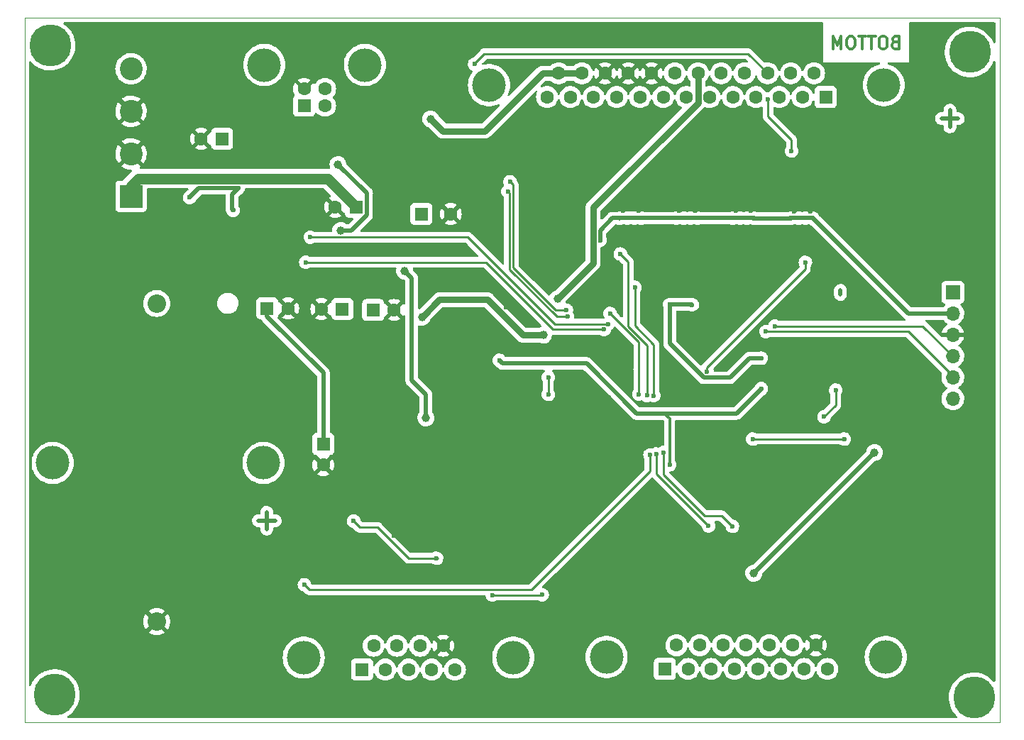
<source format=gbr>
%TF.GenerationSoftware,KiCad,Pcbnew,(6.0.0)*%
%TF.CreationDate,2022-01-24T11:23:06-03:00*%
%TF.ProjectId,HLI-M,484c492d-4d2e-46b6-9963-61645f706362,rev?*%
%TF.SameCoordinates,Original*%
%TF.FileFunction,Copper,L2,Bot*%
%TF.FilePolarity,Positive*%
%FSLAX46Y46*%
G04 Gerber Fmt 4.6, Leading zero omitted, Abs format (unit mm)*
G04 Created by KiCad (PCBNEW (6.0.0)) date 2022-01-24 11:23:06*
%MOMM*%
%LPD*%
G01*
G04 APERTURE LIST*
%TA.AperFunction,NonConductor*%
%ADD10C,0.500000*%
%TD*%
%TA.AperFunction,Profile*%
%ADD11C,0.050000*%
%TD*%
%ADD12C,0.300000*%
%TA.AperFunction,NonConductor*%
%ADD13C,0.300000*%
%TD*%
%TA.AperFunction,ComponentPad*%
%ADD14C,4.000000*%
%TD*%
%TA.AperFunction,ComponentPad*%
%ADD15R,1.600000X1.600000*%
%TD*%
%TA.AperFunction,ComponentPad*%
%ADD16C,1.600000*%
%TD*%
%TA.AperFunction,ComponentPad*%
%ADD17R,1.700000X1.700000*%
%TD*%
%TA.AperFunction,ComponentPad*%
%ADD18O,1.700000X1.700000*%
%TD*%
%TA.AperFunction,ComponentPad*%
%ADD19R,2.730000X2.730000*%
%TD*%
%TA.AperFunction,ComponentPad*%
%ADD20C,2.730000*%
%TD*%
%TA.AperFunction,ComponentPad*%
%ADD21C,2.205000*%
%TD*%
%TA.AperFunction,ViaPad*%
%ADD22C,0.600000*%
%TD*%
%TA.AperFunction,ViaPad*%
%ADD23C,5.000000*%
%TD*%
%TA.AperFunction,ViaPad*%
%ADD24C,4.000000*%
%TD*%
%TA.AperFunction,ViaPad*%
%ADD25C,1.000000*%
%TD*%
%TA.AperFunction,Conductor*%
%ADD26C,0.250000*%
%TD*%
%TA.AperFunction,Conductor*%
%ADD27C,0.500000*%
%TD*%
%TA.AperFunction,Conductor*%
%ADD28C,0.300000*%
%TD*%
%TA.AperFunction,Conductor*%
%ADD29C,0.762000*%
%TD*%
%TA.AperFunction,Conductor*%
%ADD30C,1.300000*%
%TD*%
G04 APERTURE END LIST*
D10*
X180500000Y-40500000D02*
X180500000Y-42500000D01*
X99000000Y-88500000D02*
X99000000Y-90500000D01*
X100000000Y-89500000D02*
X98000000Y-89500000D01*
X181500000Y-41500000D02*
X179500000Y-41500000D01*
D11*
X186436000Y-113538000D02*
X186436000Y-29500000D01*
X70104000Y-29500000D02*
X70104000Y-113538000D01*
X186436000Y-29500000D02*
X70104000Y-29500000D01*
X70104000Y-113538000D02*
X186436000Y-113538000D01*
D12*
D13*
X173964285Y-32392857D02*
X173750000Y-32464285D01*
X173678571Y-32535714D01*
X173607142Y-32678571D01*
X173607142Y-32892857D01*
X173678571Y-33035714D01*
X173750000Y-33107142D01*
X173892857Y-33178571D01*
X174464285Y-33178571D01*
X174464285Y-31678571D01*
X173964285Y-31678571D01*
X173821428Y-31750000D01*
X173750000Y-31821428D01*
X173678571Y-31964285D01*
X173678571Y-32107142D01*
X173750000Y-32250000D01*
X173821428Y-32321428D01*
X173964285Y-32392857D01*
X174464285Y-32392857D01*
X172678571Y-31678571D02*
X172392857Y-31678571D01*
X172250000Y-31750000D01*
X172107142Y-31892857D01*
X172035714Y-32178571D01*
X172035714Y-32678571D01*
X172107142Y-32964285D01*
X172250000Y-33107142D01*
X172392857Y-33178571D01*
X172678571Y-33178571D01*
X172821428Y-33107142D01*
X172964285Y-32964285D01*
X173035714Y-32678571D01*
X173035714Y-32178571D01*
X172964285Y-31892857D01*
X172821428Y-31750000D01*
X172678571Y-31678571D01*
X171607142Y-31678571D02*
X170750000Y-31678571D01*
X171178571Y-33178571D02*
X171178571Y-31678571D01*
X170464285Y-31678571D02*
X169607142Y-31678571D01*
X170035714Y-33178571D02*
X170035714Y-31678571D01*
X168821428Y-31678571D02*
X168535714Y-31678571D01*
X168392857Y-31750000D01*
X168250000Y-31892857D01*
X168178571Y-32178571D01*
X168178571Y-32678571D01*
X168250000Y-32964285D01*
X168392857Y-33107142D01*
X168535714Y-33178571D01*
X168821428Y-33178571D01*
X168964285Y-33107142D01*
X169107142Y-32964285D01*
X169178571Y-32678571D01*
X169178571Y-32178571D01*
X169107142Y-31892857D01*
X168964285Y-31750000D01*
X168821428Y-31678571D01*
X167535714Y-33178571D02*
X167535714Y-31678571D01*
X167035714Y-32750000D01*
X166535714Y-31678571D01*
X166535714Y-33178571D01*
D14*
%TO.P,CON4,0*%
%TO.N,N/C*%
X172610800Y-37518200D03*
X125510800Y-37518200D03*
D15*
%TO.P,CON4,1,Pin_1*%
%TO.N,K_0*%
X165680800Y-38938200D03*
D16*
%TO.P,CON4,2,Pin_2*%
%TO.N,K_2*%
X162910800Y-38938200D03*
%TO.P,CON4,3,Pin_3*%
%TO.N,NOTE_*%
X160140800Y-38938200D03*
%TO.P,CON4,4,Pin_4*%
%TO.N,K_C*%
X157370800Y-38938200D03*
%TO.P,CON4,5,Pin_5*%
%TO.N,K_D*%
X154600800Y-38938200D03*
%TO.P,CON4,6,Pin_6*%
%TO.N,K_4*%
X151830800Y-38938200D03*
%TO.P,CON4,7,Pin_7*%
%TO.N,K_5*%
X149060800Y-38938200D03*
%TO.P,CON4,8,Pin_8*%
%TO.N,K_7*%
X146290800Y-38938200D03*
%TO.P,CON4,9,Pin_9*%
%TO.N,K_8*%
X143520800Y-38938200D03*
%TO.P,CON4,10,Pin_10*%
%TO.N,K_9*%
X140750800Y-38938200D03*
%TO.P,CON4,11,Pin_11*%
%TO.N,K_A*%
X137980800Y-38938200D03*
%TO.P,CON4,12,Pin_12*%
%TO.N,K_B*%
X135210800Y-38938200D03*
%TO.P,CON4,13,Pin_13*%
%TO.N,INIB*%
X132440800Y-38938200D03*
%TO.P,CON4,14,Pin_14*%
%TO.N,K_1*%
X164295800Y-36098200D03*
%TO.P,CON4,15,Pin_15*%
%TO.N,K_3*%
X161525800Y-36098200D03*
%TO.P,CON4,16,Pin_16*%
%TO.N,Net-(CON4-Pad16)*%
X158755800Y-36098200D03*
%TO.P,CON4,17,Pin_17*%
%TO.N,Net-(CON4-Pad17)*%
X155985800Y-36098200D03*
%TO.P,CON4,18,Pin_18*%
%TO.N,K_E*%
X153215800Y-36098200D03*
%TO.P,CON4,19,Pin_19*%
%TO.N,+5V*%
X150445800Y-36098200D03*
%TO.P,CON4,20,Pin_20*%
%TO.N,K_6*%
X147675800Y-36098200D03*
%TO.P,CON4,21,Pin_21*%
%TO.N,0*%
X144905800Y-36098200D03*
%TO.P,CON4,22,Pin_22*%
X142135800Y-36098200D03*
%TO.P,CON4,23,Pin_23*%
X139365800Y-36098200D03*
%TO.P,CON4,24,Pin_24*%
%TO.N,Net-(CON4-Pad24)*%
X136595800Y-36098200D03*
%TO.P,CON4,25,Pin_25*%
X133825800Y-36098200D03*
%TD*%
D17*
%TO.P,CON6,1,Pin_1*%
%TO.N,RESET*%
X180848000Y-62230000D03*
D18*
%TO.P,CON6,2,Pin_2*%
%TO.N,VDDD*%
X180848000Y-64770000D03*
%TO.P,CON6,3,Pin_3*%
%TO.N,0*%
X180848000Y-67310000D03*
%TO.P,CON6,4,Pin_4*%
%TO.N,PGED2*%
X180848000Y-69850000D03*
%TO.P,CON6,5,Pin_5*%
%TO.N,PGEC2*%
X180848000Y-72390000D03*
%TO.P,CON6,6,Pin_6*%
%TO.N,unconnected-(CON6-Pad6)*%
X180848000Y-74930000D03*
%TD*%
D14*
%TO.P,CON5,0*%
%TO.N,N/C*%
X128403000Y-105832000D03*
X103403000Y-105832000D03*
D15*
%TO.P,CON5,1,Pin_1*%
%TO.N,PRINT_IMP*%
X110363000Y-107252000D03*
D16*
%TO.P,CON5,2,Pin_2*%
%TO.N,CIN2*%
X113133000Y-107252000D03*
%TO.P,CON5,3,Pin_3*%
%TO.N,+12V*%
X115903000Y-107252000D03*
%TO.P,CON5,4,Pin_4*%
%TO.N,CIN1*%
X118673000Y-107252000D03*
%TO.P,CON5,5,Pin_5*%
%TO.N,COUT1*%
X121443000Y-107252000D03*
%TO.P,CON5,6,Pin_6*%
%TO.N,COUT2*%
X111748000Y-104412000D03*
%TO.P,CON5,7,Pin_7*%
%TO.N,Net-(CON5-Pad7)*%
X114518000Y-104412000D03*
%TO.P,CON5,8,Pin_8*%
%TO.N,Net-(CON5-Pad8)*%
X117288000Y-104412000D03*
%TO.P,CON5,9,Pin_9*%
%TO.N,0*%
X120058000Y-104412000D03*
%TD*%
D19*
%TO.P,CON2,1,Pin_1*%
%TO.N,+5V*%
X82804000Y-50800000D03*
D20*
%TO.P,CON2,2,Pin_2*%
%TO.N,0*%
X82804000Y-45720000D03*
%TO.P,CON2,3,Pin_3*%
X82804000Y-40640000D03*
%TO.P,CON2,4,Pin_4*%
%TO.N,+12V*%
X82804000Y-35560000D03*
%TD*%
D15*
%TO.P,CON1,1,VBUS*%
%TO.N,Net-(CON1-Pad1)*%
X103454200Y-39966900D03*
D16*
%TO.P,CON1,2,D-*%
%TO.N,Net-(CON1-Pad2)*%
X105954200Y-39966900D03*
%TO.P,CON1,3,D+*%
%TO.N,Net-(CON1-Pad3)*%
X105954200Y-37966900D03*
%TO.P,CON1,4,GND*%
%TO.N,0*%
X103454200Y-37966900D03*
D14*
%TO.P,CON1,5,Shield*%
%TO.N,Net-(CON1-Pad5)*%
X110704200Y-35106900D03*
X98704200Y-35106900D03*
%TD*%
%TO.P,CON3,0*%
%TO.N,N/C*%
X139539000Y-105768000D03*
X172839000Y-105768000D03*
D15*
%TO.P,CON3,1,Pin_1*%
%TO.N,Net-(CON3-Pad1)*%
X146494000Y-107188000D03*
D16*
%TO.P,CON3,2,Pin_2*%
%TO.N,Net-(CON3-Pad2)*%
X149264000Y-107188000D03*
%TO.P,CON3,3,Pin_3*%
%TO.N,Net-(CON3-Pad3)*%
X152034000Y-107188000D03*
%TO.P,CON3,4,Pin_4*%
%TO.N,Net-(CON3-Pad4)*%
X154804000Y-107188000D03*
%TO.P,CON3,5,Pin_5*%
%TO.N,unconnected-(CON3-Pad5)*%
X157574000Y-107188000D03*
%TO.P,CON3,6,Pin_6*%
%TO.N,Net-(CON3-Pad6)*%
X160344000Y-107188000D03*
%TO.P,CON3,7,Pin_7*%
%TO.N,Net-(CON3-Pad7)*%
X163114000Y-107188000D03*
%TO.P,CON3,8,Pin_8*%
%TO.N,Net-(CON3-Pad8)*%
X165884000Y-107188000D03*
%TO.P,CON3,9,Pin_9*%
%TO.N,Net-(CON3-Pad9)*%
X147879000Y-104348000D03*
%TO.P,CON3,10,Pin_10*%
%TO.N,Net-(CON3-Pad10)*%
X150649000Y-104348000D03*
%TO.P,CON3,11,Pin_11*%
%TO.N,Net-(CON3-Pad11)*%
X153419000Y-104348000D03*
%TO.P,CON3,12,Pin_12*%
%TO.N,COUT*%
X156189000Y-104348000D03*
%TO.P,CON3,13,Pin_13*%
%TO.N,CIN*%
X158959000Y-104348000D03*
%TO.P,CON3,14,Pin_14*%
%TO.N,+12V*%
X161729000Y-104348000D03*
%TO.P,CON3,15,Pin_15*%
%TO.N,0*%
X164499000Y-104348000D03*
%TD*%
D15*
%TO.P,C2,1*%
%TO.N,Net-(C1-Pad1)*%
X108005113Y-64250000D03*
D16*
%TO.P,C2,2*%
%TO.N,0*%
X105505113Y-64250000D03*
%TD*%
D15*
%TO.P,C5,1*%
%TO.N,Net-(C5-Pad1)*%
X93662500Y-43916600D03*
D16*
%TO.P,C5,2*%
%TO.N,0*%
X91162500Y-43916600D03*
%TD*%
D15*
%TO.P,C8,1*%
%TO.N,VDDD*%
X99044888Y-64150000D03*
D16*
%TO.P,C8,2*%
%TO.N,0*%
X101544888Y-64150000D03*
%TD*%
D15*
%TO.P,C10,1*%
%TO.N,VDDD*%
X105750000Y-80344888D03*
D16*
%TO.P,C10,2*%
%TO.N,0*%
X105750000Y-82844888D03*
%TD*%
D15*
%TO.P,C12,1*%
%TO.N,+5V*%
X109650000Y-52050000D03*
D16*
%TO.P,C12,2*%
%TO.N,0*%
X107150000Y-52050000D03*
%TD*%
D15*
%TO.P,C13,1*%
%TO.N,Net-(C13-Pad1)*%
X111694888Y-64350000D03*
D16*
%TO.P,C13,2*%
%TO.N,0*%
X114194888Y-64350000D03*
%TD*%
D15*
%TO.P,C14,1*%
%TO.N,Net-(C14-Pad1)*%
X117447349Y-52900000D03*
D16*
%TO.P,C14,2*%
%TO.N,0*%
X120947349Y-52900000D03*
%TD*%
D21*
%TO.P,BT1,N*%
%TO.N,0*%
X85852000Y-101535000D03*
%TO.P,BT1,P*%
%TO.N,Net-(BT1-Pad1)*%
X85852000Y-63565000D03*
%TD*%
D22*
%TO.N,0*%
X144150000Y-104550000D03*
X136650000Y-51850000D03*
D23*
%TO.N,*%
X183388000Y-110617000D03*
D24*
X73450000Y-82600000D03*
X98600000Y-82600000D03*
D23*
X73660000Y-110236000D03*
X182892700Y-33566100D03*
X73152000Y-32766000D03*
D22*
%TO.N,0*%
X126619000Y-87884000D03*
X116050000Y-40400000D03*
X149796500Y-65214500D03*
X140462000Y-68326000D03*
X147116800Y-62014100D03*
X152006300Y-62026792D03*
X91440000Y-58801000D03*
X129413000Y-72390000D03*
X117262500Y-46550000D03*
X118648411Y-57360911D03*
X74550000Y-42050000D03*
X103378000Y-54669500D03*
X165902400Y-91268500D03*
X94488000Y-54864000D03*
X128370500Y-67945000D03*
X134430000Y-73469500D03*
X162687000Y-73469500D03*
X109474000Y-82423000D03*
X116713000Y-75057000D03*
X100012500Y-45529500D03*
X152501600Y-47472600D03*
X141100000Y-82300000D03*
X141516100Y-52514500D03*
X150114000Y-52501800D03*
X155956000Y-73787000D03*
X133950000Y-102250000D03*
X124550000Y-53950000D03*
X122174000Y-76454000D03*
X150431500Y-77914500D03*
X118745000Y-70612000D03*
X158877000Y-61214000D03*
X148209000Y-71501000D03*
X114131400Y-91268500D03*
X95631000Y-53975000D03*
X132334000Y-69215000D03*
X142240000Y-88265000D03*
X97384500Y-56797000D03*
X97028000Y-51689000D03*
X117256700Y-44337000D03*
X108200000Y-72550000D03*
X108200000Y-70100000D03*
X139827000Y-74803000D03*
X148209000Y-52514500D03*
X143370300Y-52539900D03*
X156781500Y-52514500D03*
X118345000Y-59615300D03*
X127508000Y-64008000D03*
X145872200Y-47586900D03*
X108150000Y-57700000D03*
X159448500Y-47472600D03*
X179832000Y-92583000D03*
X101600000Y-59309000D03*
X140970000Y-60706000D03*
X163893500Y-69342000D03*
X171005500Y-73406000D03*
X154940000Y-52514500D03*
X140279200Y-91268500D03*
X137933850Y-45611750D03*
X162450000Y-98150000D03*
X176126900Y-79401500D03*
X104775000Y-94869000D03*
X129908300Y-58432700D03*
X134200000Y-82219800D03*
X122936000Y-64518400D03*
X99650000Y-72100000D03*
X163830000Y-52578000D03*
X102451200Y-46684000D03*
X161925000Y-52578000D03*
X171196000Y-75819000D03*
X136200000Y-87800000D03*
%TO.N,Net-(C1-Pad1)*%
X89789000Y-50927000D03*
X94996000Y-52451000D03*
X95597900Y-49803100D03*
%TO.N,VDDD*%
X150432000Y-53390800D03*
X149562000Y-53390800D03*
X157162000Y-53403000D03*
X155492000Y-53390800D03*
X164148000Y-53390800D03*
X143700000Y-53390800D03*
X141160000Y-53390800D03*
X142030000Y-53390800D03*
D25*
X107823000Y-54864000D03*
D22*
X163278000Y-53390800D03*
X142830000Y-53385000D03*
X138760200Y-56019700D03*
X147892000Y-53390800D03*
X156292000Y-53390800D03*
X148762000Y-53390800D03*
D25*
X157099000Y-95758000D03*
X107500000Y-47000000D03*
X171509990Y-81347010D03*
D22*
X161608000Y-53390800D03*
X154622000Y-53390800D03*
X162478000Y-53390800D03*
%TO.N,+3.3VP*%
X126746000Y-70358000D03*
X158000700Y-70104000D03*
X149758400Y-63728600D03*
X158000700Y-73736200D03*
X147066000Y-63703200D03*
X147066000Y-82804000D03*
%TO.N,Net-(C18-Pad1)*%
X165481000Y-77089000D03*
X166878000Y-73914000D03*
%TO.N,K1*%
X151511000Y-71691500D03*
X163258500Y-58674000D03*
%TO.N,KA*%
X145161000Y-74561700D03*
X142926400Y-61651300D03*
%TO.N,KB*%
X141178700Y-57668000D03*
X144360900Y-74549000D03*
%TO.N,LED2*%
X145478500Y-81534000D03*
X151701500Y-90106500D03*
%TO.N,LED3*%
X146367500Y-81343500D03*
%TO.N,0*%
X112800000Y-82700000D03*
%TO.N,LED3*%
X154559000Y-90170000D03*
%TO.N,PGED2*%
X159602900Y-66277500D03*
%TO.N,PGEC2*%
X158559500Y-66929000D03*
%TO.N,PIN-INIB*%
X139954000Y-64770000D03*
X143400000Y-74400000D03*
%TO.N,PIN-PRINT*%
X144716500Y-81661000D03*
X103492300Y-97129600D03*
%TO.N,Net-(Q5-Pad1)*%
X109347000Y-89535000D03*
X119253000Y-93980000D03*
%TO.N,Net-(Q7-Pad1)*%
X125920500Y-98361500D03*
X131851400Y-98336100D03*
%TO.N,PIN-SDA*%
X132588000Y-72390000D03*
X132588000Y-74422000D03*
%TO.N,Net-(U1-Pad34)*%
X134874000Y-65151000D03*
X127773850Y-50183750D03*
%TO.N,Net-(U1-Pad33)*%
X134743755Y-64362178D03*
X128027850Y-49040750D03*
%TO.N,TXA*%
X139255500Y-66675000D03*
X103657400Y-58648600D03*
%TO.N,RXA*%
X104198100Y-55669500D03*
X139705510Y-66034490D03*
%TO.N,Net-(U1-Pad8)*%
X167894000Y-79756000D03*
X156972000Y-79756000D03*
%TO.N,K_3*%
X158800800Y-39192200D03*
X161608000Y-45377600D03*
D25*
%TO.N,Net-(D4-Pad2)*%
X117983000Y-77216000D03*
X115443000Y-59690000D03*
%TO.N,Net-(CON4-Pad24)*%
X118550000Y-41550000D03*
D22*
%TO.N,Net-(CON4-Pad16)*%
X123800000Y-35000000D03*
D25*
%TO.N,+5V*%
X131991100Y-67360800D03*
X117513100Y-65227200D03*
X133680200Y-63017400D03*
%TD*%
D26*
%TO.N,PIN-INIB*%
X143383000Y-74333000D02*
X143383000Y-71374000D01*
X143450000Y-74400000D02*
X143383000Y-74333000D01*
D27*
%TO.N,*%
X167436800Y-62484000D02*
X167436800Y-62001400D01*
%TO.N,Net-(C1-Pad1)*%
X95597900Y-49803100D02*
X94869000Y-50532000D01*
X94869000Y-50532000D02*
X94869000Y-52324000D01*
X94869000Y-52324000D02*
X94996000Y-52451000D01*
X95597900Y-49803100D02*
X90912900Y-49803100D01*
X90912900Y-49803100D02*
X89789000Y-50927000D01*
%TO.N,VDDD*%
X175514000Y-64756800D02*
X180834800Y-64756800D01*
X110899511Y-53054491D02*
X109090002Y-54864000D01*
X150432000Y-53390800D02*
X154622000Y-53390800D01*
X163278000Y-53390800D02*
X164148000Y-53390800D01*
X140233400Y-53390800D02*
X138757711Y-54866489D01*
X161595800Y-53403000D02*
X161608000Y-53390800D01*
X157149800Y-53390800D02*
X157162000Y-53403000D01*
X157099000Y-95758000D02*
X171509990Y-81347010D01*
X154622000Y-53390800D02*
X155492000Y-53390800D01*
X141083800Y-53467000D02*
X141160000Y-53390800D01*
X147892000Y-53390800D02*
X148762000Y-53390800D01*
X109090002Y-54864000D02*
X107823000Y-54864000D01*
X149562000Y-53390800D02*
X150432000Y-53390800D01*
X142830000Y-53385000D02*
X142035800Y-53385000D01*
X142835800Y-53390800D02*
X142830000Y-53385000D01*
X162478000Y-53390800D02*
X163278000Y-53390800D01*
X142035800Y-53385000D02*
X142030000Y-53390800D01*
X142030000Y-53390800D02*
X141160000Y-53390800D01*
X148762000Y-53390800D02*
X149562000Y-53390800D01*
X105750000Y-80344888D02*
X105750000Y-71850000D01*
X180834800Y-64756800D02*
X180848000Y-64770000D01*
X99044888Y-65144888D02*
X99044888Y-64150000D01*
X143700000Y-53390800D02*
X147892000Y-53390800D01*
X143700000Y-53390800D02*
X142835800Y-53390800D01*
X141160000Y-53390800D02*
X140423900Y-53390800D01*
X164148000Y-53390800D02*
X175514000Y-64756800D01*
X105750000Y-71850000D02*
X99044888Y-65144888D01*
X107500000Y-47000000D02*
X110899511Y-50399511D01*
X140423900Y-53390800D02*
X140233400Y-53390800D01*
X157162000Y-53403000D02*
X161595800Y-53403000D01*
X110899511Y-50399511D02*
X110899511Y-53054491D01*
X156292000Y-53390800D02*
X157149800Y-53390800D01*
X161608000Y-53390800D02*
X162478000Y-53390800D01*
X138757711Y-54866489D02*
X138757711Y-56007000D01*
X155492000Y-53390800D02*
X156292000Y-53390800D01*
%TO.N,+3.3VP*%
X126746000Y-70358000D02*
X126746000Y-70358000D01*
D28*
X147066000Y-82804000D02*
X147066000Y-77292200D01*
D27*
X151150999Y-72441501D02*
X147066000Y-68356502D01*
X143103600Y-76682600D02*
X137160000Y-70739000D01*
X146456400Y-76682600D02*
X143103600Y-76682600D01*
D28*
X147066000Y-77292200D02*
X146456400Y-76682600D01*
D27*
X158000700Y-70104000D02*
X156591000Y-70104000D01*
X155054300Y-76682600D02*
X153898600Y-76682600D01*
X149733000Y-63703200D02*
X149758400Y-63728600D01*
X154253499Y-72441501D02*
X151150999Y-72441501D01*
X127127000Y-70739000D02*
X126746000Y-70358000D01*
X147066000Y-63703200D02*
X149733000Y-63703200D01*
X147066000Y-68356502D02*
X147066000Y-63703200D01*
X137160000Y-70739000D02*
X127127000Y-70739000D01*
X154533600Y-76682600D02*
X153898600Y-76682600D01*
X158000700Y-73736200D02*
X155054300Y-76682600D01*
X156591000Y-70104000D02*
X154253499Y-72441501D01*
X153898600Y-76682600D02*
X146456400Y-76682600D01*
D26*
%TO.N,Net-(C18-Pad1)*%
X166878000Y-73914000D02*
X166878000Y-75692000D01*
X166878000Y-75692000D02*
X165481000Y-77089000D01*
%TO.N,K1*%
X151511000Y-71183500D02*
X163258500Y-59436000D01*
X151511000Y-71691500D02*
X151511000Y-71183500D01*
X163258500Y-59436000D02*
X163258500Y-58737500D01*
%TO.N,KA*%
X142926400Y-66218400D02*
X145186400Y-68478400D01*
X142926400Y-61651300D02*
X142926400Y-66218400D01*
X145186400Y-68478400D02*
X145186400Y-74536300D01*
X145186400Y-74536300D02*
X145161000Y-74561700D01*
%TO.N,KB*%
X141831350Y-58320650D02*
X141178700Y-57668000D01*
X142113000Y-66294000D02*
X142113000Y-58602300D01*
X144056100Y-68237100D02*
X142113000Y-66294000D01*
X144399000Y-68580000D02*
X144399000Y-74510900D01*
X142113000Y-58602300D02*
X141831350Y-58320650D01*
X144145000Y-68326000D02*
X144056100Y-68237100D01*
X144056100Y-68237100D02*
X144399000Y-68580000D01*
X144399000Y-74510900D02*
X144360900Y-74549000D01*
%TO.N,LED2*%
X145478500Y-83883500D02*
X151701500Y-90106500D01*
X145478500Y-81534000D02*
X145478500Y-83883500D01*
%TO.N,LED3*%
X154559000Y-90170000D02*
X153289000Y-88900000D01*
X146367500Y-81343500D02*
X146367500Y-84010500D01*
X151257000Y-88900000D02*
X153289000Y-88900000D01*
X146367500Y-84010500D02*
X151257000Y-88900000D01*
%TO.N,PGED2*%
X159602900Y-66277500D02*
X177275500Y-66277500D01*
X177275500Y-66277500D02*
X180848000Y-69850000D01*
%TO.N,PGEC2*%
X175514000Y-66929000D02*
X180848000Y-72263000D01*
X158559500Y-66929000D02*
X175514000Y-66929000D01*
X180848000Y-72263000D02*
X180848000Y-72390000D01*
%TO.N,PIN-INIB*%
X140567200Y-65384610D02*
X140567200Y-65383200D01*
X143383000Y-68200410D02*
X143383000Y-71374000D01*
X143383000Y-71374000D02*
X143370300Y-71386700D01*
X140567200Y-65383200D02*
X139954000Y-64770000D01*
X143383000Y-68200410D02*
X140567200Y-65384610D01*
%TO.N,PIN-PRINT*%
X144716500Y-81661000D02*
X144716500Y-83602002D01*
X104099199Y-97736499D02*
X130582003Y-97736499D01*
X130582003Y-97736499D02*
X131367751Y-96950751D01*
X144716500Y-83602002D02*
X131367751Y-96950751D01*
X131367751Y-96950751D02*
X131163502Y-97155000D01*
X103492300Y-97129600D02*
X104099199Y-97736499D01*
%TO.N,Net-(Q5-Pad1)*%
X119253000Y-93980000D02*
X119380000Y-93980000D01*
X112234898Y-90297000D02*
X115917898Y-93980000D01*
X110109000Y-90297000D02*
X112234898Y-90297000D01*
X109347000Y-89535000D02*
X110109000Y-90297000D01*
X115917898Y-93980000D02*
X119253000Y-93980000D01*
%TO.N,Net-(Q7-Pad1)*%
X125920500Y-98361500D02*
X131889500Y-98361500D01*
%TO.N,PIN-SDA*%
X132588000Y-72390000D02*
X132588000Y-74422000D01*
%TO.N,Net-(U1-Pad34)*%
X134874000Y-65151000D02*
X134874000Y-65151000D01*
X127947480Y-50357380D02*
X127947480Y-59494480D01*
X133604000Y-65151000D02*
X134874000Y-65151000D01*
X127947480Y-59494480D02*
X133604000Y-65151000D01*
X127773850Y-50183750D02*
X127947480Y-50357380D01*
%TO.N,Net-(U1-Pad33)*%
X128398361Y-49411261D02*
X128027850Y-49040750D01*
X128397000Y-50443793D02*
X128398361Y-50442432D01*
X134743755Y-64362178D02*
X133451588Y-64362178D01*
X128397000Y-59307590D02*
X128397000Y-50443793D01*
X128398361Y-50442432D02*
X128398361Y-49411261D01*
X133451588Y-64362178D02*
X128397000Y-59307590D01*
%TO.N,TXA*%
X125133100Y-58648600D02*
X132778500Y-66294000D01*
X103657400Y-58648600D02*
X125133100Y-58648600D01*
X139255500Y-66675000D02*
X133159500Y-66675000D01*
X133159500Y-66675000D02*
X132778500Y-66294000D01*
X132778500Y-66294000D02*
X132969000Y-66484500D01*
%TO.N,RXA*%
X139705510Y-66034490D02*
X133344490Y-66034490D01*
X123571000Y-56261000D02*
X123126500Y-55816500D01*
X133344490Y-66034490D02*
X123571000Y-56261000D01*
X104198100Y-55669500D02*
X122979500Y-55669500D01*
X122979500Y-55669500D02*
X123571000Y-56261000D01*
%TO.N,Net-(U1-Pad8)*%
X167894000Y-79756000D02*
X167894000Y-79756000D01*
X156972000Y-79756000D02*
X167894000Y-79756000D01*
%TO.N,K_3*%
X161544000Y-45313600D02*
X161608000Y-45377600D01*
X161608000Y-44031400D02*
X161608000Y-45377600D01*
X158800800Y-41224200D02*
X161608000Y-44031400D01*
X158800800Y-39192200D02*
X158800800Y-41224200D01*
D27*
%TO.N,Net-(D4-Pad2)*%
X116300250Y-72751950D02*
X116300250Y-60547250D01*
X117983000Y-74434700D02*
X116300250Y-72751950D01*
X117983000Y-77216000D02*
X117983000Y-74434700D01*
X116300250Y-60547250D02*
X115443000Y-59690000D01*
D29*
%TO.N,Net-(CON4-Pad24)*%
X131901800Y-36098200D02*
X133825800Y-36098200D01*
X120000000Y-43000000D02*
X125000000Y-43000000D01*
X118550000Y-41550000D02*
X120000000Y-43000000D01*
X125000000Y-43000000D02*
X131901800Y-36098200D01*
X133825800Y-36098200D02*
X136595800Y-36098200D01*
D26*
%TO.N,Net-(CON4-Pad16)*%
X156423390Y-33765790D02*
X158755800Y-36098200D01*
X123800000Y-34911900D02*
X124946110Y-33765790D01*
X124946110Y-33765790D02*
X156423390Y-33765790D01*
X123800000Y-35000000D02*
X123800000Y-34911900D01*
D29*
%TO.N,+5V*%
X133680200Y-63017400D02*
X133667500Y-63030100D01*
D27*
X132041900Y-67360800D02*
X132041900Y-67360800D01*
D29*
X131991100Y-67360800D02*
X132041900Y-67360800D01*
X117513100Y-65227200D02*
X119613301Y-63126999D01*
X137926701Y-52116181D02*
X137926701Y-54884699D01*
D30*
X83668201Y-48653099D02*
X82804000Y-49517300D01*
X109650000Y-52050000D02*
X106253099Y-48653099D01*
X82804000Y-49517300D02*
X82804000Y-50800000D01*
D29*
X150445800Y-36098200D02*
X150445800Y-39597082D01*
X150445800Y-39597082D02*
X137926701Y-52116181D01*
X137926701Y-58770899D02*
X133680200Y-63017400D01*
X119613301Y-63126999D02*
X125323117Y-63126999D01*
D30*
X106253099Y-48653099D02*
X83668201Y-48653099D01*
D29*
X137926701Y-54884699D02*
X137926701Y-58770899D01*
X137926701Y-54363999D02*
X137926701Y-54884699D01*
X125323117Y-63126999D02*
X129556918Y-67360800D01*
X129556918Y-67360800D02*
X131991100Y-67360800D01*
%TD*%
%TA.AperFunction,Conductor*%
%TO.N,0*%
G36*
X165323678Y-30028002D02*
G01*
X165370171Y-30081658D01*
X165380275Y-30151932D01*
X165378678Y-30160782D01*
X165373519Y-30184500D01*
X165370572Y-30184500D01*
X165370572Y-34815500D01*
X172052865Y-34815500D01*
X172120986Y-34835502D01*
X172167479Y-34889158D01*
X172177583Y-34959432D01*
X172148089Y-35024012D01*
X172084200Y-35063542D01*
X172060360Y-35069663D01*
X171834098Y-35127757D01*
X171830429Y-35129210D01*
X171830428Y-35129210D01*
X171544295Y-35242498D01*
X171544290Y-35242500D01*
X171540621Y-35243953D01*
X171537153Y-35245859D01*
X171537152Y-35245860D01*
X171286162Y-35383844D01*
X171264021Y-35396016D01*
X171008660Y-35581546D01*
X170778567Y-35797618D01*
X170776043Y-35800669D01*
X170776042Y-35800670D01*
X170742346Y-35841401D01*
X170577368Y-36040825D01*
X170408238Y-36307331D01*
X170406554Y-36310910D01*
X170406550Y-36310917D01*
X170276482Y-36587327D01*
X170273844Y-36592934D01*
X170176305Y-36893128D01*
X170117159Y-37203180D01*
X170097340Y-37518200D01*
X170117159Y-37833220D01*
X170176305Y-38143272D01*
X170177532Y-38147048D01*
X170258930Y-38397564D01*
X170273844Y-38443466D01*
X170275531Y-38447052D01*
X170275533Y-38447056D01*
X170406550Y-38725483D01*
X170406554Y-38725490D01*
X170408238Y-38729069D01*
X170577368Y-38995575D01*
X170611534Y-39036874D01*
X170743146Y-39195965D01*
X170778567Y-39238782D01*
X171008660Y-39454854D01*
X171264021Y-39640384D01*
X171267490Y-39642291D01*
X171267493Y-39642293D01*
X171537152Y-39790540D01*
X171540621Y-39792447D01*
X171544290Y-39793900D01*
X171544295Y-39793902D01*
X171740139Y-39871442D01*
X171834098Y-39908643D01*
X172139825Y-39987140D01*
X172452979Y-40026700D01*
X172768621Y-40026700D01*
X173081775Y-39987140D01*
X173387502Y-39908643D01*
X173481461Y-39871442D01*
X173677305Y-39793902D01*
X173677310Y-39793900D01*
X173680979Y-39792447D01*
X173684448Y-39790540D01*
X173954107Y-39642293D01*
X173954110Y-39642291D01*
X173957579Y-39640384D01*
X174212940Y-39454854D01*
X174443033Y-39238782D01*
X174478455Y-39195965D01*
X174610066Y-39036874D01*
X174644232Y-38995575D01*
X174813362Y-38729069D01*
X174815046Y-38725490D01*
X174815050Y-38725483D01*
X174946067Y-38447056D01*
X174946069Y-38447052D01*
X174947756Y-38443466D01*
X174962671Y-38397564D01*
X175044068Y-38147048D01*
X175045295Y-38143272D01*
X175104441Y-37833220D01*
X175124260Y-37518200D01*
X175104441Y-37203180D01*
X175045295Y-36893128D01*
X174947756Y-36592934D01*
X174945118Y-36587327D01*
X174815050Y-36310917D01*
X174815046Y-36310910D01*
X174813362Y-36307331D01*
X174644232Y-36040825D01*
X174479254Y-35841401D01*
X174445558Y-35800670D01*
X174445557Y-35800669D01*
X174443033Y-35797618D01*
X174212940Y-35581546D01*
X173957579Y-35396016D01*
X173935439Y-35383844D01*
X173684448Y-35245860D01*
X173684447Y-35245859D01*
X173680979Y-35243953D01*
X173677310Y-35242500D01*
X173677305Y-35242498D01*
X173391172Y-35129210D01*
X173391171Y-35129210D01*
X173387502Y-35127757D01*
X173161240Y-35069663D01*
X173137400Y-35063542D01*
X173076394Y-35027227D01*
X173044705Y-34963695D01*
X173052395Y-34893116D01*
X173097022Y-34837899D01*
X173168735Y-34815500D01*
X175629429Y-34815500D01*
X175629429Y-30184500D01*
X175624110Y-30184500D01*
X175619705Y-30169498D01*
X175619705Y-30098501D01*
X175658089Y-30038775D01*
X175722670Y-30009282D01*
X175740601Y-30008000D01*
X185802000Y-30008000D01*
X185870121Y-30028002D01*
X185916614Y-30081658D01*
X185928000Y-30134000D01*
X185928000Y-32397296D01*
X185907998Y-32465417D01*
X185854342Y-32511910D01*
X185784068Y-32522014D01*
X185719488Y-32492520D01*
X185686102Y-32446730D01*
X185593440Y-32229486D01*
X185593438Y-32229483D01*
X185592016Y-32226148D01*
X185542269Y-32138931D01*
X185421908Y-31927916D01*
X185420117Y-31924776D01*
X185214718Y-31645160D01*
X184978542Y-31391004D01*
X184714719Y-31165678D01*
X184426747Y-30972169D01*
X184118441Y-30813040D01*
X183793889Y-30690402D01*
X183790368Y-30689518D01*
X183790363Y-30689516D01*
X183629078Y-30649004D01*
X183457392Y-30605880D01*
X183435176Y-30602955D01*
X183117015Y-30561068D01*
X183117007Y-30561067D01*
X183113411Y-30560594D01*
X182968745Y-30558321D01*
X182770146Y-30555201D01*
X182770142Y-30555201D01*
X182766504Y-30555144D01*
X182762890Y-30555505D01*
X182762884Y-30555505D01*
X182519543Y-30579794D01*
X182421269Y-30589603D01*
X182082283Y-30663514D01*
X182078856Y-30664687D01*
X182078850Y-30664689D01*
X181999996Y-30691687D01*
X181754039Y-30775897D01*
X181440888Y-30925263D01*
X181146979Y-31109632D01*
X181144143Y-31111904D01*
X181144136Y-31111909D01*
X180900084Y-31307432D01*
X180876209Y-31326559D01*
X180632166Y-31573171D01*
X180629925Y-31576029D01*
X180573432Y-31648078D01*
X180418086Y-31846198D01*
X180416193Y-31849287D01*
X180416191Y-31849290D01*
X180369933Y-31924776D01*
X180236805Y-32142021D01*
X180235280Y-32145306D01*
X180235278Y-32145310D01*
X180196205Y-32229486D01*
X180090727Y-32456720D01*
X180043871Y-32598400D01*
X179989367Y-32763204D01*
X179981787Y-32786123D01*
X179981051Y-32789678D01*
X179981050Y-32789681D01*
X179946192Y-32958004D01*
X179911430Y-33125864D01*
X179880588Y-33471441D01*
X179880683Y-33475071D01*
X179880683Y-33475072D01*
X179889575Y-33814646D01*
X179889670Y-33818271D01*
X179938556Y-34161760D01*
X180026597Y-34497353D01*
X180152627Y-34820603D01*
X180158372Y-34831454D01*
X180306309Y-35110858D01*
X180314975Y-35127226D01*
X180317025Y-35130209D01*
X180317027Y-35130212D01*
X180509433Y-35410164D01*
X180509439Y-35410171D01*
X180511490Y-35413156D01*
X180739566Y-35674605D01*
X180831421Y-35758186D01*
X180960450Y-35875593D01*
X180996181Y-35908106D01*
X181277933Y-36110566D01*
X181581088Y-36279300D01*
X181901628Y-36412072D01*
X181905122Y-36413067D01*
X181905124Y-36413068D01*
X182231803Y-36506125D01*
X182231808Y-36506126D01*
X182235304Y-36507122D01*
X182432004Y-36539333D01*
X182574112Y-36562604D01*
X182574119Y-36562605D01*
X182577693Y-36563190D01*
X182750975Y-36571362D01*
X182920631Y-36579363D01*
X182920632Y-36579363D01*
X182924258Y-36579534D01*
X182933115Y-36578930D01*
X183266773Y-36556184D01*
X183266781Y-36556183D01*
X183270404Y-36555936D01*
X183273979Y-36555273D01*
X183273982Y-36555273D01*
X183607979Y-36493370D01*
X183607983Y-36493369D01*
X183611544Y-36492709D01*
X183943156Y-36390692D01*
X184260845Y-36251236D01*
X184362290Y-36191957D01*
X184557260Y-36078026D01*
X184557262Y-36078025D01*
X184560400Y-36076191D01*
X184611568Y-36037773D01*
X184834944Y-35870058D01*
X184834948Y-35870055D01*
X184837851Y-35867875D01*
X185089519Y-35629050D01*
X185312070Y-35362883D01*
X185341739Y-35317717D01*
X185443926Y-35162151D01*
X185502553Y-35072899D01*
X185606492Y-34866239D01*
X185656817Y-34766180D01*
X185656820Y-34766172D01*
X185658444Y-34762944D01*
X185683674Y-34694000D01*
X185725868Y-34636902D01*
X185792234Y-34611680D01*
X185861700Y-34626342D01*
X185912212Y-34676233D01*
X185928000Y-34737301D01*
X185928000Y-108609947D01*
X185907998Y-108678068D01*
X185854342Y-108724561D01*
X185784068Y-108734665D01*
X185719488Y-108705171D01*
X185709711Y-108695729D01*
X185473842Y-108441904D01*
X185210019Y-108216578D01*
X184922047Y-108023069D01*
X184613741Y-107863940D01*
X184289189Y-107741302D01*
X184285668Y-107740418D01*
X184285663Y-107740416D01*
X184073413Y-107687103D01*
X183952692Y-107656780D01*
X183902758Y-107650206D01*
X183612315Y-107611968D01*
X183612307Y-107611967D01*
X183608711Y-107611494D01*
X183464045Y-107609221D01*
X183265446Y-107606101D01*
X183265442Y-107606101D01*
X183261804Y-107606044D01*
X183258190Y-107606405D01*
X183258184Y-107606405D01*
X183014843Y-107630694D01*
X182916569Y-107640503D01*
X182803863Y-107665077D01*
X182637991Y-107701243D01*
X182577583Y-107714414D01*
X182574156Y-107715587D01*
X182574150Y-107715589D01*
X182380738Y-107781809D01*
X182249339Y-107826797D01*
X181936188Y-107976163D01*
X181642279Y-108160532D01*
X181639443Y-108162804D01*
X181639436Y-108162809D01*
X181413172Y-108344081D01*
X181371509Y-108377459D01*
X181368958Y-108380037D01*
X181199805Y-108550971D01*
X181127466Y-108624071D01*
X181125225Y-108626929D01*
X181071020Y-108696060D01*
X180913386Y-108897098D01*
X180732105Y-109192921D01*
X180730580Y-109196206D01*
X180730578Y-109196210D01*
X180619433Y-109435653D01*
X180586027Y-109507620D01*
X180477087Y-109837023D01*
X180476351Y-109840578D01*
X180476350Y-109840581D01*
X180466193Y-109889626D01*
X180406730Y-110176764D01*
X180401194Y-110238797D01*
X180378938Y-110488171D01*
X180375888Y-110522341D01*
X180384970Y-110869171D01*
X180433856Y-111212660D01*
X180521897Y-111548253D01*
X180647927Y-111871503D01*
X180810275Y-112178126D01*
X180812325Y-112181109D01*
X180812327Y-112181112D01*
X181004733Y-112461064D01*
X181004739Y-112461071D01*
X181006790Y-112464056D01*
X181234866Y-112725505D01*
X181292932Y-112778341D01*
X181328611Y-112810806D01*
X181365534Y-112871446D01*
X181363811Y-112942422D01*
X181323989Y-113001199D01*
X181258711Y-113029116D01*
X181243812Y-113030000D01*
X75307209Y-113030000D01*
X75239088Y-113009998D01*
X75192595Y-112956342D01*
X75182491Y-112886068D01*
X75211985Y-112821488D01*
X75243639Y-112795212D01*
X75324560Y-112747926D01*
X75324562Y-112747925D01*
X75327700Y-112746091D01*
X75526922Y-112596511D01*
X75602244Y-112539958D01*
X75602248Y-112539955D01*
X75605151Y-112537775D01*
X75856819Y-112298950D01*
X76079370Y-112032783D01*
X76269853Y-111742799D01*
X76365998Y-111551636D01*
X76424117Y-111436080D01*
X76424120Y-111436072D01*
X76425744Y-111432844D01*
X76465216Y-111324982D01*
X76543729Y-111110437D01*
X76543730Y-111110433D01*
X76544977Y-111107026D01*
X76545822Y-111103504D01*
X76545825Y-111103496D01*
X76625124Y-110773191D01*
X76625125Y-110773187D01*
X76625971Y-110769662D01*
X76626408Y-110766052D01*
X76667316Y-110428004D01*
X76667316Y-110427997D01*
X76667652Y-110425225D01*
X76673599Y-110236000D01*
X76670392Y-110180375D01*
X76653836Y-109893246D01*
X76653835Y-109893241D01*
X76653627Y-109889626D01*
X76593976Y-109547842D01*
X76583080Y-109511056D01*
X76553482Y-109411137D01*
X76495437Y-109215180D01*
X76456263Y-109123337D01*
X76360740Y-108899386D01*
X76360738Y-108899383D01*
X76359316Y-108896048D01*
X76309569Y-108808831D01*
X76189208Y-108597816D01*
X76187417Y-108594676D01*
X76155313Y-108550971D01*
X76075094Y-108441767D01*
X75982018Y-108315060D01*
X75892691Y-108218932D01*
X75748309Y-108063559D01*
X75745842Y-108060904D01*
X75482019Y-107835578D01*
X75468952Y-107826797D01*
X75385890Y-107770982D01*
X75194047Y-107642069D01*
X75190316Y-107640143D01*
X74888961Y-107484602D01*
X74885741Y-107482940D01*
X74561189Y-107360302D01*
X74557668Y-107359418D01*
X74557663Y-107359416D01*
X74370590Y-107312427D01*
X74224692Y-107275780D01*
X74202476Y-107272855D01*
X73884315Y-107230968D01*
X73884307Y-107230967D01*
X73880711Y-107230494D01*
X73736045Y-107228221D01*
X73537446Y-107225101D01*
X73537442Y-107225101D01*
X73533804Y-107225044D01*
X73530190Y-107225405D01*
X73530184Y-107225405D01*
X73299536Y-107248427D01*
X73188569Y-107259503D01*
X72849583Y-107333414D01*
X72846156Y-107334587D01*
X72846150Y-107334589D01*
X72608115Y-107416087D01*
X72521339Y-107445797D01*
X72208188Y-107595163D01*
X72205109Y-107597094D01*
X72205108Y-107597095D01*
X72163648Y-107623103D01*
X71914279Y-107779532D01*
X71911443Y-107781804D01*
X71911436Y-107781809D01*
X71696277Y-107954184D01*
X71643509Y-107996459D01*
X71640958Y-107999037D01*
X71423354Y-108218932D01*
X71399466Y-108243071D01*
X71397225Y-108245929D01*
X71193487Y-108505767D01*
X71185386Y-108516098D01*
X71183493Y-108519187D01*
X71183491Y-108519190D01*
X71137233Y-108594676D01*
X71004105Y-108811921D01*
X71002580Y-108815206D01*
X71002578Y-108815210D01*
X70964567Y-108897098D01*
X70858027Y-109126620D01*
X70856891Y-109130056D01*
X70855550Y-109133442D01*
X70854136Y-109132882D01*
X70817237Y-109186230D01*
X70751693Y-109213517D01*
X70681802Y-109201036D01*
X70629753Y-109152751D01*
X70612000Y-109088263D01*
X70612000Y-105832000D01*
X100889540Y-105832000D01*
X100909359Y-106147020D01*
X100968505Y-106457072D01*
X100992607Y-106531251D01*
X101050396Y-106709105D01*
X101066044Y-106757266D01*
X101067731Y-106760852D01*
X101067733Y-106760856D01*
X101198750Y-107039283D01*
X101198754Y-107039290D01*
X101200438Y-107042869D01*
X101369568Y-107309375D01*
X101389455Y-107333414D01*
X101535346Y-107509765D01*
X101570767Y-107552582D01*
X101800860Y-107768654D01*
X102056221Y-107954184D01*
X102059690Y-107956091D01*
X102059693Y-107956093D01*
X102329352Y-108104340D01*
X102332821Y-108106247D01*
X102336490Y-108107700D01*
X102336495Y-108107702D01*
X102554959Y-108194198D01*
X102626298Y-108222443D01*
X102932025Y-108300940D01*
X103245179Y-108340500D01*
X103560821Y-108340500D01*
X103873975Y-108300940D01*
X104179702Y-108222443D01*
X104251041Y-108194198D01*
X104469505Y-108107702D01*
X104469510Y-108107700D01*
X104473179Y-108106247D01*
X104476648Y-108104340D01*
X104484299Y-108100134D01*
X109054500Y-108100134D01*
X109061255Y-108162316D01*
X109112385Y-108298705D01*
X109199739Y-108415261D01*
X109316295Y-108502615D01*
X109452684Y-108553745D01*
X109514866Y-108560500D01*
X111211134Y-108560500D01*
X111273316Y-108553745D01*
X111409705Y-108502615D01*
X111526261Y-108415261D01*
X111613615Y-108298705D01*
X111664745Y-108162316D01*
X111671500Y-108100134D01*
X111671500Y-107782327D01*
X111691502Y-107714206D01*
X111745158Y-107667713D01*
X111815432Y-107657609D01*
X111880012Y-107687103D01*
X111911695Y-107729077D01*
X111993151Y-107903762D01*
X111993154Y-107903767D01*
X111995477Y-107908749D01*
X111998634Y-107913257D01*
X112122713Y-108090460D01*
X112126802Y-108096300D01*
X112288700Y-108258198D01*
X112293208Y-108261355D01*
X112293211Y-108261357D01*
X112356812Y-108305891D01*
X112476251Y-108389523D01*
X112481233Y-108391846D01*
X112481238Y-108391849D01*
X112670536Y-108480119D01*
X112683757Y-108486284D01*
X112689065Y-108487706D01*
X112689067Y-108487707D01*
X112899598Y-108544119D01*
X112899600Y-108544119D01*
X112904913Y-108545543D01*
X113133000Y-108565498D01*
X113361087Y-108545543D01*
X113366400Y-108544119D01*
X113366402Y-108544119D01*
X113576933Y-108487707D01*
X113576935Y-108487706D01*
X113582243Y-108486284D01*
X113595464Y-108480119D01*
X113784762Y-108391849D01*
X113784767Y-108391846D01*
X113789749Y-108389523D01*
X113909188Y-108305891D01*
X113972789Y-108261357D01*
X113972792Y-108261355D01*
X113977300Y-108258198D01*
X114139198Y-108096300D01*
X114143288Y-108090460D01*
X114267366Y-107913257D01*
X114270523Y-107908749D01*
X114272846Y-107903767D01*
X114272849Y-107903762D01*
X114364961Y-107706225D01*
X114364961Y-107706224D01*
X114367284Y-107701243D01*
X114376269Y-107667713D01*
X114396293Y-107592981D01*
X114433245Y-107532358D01*
X114497106Y-107501337D01*
X114567600Y-107509765D01*
X114622347Y-107554968D01*
X114639707Y-107592981D01*
X114659732Y-107667713D01*
X114668716Y-107701243D01*
X114671039Y-107706224D01*
X114671039Y-107706225D01*
X114763151Y-107903762D01*
X114763154Y-107903767D01*
X114765477Y-107908749D01*
X114768634Y-107913257D01*
X114892713Y-108090460D01*
X114896802Y-108096300D01*
X115058700Y-108258198D01*
X115063208Y-108261355D01*
X115063211Y-108261357D01*
X115126812Y-108305891D01*
X115246251Y-108389523D01*
X115251233Y-108391846D01*
X115251238Y-108391849D01*
X115440536Y-108480119D01*
X115453757Y-108486284D01*
X115459065Y-108487706D01*
X115459067Y-108487707D01*
X115669598Y-108544119D01*
X115669600Y-108544119D01*
X115674913Y-108545543D01*
X115903000Y-108565498D01*
X116131087Y-108545543D01*
X116136400Y-108544119D01*
X116136402Y-108544119D01*
X116346933Y-108487707D01*
X116346935Y-108487706D01*
X116352243Y-108486284D01*
X116365464Y-108480119D01*
X116554762Y-108391849D01*
X116554767Y-108391846D01*
X116559749Y-108389523D01*
X116679188Y-108305891D01*
X116742789Y-108261357D01*
X116742792Y-108261355D01*
X116747300Y-108258198D01*
X116909198Y-108096300D01*
X116913288Y-108090460D01*
X117037366Y-107913257D01*
X117040523Y-107908749D01*
X117042846Y-107903767D01*
X117042849Y-107903762D01*
X117134961Y-107706225D01*
X117134961Y-107706224D01*
X117137284Y-107701243D01*
X117146269Y-107667713D01*
X117166293Y-107592981D01*
X117203245Y-107532358D01*
X117267106Y-107501337D01*
X117337600Y-107509765D01*
X117392347Y-107554968D01*
X117409707Y-107592981D01*
X117429732Y-107667713D01*
X117438716Y-107701243D01*
X117441039Y-107706224D01*
X117441039Y-107706225D01*
X117533151Y-107903762D01*
X117533154Y-107903767D01*
X117535477Y-107908749D01*
X117538634Y-107913257D01*
X117662713Y-108090460D01*
X117666802Y-108096300D01*
X117828700Y-108258198D01*
X117833208Y-108261355D01*
X117833211Y-108261357D01*
X117896812Y-108305891D01*
X118016251Y-108389523D01*
X118021233Y-108391846D01*
X118021238Y-108391849D01*
X118210536Y-108480119D01*
X118223757Y-108486284D01*
X118229065Y-108487706D01*
X118229067Y-108487707D01*
X118439598Y-108544119D01*
X118439600Y-108544119D01*
X118444913Y-108545543D01*
X118673000Y-108565498D01*
X118901087Y-108545543D01*
X118906400Y-108544119D01*
X118906402Y-108544119D01*
X119116933Y-108487707D01*
X119116935Y-108487706D01*
X119122243Y-108486284D01*
X119135464Y-108480119D01*
X119324762Y-108391849D01*
X119324767Y-108391846D01*
X119329749Y-108389523D01*
X119449188Y-108305891D01*
X119512789Y-108261357D01*
X119512792Y-108261355D01*
X119517300Y-108258198D01*
X119679198Y-108096300D01*
X119683288Y-108090460D01*
X119807366Y-107913257D01*
X119810523Y-107908749D01*
X119812846Y-107903767D01*
X119812849Y-107903762D01*
X119904961Y-107706225D01*
X119904961Y-107706224D01*
X119907284Y-107701243D01*
X119916269Y-107667713D01*
X119936293Y-107592981D01*
X119973245Y-107532358D01*
X120037106Y-107501337D01*
X120107600Y-107509765D01*
X120162347Y-107554968D01*
X120179707Y-107592981D01*
X120199732Y-107667713D01*
X120208716Y-107701243D01*
X120211039Y-107706224D01*
X120211039Y-107706225D01*
X120303151Y-107903762D01*
X120303154Y-107903767D01*
X120305477Y-107908749D01*
X120308634Y-107913257D01*
X120432713Y-108090460D01*
X120436802Y-108096300D01*
X120598700Y-108258198D01*
X120603208Y-108261355D01*
X120603211Y-108261357D01*
X120666812Y-108305891D01*
X120786251Y-108389523D01*
X120791233Y-108391846D01*
X120791238Y-108391849D01*
X120980536Y-108480119D01*
X120993757Y-108486284D01*
X120999065Y-108487706D01*
X120999067Y-108487707D01*
X121209598Y-108544119D01*
X121209600Y-108544119D01*
X121214913Y-108545543D01*
X121443000Y-108565498D01*
X121671087Y-108545543D01*
X121676400Y-108544119D01*
X121676402Y-108544119D01*
X121886933Y-108487707D01*
X121886935Y-108487706D01*
X121892243Y-108486284D01*
X121905464Y-108480119D01*
X122094762Y-108391849D01*
X122094767Y-108391846D01*
X122099749Y-108389523D01*
X122219188Y-108305891D01*
X122282789Y-108261357D01*
X122282792Y-108261355D01*
X122287300Y-108258198D01*
X122449198Y-108096300D01*
X122453288Y-108090460D01*
X122577366Y-107913257D01*
X122580523Y-107908749D01*
X122582846Y-107903767D01*
X122582849Y-107903762D01*
X122674961Y-107706225D01*
X122674961Y-107706224D01*
X122677284Y-107701243D01*
X122686269Y-107667713D01*
X122735119Y-107485402D01*
X122735119Y-107485400D01*
X122736543Y-107480087D01*
X122756498Y-107252000D01*
X122736543Y-107023913D01*
X122725370Y-106982216D01*
X122678707Y-106808067D01*
X122678706Y-106808065D01*
X122677284Y-106802757D01*
X122663457Y-106773105D01*
X122582849Y-106600238D01*
X122582846Y-106600233D01*
X122580523Y-106595251D01*
X122449198Y-106407700D01*
X122287300Y-106245802D01*
X122282792Y-106242645D01*
X122282789Y-106242643D01*
X122151792Y-106150918D01*
X122099749Y-106114477D01*
X122094767Y-106112154D01*
X122094762Y-106112151D01*
X121897225Y-106020039D01*
X121897224Y-106020039D01*
X121892243Y-106017716D01*
X121886935Y-106016294D01*
X121886933Y-106016293D01*
X121676402Y-105959881D01*
X121676400Y-105959881D01*
X121671087Y-105958457D01*
X121443000Y-105938502D01*
X121214913Y-105958457D01*
X121209600Y-105959881D01*
X121209598Y-105959881D01*
X120999067Y-106016293D01*
X120999065Y-106016294D01*
X120993757Y-106017716D01*
X120988776Y-106020039D01*
X120988775Y-106020039D01*
X120791238Y-106112151D01*
X120791233Y-106112154D01*
X120786251Y-106114477D01*
X120734208Y-106150918D01*
X120603211Y-106242643D01*
X120603208Y-106242645D01*
X120598700Y-106245802D01*
X120436802Y-106407700D01*
X120305477Y-106595251D01*
X120303154Y-106600233D01*
X120303151Y-106600238D01*
X120222543Y-106773105D01*
X120208716Y-106802757D01*
X120207294Y-106808065D01*
X120207293Y-106808067D01*
X120179707Y-106911019D01*
X120142755Y-106971642D01*
X120078894Y-107002663D01*
X120008400Y-106994235D01*
X119953653Y-106949032D01*
X119936293Y-106911019D01*
X119908707Y-106808067D01*
X119908706Y-106808065D01*
X119907284Y-106802757D01*
X119893457Y-106773105D01*
X119812849Y-106600238D01*
X119812846Y-106600233D01*
X119810523Y-106595251D01*
X119679198Y-106407700D01*
X119517300Y-106245802D01*
X119512792Y-106242645D01*
X119512789Y-106242643D01*
X119381792Y-106150918D01*
X119329749Y-106114477D01*
X119324767Y-106112154D01*
X119324762Y-106112151D01*
X119127225Y-106020039D01*
X119127224Y-106020039D01*
X119122243Y-106017716D01*
X119116935Y-106016294D01*
X119116933Y-106016293D01*
X118906402Y-105959881D01*
X118906400Y-105959881D01*
X118901087Y-105958457D01*
X118673000Y-105938502D01*
X118444913Y-105958457D01*
X118439600Y-105959881D01*
X118439598Y-105959881D01*
X118229067Y-106016293D01*
X118229065Y-106016294D01*
X118223757Y-106017716D01*
X118218776Y-106020039D01*
X118218775Y-106020039D01*
X118021238Y-106112151D01*
X118021233Y-106112154D01*
X118016251Y-106114477D01*
X117964208Y-106150918D01*
X117833211Y-106242643D01*
X117833208Y-106242645D01*
X117828700Y-106245802D01*
X117666802Y-106407700D01*
X117535477Y-106595251D01*
X117533154Y-106600233D01*
X117533151Y-106600238D01*
X117452543Y-106773105D01*
X117438716Y-106802757D01*
X117437294Y-106808065D01*
X117437293Y-106808067D01*
X117409707Y-106911019D01*
X117372755Y-106971642D01*
X117308894Y-107002663D01*
X117238400Y-106994235D01*
X117183653Y-106949032D01*
X117166293Y-106911019D01*
X117138707Y-106808067D01*
X117138706Y-106808065D01*
X117137284Y-106802757D01*
X117123457Y-106773105D01*
X117042849Y-106600238D01*
X117042846Y-106600233D01*
X117040523Y-106595251D01*
X116909198Y-106407700D01*
X116747300Y-106245802D01*
X116742792Y-106242645D01*
X116742789Y-106242643D01*
X116611792Y-106150918D01*
X116559749Y-106114477D01*
X116554767Y-106112154D01*
X116554762Y-106112151D01*
X116357225Y-106020039D01*
X116357224Y-106020039D01*
X116352243Y-106017716D01*
X116346935Y-106016294D01*
X116346933Y-106016293D01*
X116136402Y-105959881D01*
X116136400Y-105959881D01*
X116131087Y-105958457D01*
X115903000Y-105938502D01*
X115674913Y-105958457D01*
X115669600Y-105959881D01*
X115669598Y-105959881D01*
X115459067Y-106016293D01*
X115459065Y-106016294D01*
X115453757Y-106017716D01*
X115448776Y-106020039D01*
X115448775Y-106020039D01*
X115251238Y-106112151D01*
X115251233Y-106112154D01*
X115246251Y-106114477D01*
X115194208Y-106150918D01*
X115063211Y-106242643D01*
X115063208Y-106242645D01*
X115058700Y-106245802D01*
X114896802Y-106407700D01*
X114765477Y-106595251D01*
X114763154Y-106600233D01*
X114763151Y-106600238D01*
X114682543Y-106773105D01*
X114668716Y-106802757D01*
X114667294Y-106808065D01*
X114667293Y-106808067D01*
X114639707Y-106911019D01*
X114602755Y-106971642D01*
X114538894Y-107002663D01*
X114468400Y-106994235D01*
X114413653Y-106949032D01*
X114396293Y-106911019D01*
X114368707Y-106808067D01*
X114368706Y-106808065D01*
X114367284Y-106802757D01*
X114353457Y-106773105D01*
X114272849Y-106600238D01*
X114272846Y-106600233D01*
X114270523Y-106595251D01*
X114139198Y-106407700D01*
X113977300Y-106245802D01*
X113972792Y-106242645D01*
X113972789Y-106242643D01*
X113841792Y-106150918D01*
X113789749Y-106114477D01*
X113784767Y-106112154D01*
X113784762Y-106112151D01*
X113587225Y-106020039D01*
X113587224Y-106020039D01*
X113582243Y-106017716D01*
X113576935Y-106016294D01*
X113576933Y-106016293D01*
X113366402Y-105959881D01*
X113366400Y-105959881D01*
X113361087Y-105958457D01*
X113133000Y-105938502D01*
X112904913Y-105958457D01*
X112899600Y-105959881D01*
X112899598Y-105959881D01*
X112689067Y-106016293D01*
X112689065Y-106016294D01*
X112683757Y-106017716D01*
X112678776Y-106020039D01*
X112678775Y-106020039D01*
X112481238Y-106112151D01*
X112481233Y-106112154D01*
X112476251Y-106114477D01*
X112424208Y-106150918D01*
X112293211Y-106242643D01*
X112293208Y-106242645D01*
X112288700Y-106245802D01*
X112126802Y-106407700D01*
X111995477Y-106595251D01*
X111993154Y-106600233D01*
X111993151Y-106600238D01*
X111911695Y-106774923D01*
X111864778Y-106828208D01*
X111796501Y-106847669D01*
X111728541Y-106827127D01*
X111682475Y-106773105D01*
X111671500Y-106721673D01*
X111671500Y-106403866D01*
X111664745Y-106341684D01*
X111613615Y-106205295D01*
X111526261Y-106088739D01*
X111409705Y-106001385D01*
X111273316Y-105950255D01*
X111211134Y-105943500D01*
X109514866Y-105943500D01*
X109452684Y-105950255D01*
X109316295Y-106001385D01*
X109199739Y-106088739D01*
X109112385Y-106205295D01*
X109061255Y-106341684D01*
X109054500Y-106403866D01*
X109054500Y-108100134D01*
X104484299Y-108100134D01*
X104746307Y-107956093D01*
X104746310Y-107956091D01*
X104749779Y-107954184D01*
X105005140Y-107768654D01*
X105235233Y-107552582D01*
X105270655Y-107509765D01*
X105416545Y-107333414D01*
X105436432Y-107309375D01*
X105605562Y-107042869D01*
X105607246Y-107039290D01*
X105607250Y-107039283D01*
X105738267Y-106760856D01*
X105738269Y-106760852D01*
X105739956Y-106757266D01*
X105755605Y-106709105D01*
X105813393Y-106531251D01*
X105837495Y-106457072D01*
X105896641Y-106147020D01*
X105916460Y-105832000D01*
X125889540Y-105832000D01*
X125909359Y-106147020D01*
X125968505Y-106457072D01*
X125992607Y-106531251D01*
X126050396Y-106709105D01*
X126066044Y-106757266D01*
X126067731Y-106760852D01*
X126067733Y-106760856D01*
X126198750Y-107039283D01*
X126198754Y-107039290D01*
X126200438Y-107042869D01*
X126369568Y-107309375D01*
X126389455Y-107333414D01*
X126535346Y-107509765D01*
X126570767Y-107552582D01*
X126800860Y-107768654D01*
X127056221Y-107954184D01*
X127059690Y-107956091D01*
X127059693Y-107956093D01*
X127329352Y-108104340D01*
X127332821Y-108106247D01*
X127336490Y-108107700D01*
X127336495Y-108107702D01*
X127554959Y-108194198D01*
X127626298Y-108222443D01*
X127932025Y-108300940D01*
X128245179Y-108340500D01*
X128560821Y-108340500D01*
X128873975Y-108300940D01*
X129179702Y-108222443D01*
X129251041Y-108194198D01*
X129469505Y-108107702D01*
X129469510Y-108107700D01*
X129473179Y-108106247D01*
X129476648Y-108104340D01*
X129746307Y-107956093D01*
X129746310Y-107956091D01*
X129749779Y-107954184D01*
X130005140Y-107768654D01*
X130235233Y-107552582D01*
X130270655Y-107509765D01*
X130416545Y-107333414D01*
X130436432Y-107309375D01*
X130605562Y-107042869D01*
X130607246Y-107039290D01*
X130607250Y-107039283D01*
X130738267Y-106760856D01*
X130738269Y-106760852D01*
X130739956Y-106757266D01*
X130755605Y-106709105D01*
X130813393Y-106531251D01*
X130837495Y-106457072D01*
X130896641Y-106147020D01*
X130916460Y-105832000D01*
X130912434Y-105768000D01*
X137025540Y-105768000D01*
X137045359Y-106083020D01*
X137104505Y-106393072D01*
X137202044Y-106693266D01*
X137203731Y-106696852D01*
X137203733Y-106696856D01*
X137334750Y-106975283D01*
X137334754Y-106975290D01*
X137336438Y-106978869D01*
X137505568Y-107245375D01*
X137599911Y-107359416D01*
X137702100Y-107482940D01*
X137706767Y-107488582D01*
X137709657Y-107491296D01*
X137709658Y-107491297D01*
X137745999Y-107525423D01*
X137936860Y-107704654D01*
X137940062Y-107706981D01*
X137940064Y-107706982D01*
X137951911Y-107715589D01*
X138192221Y-107890184D01*
X138195690Y-107892091D01*
X138195693Y-107892093D01*
X138465352Y-108040340D01*
X138468821Y-108042247D01*
X138472490Y-108043700D01*
X138472495Y-108043702D01*
X138630466Y-108106247D01*
X138762298Y-108158443D01*
X139068025Y-108236940D01*
X139381179Y-108276500D01*
X139696821Y-108276500D01*
X140009975Y-108236940D01*
X140315702Y-108158443D01*
X140447534Y-108106247D01*
X140605505Y-108043702D01*
X140605510Y-108043700D01*
X140609179Y-108042247D01*
X140612648Y-108040340D01*
X140620299Y-108036134D01*
X145185500Y-108036134D01*
X145192255Y-108098316D01*
X145243385Y-108234705D01*
X145330739Y-108351261D01*
X145447295Y-108438615D01*
X145583684Y-108489745D01*
X145645866Y-108496500D01*
X147342134Y-108496500D01*
X147404316Y-108489745D01*
X147540705Y-108438615D01*
X147657261Y-108351261D01*
X147744615Y-108234705D01*
X147795745Y-108098316D01*
X147802500Y-108036134D01*
X147802500Y-107718327D01*
X147822502Y-107650206D01*
X147876158Y-107603713D01*
X147946432Y-107593609D01*
X148011012Y-107623103D01*
X148042695Y-107665077D01*
X148124151Y-107839762D01*
X148124154Y-107839767D01*
X148126477Y-107844749D01*
X148174447Y-107913257D01*
X148217401Y-107974601D01*
X148257802Y-108032300D01*
X148419700Y-108194198D01*
X148424208Y-108197355D01*
X148424211Y-108197357D01*
X148485816Y-108240493D01*
X148607251Y-108325523D01*
X148612233Y-108327846D01*
X148612238Y-108327849D01*
X148784298Y-108408081D01*
X148814757Y-108422284D01*
X148820065Y-108423706D01*
X148820067Y-108423707D01*
X149030598Y-108480119D01*
X149030600Y-108480119D01*
X149035913Y-108481543D01*
X149264000Y-108501498D01*
X149492087Y-108481543D01*
X149497400Y-108480119D01*
X149497402Y-108480119D01*
X149707933Y-108423707D01*
X149707935Y-108423706D01*
X149713243Y-108422284D01*
X149743702Y-108408081D01*
X149915762Y-108327849D01*
X149915767Y-108327846D01*
X149920749Y-108325523D01*
X150042184Y-108240493D01*
X150103789Y-108197357D01*
X150103792Y-108197355D01*
X150108300Y-108194198D01*
X150270198Y-108032300D01*
X150310600Y-107974601D01*
X150353553Y-107913257D01*
X150401523Y-107844749D01*
X150403846Y-107839767D01*
X150403849Y-107839762D01*
X150495961Y-107642225D01*
X150495961Y-107642224D01*
X150498284Y-107637243D01*
X150505057Y-107611968D01*
X150527293Y-107528981D01*
X150564245Y-107468358D01*
X150628106Y-107437337D01*
X150698600Y-107445765D01*
X150753347Y-107490968D01*
X150770707Y-107528981D01*
X150792944Y-107611968D01*
X150799716Y-107637243D01*
X150802039Y-107642224D01*
X150802039Y-107642225D01*
X150894151Y-107839762D01*
X150894154Y-107839767D01*
X150896477Y-107844749D01*
X150944447Y-107913257D01*
X150987401Y-107974601D01*
X151027802Y-108032300D01*
X151189700Y-108194198D01*
X151194208Y-108197355D01*
X151194211Y-108197357D01*
X151255816Y-108240493D01*
X151377251Y-108325523D01*
X151382233Y-108327846D01*
X151382238Y-108327849D01*
X151554298Y-108408081D01*
X151584757Y-108422284D01*
X151590065Y-108423706D01*
X151590067Y-108423707D01*
X151800598Y-108480119D01*
X151800600Y-108480119D01*
X151805913Y-108481543D01*
X152034000Y-108501498D01*
X152262087Y-108481543D01*
X152267400Y-108480119D01*
X152267402Y-108480119D01*
X152477933Y-108423707D01*
X152477935Y-108423706D01*
X152483243Y-108422284D01*
X152513702Y-108408081D01*
X152685762Y-108327849D01*
X152685767Y-108327846D01*
X152690749Y-108325523D01*
X152812184Y-108240493D01*
X152873789Y-108197357D01*
X152873792Y-108197355D01*
X152878300Y-108194198D01*
X153040198Y-108032300D01*
X153080600Y-107974601D01*
X153123553Y-107913257D01*
X153171523Y-107844749D01*
X153173846Y-107839767D01*
X153173849Y-107839762D01*
X153265961Y-107642225D01*
X153265961Y-107642224D01*
X153268284Y-107637243D01*
X153275057Y-107611968D01*
X153297293Y-107528981D01*
X153334245Y-107468358D01*
X153398106Y-107437337D01*
X153468600Y-107445765D01*
X153523347Y-107490968D01*
X153540707Y-107528981D01*
X153562944Y-107611968D01*
X153569716Y-107637243D01*
X153572039Y-107642224D01*
X153572039Y-107642225D01*
X153664151Y-107839762D01*
X153664154Y-107839767D01*
X153666477Y-107844749D01*
X153714447Y-107913257D01*
X153757401Y-107974601D01*
X153797802Y-108032300D01*
X153959700Y-108194198D01*
X153964208Y-108197355D01*
X153964211Y-108197357D01*
X154025816Y-108240493D01*
X154147251Y-108325523D01*
X154152233Y-108327846D01*
X154152238Y-108327849D01*
X154324298Y-108408081D01*
X154354757Y-108422284D01*
X154360065Y-108423706D01*
X154360067Y-108423707D01*
X154570598Y-108480119D01*
X154570600Y-108480119D01*
X154575913Y-108481543D01*
X154804000Y-108501498D01*
X155032087Y-108481543D01*
X155037400Y-108480119D01*
X155037402Y-108480119D01*
X155247933Y-108423707D01*
X155247935Y-108423706D01*
X155253243Y-108422284D01*
X155283702Y-108408081D01*
X155455762Y-108327849D01*
X155455767Y-108327846D01*
X155460749Y-108325523D01*
X155582184Y-108240493D01*
X155643789Y-108197357D01*
X155643792Y-108197355D01*
X155648300Y-108194198D01*
X155810198Y-108032300D01*
X155850600Y-107974601D01*
X155893553Y-107913257D01*
X155941523Y-107844749D01*
X155943846Y-107839767D01*
X155943849Y-107839762D01*
X156035961Y-107642225D01*
X156035961Y-107642224D01*
X156038284Y-107637243D01*
X156045057Y-107611968D01*
X156067293Y-107528981D01*
X156104245Y-107468358D01*
X156168106Y-107437337D01*
X156238600Y-107445765D01*
X156293347Y-107490968D01*
X156310707Y-107528981D01*
X156332944Y-107611968D01*
X156339716Y-107637243D01*
X156342039Y-107642224D01*
X156342039Y-107642225D01*
X156434151Y-107839762D01*
X156434154Y-107839767D01*
X156436477Y-107844749D01*
X156484447Y-107913257D01*
X156527401Y-107974601D01*
X156567802Y-108032300D01*
X156729700Y-108194198D01*
X156734208Y-108197355D01*
X156734211Y-108197357D01*
X156795816Y-108240493D01*
X156917251Y-108325523D01*
X156922233Y-108327846D01*
X156922238Y-108327849D01*
X157094298Y-108408081D01*
X157124757Y-108422284D01*
X157130065Y-108423706D01*
X157130067Y-108423707D01*
X157340598Y-108480119D01*
X157340600Y-108480119D01*
X157345913Y-108481543D01*
X157574000Y-108501498D01*
X157802087Y-108481543D01*
X157807400Y-108480119D01*
X157807402Y-108480119D01*
X158017933Y-108423707D01*
X158017935Y-108423706D01*
X158023243Y-108422284D01*
X158053702Y-108408081D01*
X158225762Y-108327849D01*
X158225767Y-108327846D01*
X158230749Y-108325523D01*
X158352184Y-108240493D01*
X158413789Y-108197357D01*
X158413792Y-108197355D01*
X158418300Y-108194198D01*
X158580198Y-108032300D01*
X158620600Y-107974601D01*
X158663553Y-107913257D01*
X158711523Y-107844749D01*
X158713846Y-107839767D01*
X158713849Y-107839762D01*
X158805961Y-107642225D01*
X158805961Y-107642224D01*
X158808284Y-107637243D01*
X158815057Y-107611968D01*
X158837293Y-107528981D01*
X158874245Y-107468358D01*
X158938106Y-107437337D01*
X159008600Y-107445765D01*
X159063347Y-107490968D01*
X159080707Y-107528981D01*
X159102944Y-107611968D01*
X159109716Y-107637243D01*
X159112039Y-107642224D01*
X159112039Y-107642225D01*
X159204151Y-107839762D01*
X159204154Y-107839767D01*
X159206477Y-107844749D01*
X159254447Y-107913257D01*
X159297401Y-107974601D01*
X159337802Y-108032300D01*
X159499700Y-108194198D01*
X159504208Y-108197355D01*
X159504211Y-108197357D01*
X159565816Y-108240493D01*
X159687251Y-108325523D01*
X159692233Y-108327846D01*
X159692238Y-108327849D01*
X159864298Y-108408081D01*
X159894757Y-108422284D01*
X159900065Y-108423706D01*
X159900067Y-108423707D01*
X160110598Y-108480119D01*
X160110600Y-108480119D01*
X160115913Y-108481543D01*
X160344000Y-108501498D01*
X160572087Y-108481543D01*
X160577400Y-108480119D01*
X160577402Y-108480119D01*
X160787933Y-108423707D01*
X160787935Y-108423706D01*
X160793243Y-108422284D01*
X160823702Y-108408081D01*
X160995762Y-108327849D01*
X160995767Y-108327846D01*
X161000749Y-108325523D01*
X161122184Y-108240493D01*
X161183789Y-108197357D01*
X161183792Y-108197355D01*
X161188300Y-108194198D01*
X161350198Y-108032300D01*
X161390600Y-107974601D01*
X161433553Y-107913257D01*
X161481523Y-107844749D01*
X161483846Y-107839767D01*
X161483849Y-107839762D01*
X161575961Y-107642225D01*
X161575961Y-107642224D01*
X161578284Y-107637243D01*
X161585057Y-107611968D01*
X161607293Y-107528981D01*
X161644245Y-107468358D01*
X161708106Y-107437337D01*
X161778600Y-107445765D01*
X161833347Y-107490968D01*
X161850707Y-107528981D01*
X161872944Y-107611968D01*
X161879716Y-107637243D01*
X161882039Y-107642224D01*
X161882039Y-107642225D01*
X161974151Y-107839762D01*
X161974154Y-107839767D01*
X161976477Y-107844749D01*
X162024447Y-107913257D01*
X162067401Y-107974601D01*
X162107802Y-108032300D01*
X162269700Y-108194198D01*
X162274208Y-108197355D01*
X162274211Y-108197357D01*
X162335816Y-108240493D01*
X162457251Y-108325523D01*
X162462233Y-108327846D01*
X162462238Y-108327849D01*
X162634298Y-108408081D01*
X162664757Y-108422284D01*
X162670065Y-108423706D01*
X162670067Y-108423707D01*
X162880598Y-108480119D01*
X162880600Y-108480119D01*
X162885913Y-108481543D01*
X163114000Y-108501498D01*
X163342087Y-108481543D01*
X163347400Y-108480119D01*
X163347402Y-108480119D01*
X163557933Y-108423707D01*
X163557935Y-108423706D01*
X163563243Y-108422284D01*
X163593702Y-108408081D01*
X163765762Y-108327849D01*
X163765767Y-108327846D01*
X163770749Y-108325523D01*
X163892184Y-108240493D01*
X163953789Y-108197357D01*
X163953792Y-108197355D01*
X163958300Y-108194198D01*
X164120198Y-108032300D01*
X164160600Y-107974601D01*
X164203553Y-107913257D01*
X164251523Y-107844749D01*
X164253846Y-107839767D01*
X164253849Y-107839762D01*
X164345961Y-107642225D01*
X164345961Y-107642224D01*
X164348284Y-107637243D01*
X164355057Y-107611968D01*
X164377293Y-107528981D01*
X164414245Y-107468358D01*
X164478106Y-107437337D01*
X164548600Y-107445765D01*
X164603347Y-107490968D01*
X164620707Y-107528981D01*
X164642944Y-107611968D01*
X164649716Y-107637243D01*
X164652039Y-107642224D01*
X164652039Y-107642225D01*
X164744151Y-107839762D01*
X164744154Y-107839767D01*
X164746477Y-107844749D01*
X164794447Y-107913257D01*
X164837401Y-107974601D01*
X164877802Y-108032300D01*
X165039700Y-108194198D01*
X165044208Y-108197355D01*
X165044211Y-108197357D01*
X165105816Y-108240493D01*
X165227251Y-108325523D01*
X165232233Y-108327846D01*
X165232238Y-108327849D01*
X165404298Y-108408081D01*
X165434757Y-108422284D01*
X165440065Y-108423706D01*
X165440067Y-108423707D01*
X165650598Y-108480119D01*
X165650600Y-108480119D01*
X165655913Y-108481543D01*
X165884000Y-108501498D01*
X166112087Y-108481543D01*
X166117400Y-108480119D01*
X166117402Y-108480119D01*
X166327933Y-108423707D01*
X166327935Y-108423706D01*
X166333243Y-108422284D01*
X166363702Y-108408081D01*
X166535762Y-108327849D01*
X166535767Y-108327846D01*
X166540749Y-108325523D01*
X166662184Y-108240493D01*
X166723789Y-108197357D01*
X166723792Y-108197355D01*
X166728300Y-108194198D01*
X166890198Y-108032300D01*
X166930600Y-107974601D01*
X166973553Y-107913257D01*
X167021523Y-107844749D01*
X167023846Y-107839767D01*
X167023849Y-107839762D01*
X167115961Y-107642225D01*
X167115961Y-107642224D01*
X167118284Y-107637243D01*
X167125057Y-107611968D01*
X167176119Y-107421402D01*
X167176119Y-107421400D01*
X167177543Y-107416087D01*
X167197498Y-107188000D01*
X167177543Y-106959913D01*
X167176119Y-106954598D01*
X167119707Y-106744067D01*
X167119706Y-106744065D01*
X167118284Y-106738757D01*
X167104457Y-106709105D01*
X167023849Y-106536238D01*
X167023846Y-106536233D01*
X167021523Y-106531251D01*
X166935011Y-106407700D01*
X166893357Y-106348211D01*
X166893355Y-106348208D01*
X166890198Y-106343700D01*
X166728300Y-106181802D01*
X166723792Y-106178645D01*
X166723789Y-106178643D01*
X166628828Y-106112151D01*
X166540749Y-106050477D01*
X166535767Y-106048154D01*
X166535762Y-106048151D01*
X166338225Y-105956039D01*
X166338224Y-105956039D01*
X166333243Y-105953716D01*
X166327935Y-105952294D01*
X166327933Y-105952293D01*
X166117402Y-105895881D01*
X166117400Y-105895881D01*
X166112087Y-105894457D01*
X165884000Y-105874502D01*
X165655913Y-105894457D01*
X165650600Y-105895881D01*
X165650598Y-105895881D01*
X165440067Y-105952293D01*
X165440065Y-105952294D01*
X165434757Y-105953716D01*
X165429776Y-105956039D01*
X165429775Y-105956039D01*
X165232238Y-106048151D01*
X165232233Y-106048154D01*
X165227251Y-106050477D01*
X165139172Y-106112151D01*
X165044211Y-106178643D01*
X165044208Y-106178645D01*
X165039700Y-106181802D01*
X164877802Y-106343700D01*
X164874645Y-106348208D01*
X164874643Y-106348211D01*
X164832989Y-106407700D01*
X164746477Y-106531251D01*
X164744154Y-106536233D01*
X164744151Y-106536238D01*
X164663543Y-106709105D01*
X164649716Y-106738757D01*
X164648294Y-106744065D01*
X164648293Y-106744067D01*
X164620707Y-106847019D01*
X164583755Y-106907642D01*
X164519894Y-106938663D01*
X164449400Y-106930235D01*
X164394653Y-106885032D01*
X164377293Y-106847019D01*
X164349707Y-106744067D01*
X164349706Y-106744065D01*
X164348284Y-106738757D01*
X164334457Y-106709105D01*
X164253849Y-106536238D01*
X164253846Y-106536233D01*
X164251523Y-106531251D01*
X164165011Y-106407700D01*
X164123357Y-106348211D01*
X164123355Y-106348208D01*
X164120198Y-106343700D01*
X163958300Y-106181802D01*
X163953792Y-106178645D01*
X163953789Y-106178643D01*
X163858828Y-106112151D01*
X163770749Y-106050477D01*
X163765767Y-106048154D01*
X163765762Y-106048151D01*
X163568225Y-105956039D01*
X163568224Y-105956039D01*
X163563243Y-105953716D01*
X163557935Y-105952294D01*
X163557933Y-105952293D01*
X163347402Y-105895881D01*
X163347400Y-105895881D01*
X163342087Y-105894457D01*
X163114000Y-105874502D01*
X162885913Y-105894457D01*
X162880600Y-105895881D01*
X162880598Y-105895881D01*
X162670067Y-105952293D01*
X162670065Y-105952294D01*
X162664757Y-105953716D01*
X162659776Y-105956039D01*
X162659775Y-105956039D01*
X162462238Y-106048151D01*
X162462233Y-106048154D01*
X162457251Y-106050477D01*
X162369172Y-106112151D01*
X162274211Y-106178643D01*
X162274208Y-106178645D01*
X162269700Y-106181802D01*
X162107802Y-106343700D01*
X162104645Y-106348208D01*
X162104643Y-106348211D01*
X162062989Y-106407700D01*
X161976477Y-106531251D01*
X161974154Y-106536233D01*
X161974151Y-106536238D01*
X161893543Y-106709105D01*
X161879716Y-106738757D01*
X161878294Y-106744065D01*
X161878293Y-106744067D01*
X161850707Y-106847019D01*
X161813755Y-106907642D01*
X161749894Y-106938663D01*
X161679400Y-106930235D01*
X161624653Y-106885032D01*
X161607293Y-106847019D01*
X161579707Y-106744067D01*
X161579706Y-106744065D01*
X161578284Y-106738757D01*
X161564457Y-106709105D01*
X161483849Y-106536238D01*
X161483846Y-106536233D01*
X161481523Y-106531251D01*
X161395011Y-106407700D01*
X161353357Y-106348211D01*
X161353355Y-106348208D01*
X161350198Y-106343700D01*
X161188300Y-106181802D01*
X161183792Y-106178645D01*
X161183789Y-106178643D01*
X161088828Y-106112151D01*
X161000749Y-106050477D01*
X160995767Y-106048154D01*
X160995762Y-106048151D01*
X160798225Y-105956039D01*
X160798224Y-105956039D01*
X160793243Y-105953716D01*
X160787935Y-105952294D01*
X160787933Y-105952293D01*
X160577402Y-105895881D01*
X160577400Y-105895881D01*
X160572087Y-105894457D01*
X160344000Y-105874502D01*
X160115913Y-105894457D01*
X160110600Y-105895881D01*
X160110598Y-105895881D01*
X159900067Y-105952293D01*
X159900065Y-105952294D01*
X159894757Y-105953716D01*
X159889776Y-105956039D01*
X159889775Y-105956039D01*
X159692238Y-106048151D01*
X159692233Y-106048154D01*
X159687251Y-106050477D01*
X159599172Y-106112151D01*
X159504211Y-106178643D01*
X159504208Y-106178645D01*
X159499700Y-106181802D01*
X159337802Y-106343700D01*
X159334645Y-106348208D01*
X159334643Y-106348211D01*
X159292989Y-106407700D01*
X159206477Y-106531251D01*
X159204154Y-106536233D01*
X159204151Y-106536238D01*
X159123543Y-106709105D01*
X159109716Y-106738757D01*
X159108294Y-106744065D01*
X159108293Y-106744067D01*
X159080707Y-106847019D01*
X159043755Y-106907642D01*
X158979894Y-106938663D01*
X158909400Y-106930235D01*
X158854653Y-106885032D01*
X158837293Y-106847019D01*
X158809707Y-106744067D01*
X158809706Y-106744065D01*
X158808284Y-106738757D01*
X158794457Y-106709105D01*
X158713849Y-106536238D01*
X158713846Y-106536233D01*
X158711523Y-106531251D01*
X158625011Y-106407700D01*
X158583357Y-106348211D01*
X158583355Y-106348208D01*
X158580198Y-106343700D01*
X158418300Y-106181802D01*
X158413792Y-106178645D01*
X158413789Y-106178643D01*
X158318828Y-106112151D01*
X158230749Y-106050477D01*
X158225767Y-106048154D01*
X158225762Y-106048151D01*
X158028225Y-105956039D01*
X158028224Y-105956039D01*
X158023243Y-105953716D01*
X158017935Y-105952294D01*
X158017933Y-105952293D01*
X157807402Y-105895881D01*
X157807400Y-105895881D01*
X157802087Y-105894457D01*
X157574000Y-105874502D01*
X157345913Y-105894457D01*
X157340600Y-105895881D01*
X157340598Y-105895881D01*
X157130067Y-105952293D01*
X157130065Y-105952294D01*
X157124757Y-105953716D01*
X157119776Y-105956039D01*
X157119775Y-105956039D01*
X156922238Y-106048151D01*
X156922233Y-106048154D01*
X156917251Y-106050477D01*
X156829172Y-106112151D01*
X156734211Y-106178643D01*
X156734208Y-106178645D01*
X156729700Y-106181802D01*
X156567802Y-106343700D01*
X156564645Y-106348208D01*
X156564643Y-106348211D01*
X156522989Y-106407700D01*
X156436477Y-106531251D01*
X156434154Y-106536233D01*
X156434151Y-106536238D01*
X156353543Y-106709105D01*
X156339716Y-106738757D01*
X156338294Y-106744065D01*
X156338293Y-106744067D01*
X156310707Y-106847019D01*
X156273755Y-106907642D01*
X156209894Y-106938663D01*
X156139400Y-106930235D01*
X156084653Y-106885032D01*
X156067293Y-106847019D01*
X156039707Y-106744067D01*
X156039706Y-106744065D01*
X156038284Y-106738757D01*
X156024457Y-106709105D01*
X155943849Y-106536238D01*
X155943846Y-106536233D01*
X155941523Y-106531251D01*
X155855011Y-106407700D01*
X155813357Y-106348211D01*
X155813355Y-106348208D01*
X155810198Y-106343700D01*
X155648300Y-106181802D01*
X155643792Y-106178645D01*
X155643789Y-106178643D01*
X155548828Y-106112151D01*
X155460749Y-106050477D01*
X155455767Y-106048154D01*
X155455762Y-106048151D01*
X155258225Y-105956039D01*
X155258224Y-105956039D01*
X155253243Y-105953716D01*
X155247935Y-105952294D01*
X155247933Y-105952293D01*
X155037402Y-105895881D01*
X155037400Y-105895881D01*
X155032087Y-105894457D01*
X154804000Y-105874502D01*
X154575913Y-105894457D01*
X154570600Y-105895881D01*
X154570598Y-105895881D01*
X154360067Y-105952293D01*
X154360065Y-105952294D01*
X154354757Y-105953716D01*
X154349776Y-105956039D01*
X154349775Y-105956039D01*
X154152238Y-106048151D01*
X154152233Y-106048154D01*
X154147251Y-106050477D01*
X154059172Y-106112151D01*
X153964211Y-106178643D01*
X153964208Y-106178645D01*
X153959700Y-106181802D01*
X153797802Y-106343700D01*
X153794645Y-106348208D01*
X153794643Y-106348211D01*
X153752989Y-106407700D01*
X153666477Y-106531251D01*
X153664154Y-106536233D01*
X153664151Y-106536238D01*
X153583543Y-106709105D01*
X153569716Y-106738757D01*
X153568294Y-106744065D01*
X153568293Y-106744067D01*
X153540707Y-106847019D01*
X153503755Y-106907642D01*
X153439894Y-106938663D01*
X153369400Y-106930235D01*
X153314653Y-106885032D01*
X153297293Y-106847019D01*
X153269707Y-106744067D01*
X153269706Y-106744065D01*
X153268284Y-106738757D01*
X153254457Y-106709105D01*
X153173849Y-106536238D01*
X153173846Y-106536233D01*
X153171523Y-106531251D01*
X153085011Y-106407700D01*
X153043357Y-106348211D01*
X153043355Y-106348208D01*
X153040198Y-106343700D01*
X152878300Y-106181802D01*
X152873792Y-106178645D01*
X152873789Y-106178643D01*
X152778828Y-106112151D01*
X152690749Y-106050477D01*
X152685767Y-106048154D01*
X152685762Y-106048151D01*
X152488225Y-105956039D01*
X152488224Y-105956039D01*
X152483243Y-105953716D01*
X152477935Y-105952294D01*
X152477933Y-105952293D01*
X152267402Y-105895881D01*
X152267400Y-105895881D01*
X152262087Y-105894457D01*
X152034000Y-105874502D01*
X151805913Y-105894457D01*
X151800600Y-105895881D01*
X151800598Y-105895881D01*
X151590067Y-105952293D01*
X151590065Y-105952294D01*
X151584757Y-105953716D01*
X151579776Y-105956039D01*
X151579775Y-105956039D01*
X151382238Y-106048151D01*
X151382233Y-106048154D01*
X151377251Y-106050477D01*
X151289172Y-106112151D01*
X151194211Y-106178643D01*
X151194208Y-106178645D01*
X151189700Y-106181802D01*
X151027802Y-106343700D01*
X151024645Y-106348208D01*
X151024643Y-106348211D01*
X150982989Y-106407700D01*
X150896477Y-106531251D01*
X150894154Y-106536233D01*
X150894151Y-106536238D01*
X150813543Y-106709105D01*
X150799716Y-106738757D01*
X150798294Y-106744065D01*
X150798293Y-106744067D01*
X150770707Y-106847019D01*
X150733755Y-106907642D01*
X150669894Y-106938663D01*
X150599400Y-106930235D01*
X150544653Y-106885032D01*
X150527293Y-106847019D01*
X150499707Y-106744067D01*
X150499706Y-106744065D01*
X150498284Y-106738757D01*
X150484457Y-106709105D01*
X150403849Y-106536238D01*
X150403846Y-106536233D01*
X150401523Y-106531251D01*
X150315011Y-106407700D01*
X150273357Y-106348211D01*
X150273355Y-106348208D01*
X150270198Y-106343700D01*
X150108300Y-106181802D01*
X150103792Y-106178645D01*
X150103789Y-106178643D01*
X150008828Y-106112151D01*
X149920749Y-106050477D01*
X149915767Y-106048154D01*
X149915762Y-106048151D01*
X149718225Y-105956039D01*
X149718224Y-105956039D01*
X149713243Y-105953716D01*
X149707935Y-105952294D01*
X149707933Y-105952293D01*
X149497402Y-105895881D01*
X149497400Y-105895881D01*
X149492087Y-105894457D01*
X149264000Y-105874502D01*
X149035913Y-105894457D01*
X149030600Y-105895881D01*
X149030598Y-105895881D01*
X148820067Y-105952293D01*
X148820065Y-105952294D01*
X148814757Y-105953716D01*
X148809776Y-105956039D01*
X148809775Y-105956039D01*
X148612238Y-106048151D01*
X148612233Y-106048154D01*
X148607251Y-106050477D01*
X148519172Y-106112151D01*
X148424211Y-106178643D01*
X148424208Y-106178645D01*
X148419700Y-106181802D01*
X148257802Y-106343700D01*
X148254645Y-106348208D01*
X148254643Y-106348211D01*
X148212989Y-106407700D01*
X148126477Y-106531251D01*
X148124154Y-106536233D01*
X148124151Y-106536238D01*
X148042695Y-106710923D01*
X147995778Y-106764208D01*
X147927501Y-106783669D01*
X147859541Y-106763127D01*
X147813475Y-106709105D01*
X147802500Y-106657673D01*
X147802500Y-106339866D01*
X147795745Y-106277684D01*
X147744615Y-106141295D01*
X147657261Y-106024739D01*
X147540705Y-105937385D01*
X147404316Y-105886255D01*
X147342134Y-105879500D01*
X145645866Y-105879500D01*
X145583684Y-105886255D01*
X145447295Y-105937385D01*
X145330739Y-106024739D01*
X145243385Y-106141295D01*
X145192255Y-106277684D01*
X145185500Y-106339866D01*
X145185500Y-108036134D01*
X140620299Y-108036134D01*
X140882307Y-107892093D01*
X140882310Y-107892091D01*
X140885779Y-107890184D01*
X141126089Y-107715589D01*
X141137936Y-107706982D01*
X141137938Y-107706981D01*
X141141140Y-107704654D01*
X141332001Y-107525423D01*
X141368342Y-107491297D01*
X141368343Y-107491296D01*
X141371233Y-107488582D01*
X141375901Y-107482940D01*
X141478089Y-107359416D01*
X141572432Y-107245375D01*
X141741562Y-106978869D01*
X141743246Y-106975290D01*
X141743250Y-106975283D01*
X141874267Y-106696856D01*
X141874269Y-106696852D01*
X141875956Y-106693266D01*
X141973495Y-106393072D01*
X142032641Y-106083020D01*
X142052460Y-105768000D01*
X170325540Y-105768000D01*
X170345359Y-106083020D01*
X170404505Y-106393072D01*
X170502044Y-106693266D01*
X170503731Y-106696852D01*
X170503733Y-106696856D01*
X170634750Y-106975283D01*
X170634754Y-106975290D01*
X170636438Y-106978869D01*
X170805568Y-107245375D01*
X170899911Y-107359416D01*
X171002100Y-107482940D01*
X171006767Y-107488582D01*
X171009657Y-107491296D01*
X171009658Y-107491297D01*
X171045999Y-107525423D01*
X171236860Y-107704654D01*
X171240062Y-107706981D01*
X171240064Y-107706982D01*
X171251911Y-107715589D01*
X171492221Y-107890184D01*
X171495690Y-107892091D01*
X171495693Y-107892093D01*
X171765352Y-108040340D01*
X171768821Y-108042247D01*
X171772490Y-108043700D01*
X171772495Y-108043702D01*
X171930466Y-108106247D01*
X172062298Y-108158443D01*
X172368025Y-108236940D01*
X172681179Y-108276500D01*
X172996821Y-108276500D01*
X173309975Y-108236940D01*
X173615702Y-108158443D01*
X173747534Y-108106247D01*
X173905505Y-108043702D01*
X173905510Y-108043700D01*
X173909179Y-108042247D01*
X173912648Y-108040340D01*
X174182307Y-107892093D01*
X174182310Y-107892091D01*
X174185779Y-107890184D01*
X174426089Y-107715589D01*
X174437936Y-107706982D01*
X174437938Y-107706981D01*
X174441140Y-107704654D01*
X174632001Y-107525423D01*
X174668342Y-107491297D01*
X174668343Y-107491296D01*
X174671233Y-107488582D01*
X174675901Y-107482940D01*
X174778089Y-107359416D01*
X174872432Y-107245375D01*
X175041562Y-106978869D01*
X175043246Y-106975290D01*
X175043250Y-106975283D01*
X175174267Y-106696856D01*
X175174269Y-106696852D01*
X175175956Y-106693266D01*
X175273495Y-106393072D01*
X175332641Y-106083020D01*
X175352460Y-105768000D01*
X175332641Y-105452980D01*
X175273495Y-105142928D01*
X175175956Y-104842734D01*
X175154550Y-104797243D01*
X175043250Y-104560717D01*
X175043246Y-104560710D01*
X175041562Y-104557131D01*
X174872432Y-104290625D01*
X174707454Y-104091201D01*
X174673758Y-104050470D01*
X174673757Y-104050469D01*
X174671233Y-104047418D01*
X174441140Y-103831346D01*
X174185779Y-103645816D01*
X174163639Y-103633644D01*
X173912648Y-103495660D01*
X173912647Y-103495659D01*
X173909179Y-103493753D01*
X173905510Y-103492300D01*
X173905505Y-103492298D01*
X173619372Y-103379010D01*
X173619371Y-103379010D01*
X173615702Y-103377557D01*
X173309975Y-103299060D01*
X172996821Y-103259500D01*
X172681179Y-103259500D01*
X172368025Y-103299060D01*
X172062298Y-103377557D01*
X172058629Y-103379010D01*
X172058628Y-103379010D01*
X171772495Y-103492298D01*
X171772490Y-103492300D01*
X171768821Y-103493753D01*
X171765353Y-103495659D01*
X171765352Y-103495660D01*
X171514362Y-103633644D01*
X171492221Y-103645816D01*
X171236860Y-103831346D01*
X171006767Y-104047418D01*
X171004243Y-104050469D01*
X171004242Y-104050470D01*
X170970546Y-104091201D01*
X170805568Y-104290625D01*
X170636438Y-104557131D01*
X170634754Y-104560710D01*
X170634750Y-104560717D01*
X170523450Y-104797243D01*
X170502044Y-104842734D01*
X170404505Y-105142928D01*
X170345359Y-105452980D01*
X170325540Y-105768000D01*
X142052460Y-105768000D01*
X142032641Y-105452980D01*
X141973495Y-105142928D01*
X141875956Y-104842734D01*
X141854550Y-104797243D01*
X141743250Y-104560717D01*
X141743246Y-104560710D01*
X141741562Y-104557131D01*
X141608843Y-104348000D01*
X146565502Y-104348000D01*
X146585457Y-104576087D01*
X146586881Y-104581400D01*
X146586881Y-104581402D01*
X146624025Y-104720022D01*
X146644716Y-104797243D01*
X146647039Y-104802224D01*
X146647039Y-104802225D01*
X146739151Y-104999762D01*
X146739154Y-104999767D01*
X146741477Y-105004749D01*
X146786763Y-105069424D01*
X146831635Y-105133507D01*
X146872802Y-105192300D01*
X147034700Y-105354198D01*
X147039208Y-105357355D01*
X147039211Y-105357357D01*
X147117389Y-105412098D01*
X147222251Y-105485523D01*
X147227233Y-105487846D01*
X147227238Y-105487849D01*
X147423765Y-105579490D01*
X147429757Y-105582284D01*
X147435065Y-105583706D01*
X147435067Y-105583707D01*
X147645598Y-105640119D01*
X147645600Y-105640119D01*
X147650913Y-105641543D01*
X147879000Y-105661498D01*
X148107087Y-105641543D01*
X148112400Y-105640119D01*
X148112402Y-105640119D01*
X148322933Y-105583707D01*
X148322935Y-105583706D01*
X148328243Y-105582284D01*
X148334235Y-105579490D01*
X148530762Y-105487849D01*
X148530767Y-105487846D01*
X148535749Y-105485523D01*
X148640611Y-105412098D01*
X148718789Y-105357357D01*
X148718792Y-105357355D01*
X148723300Y-105354198D01*
X148885198Y-105192300D01*
X148926366Y-105133507D01*
X148971237Y-105069424D01*
X149016523Y-105004749D01*
X149018846Y-104999767D01*
X149018849Y-104999762D01*
X149110961Y-104802225D01*
X149110961Y-104802224D01*
X149113284Y-104797243D01*
X149133976Y-104720022D01*
X149142293Y-104688981D01*
X149179245Y-104628358D01*
X149243106Y-104597337D01*
X149313600Y-104605765D01*
X149368347Y-104650968D01*
X149385707Y-104688981D01*
X149394025Y-104720022D01*
X149414716Y-104797243D01*
X149417039Y-104802224D01*
X149417039Y-104802225D01*
X149509151Y-104999762D01*
X149509154Y-104999767D01*
X149511477Y-105004749D01*
X149556763Y-105069424D01*
X149601635Y-105133507D01*
X149642802Y-105192300D01*
X149804700Y-105354198D01*
X149809208Y-105357355D01*
X149809211Y-105357357D01*
X149887389Y-105412098D01*
X149992251Y-105485523D01*
X149997233Y-105487846D01*
X149997238Y-105487849D01*
X150193765Y-105579490D01*
X150199757Y-105582284D01*
X150205065Y-105583706D01*
X150205067Y-105583707D01*
X150415598Y-105640119D01*
X150415600Y-105640119D01*
X150420913Y-105641543D01*
X150649000Y-105661498D01*
X150877087Y-105641543D01*
X150882400Y-105640119D01*
X150882402Y-105640119D01*
X151092933Y-105583707D01*
X151092935Y-105583706D01*
X151098243Y-105582284D01*
X151104235Y-105579490D01*
X151300762Y-105487849D01*
X151300767Y-105487846D01*
X151305749Y-105485523D01*
X151410611Y-105412098D01*
X151488789Y-105357357D01*
X151488792Y-105357355D01*
X151493300Y-105354198D01*
X151655198Y-105192300D01*
X151696366Y-105133507D01*
X151741237Y-105069424D01*
X151786523Y-105004749D01*
X151788846Y-104999767D01*
X151788849Y-104999762D01*
X151880961Y-104802225D01*
X151880961Y-104802224D01*
X151883284Y-104797243D01*
X151903976Y-104720022D01*
X151912293Y-104688981D01*
X151949245Y-104628358D01*
X152013106Y-104597337D01*
X152083600Y-104605765D01*
X152138347Y-104650968D01*
X152155707Y-104688981D01*
X152164025Y-104720022D01*
X152184716Y-104797243D01*
X152187039Y-104802224D01*
X152187039Y-104802225D01*
X152279151Y-104999762D01*
X152279154Y-104999767D01*
X152281477Y-105004749D01*
X152326763Y-105069424D01*
X152371635Y-105133507D01*
X152412802Y-105192300D01*
X152574700Y-105354198D01*
X152579208Y-105357355D01*
X152579211Y-105357357D01*
X152657389Y-105412098D01*
X152762251Y-105485523D01*
X152767233Y-105487846D01*
X152767238Y-105487849D01*
X152963765Y-105579490D01*
X152969757Y-105582284D01*
X152975065Y-105583706D01*
X152975067Y-105583707D01*
X153185598Y-105640119D01*
X153185600Y-105640119D01*
X153190913Y-105641543D01*
X153419000Y-105661498D01*
X153647087Y-105641543D01*
X153652400Y-105640119D01*
X153652402Y-105640119D01*
X153862933Y-105583707D01*
X153862935Y-105583706D01*
X153868243Y-105582284D01*
X153874235Y-105579490D01*
X154070762Y-105487849D01*
X154070767Y-105487846D01*
X154075749Y-105485523D01*
X154180611Y-105412098D01*
X154258789Y-105357357D01*
X154258792Y-105357355D01*
X154263300Y-105354198D01*
X154425198Y-105192300D01*
X154466366Y-105133507D01*
X154511237Y-105069424D01*
X154556523Y-105004749D01*
X154558846Y-104999767D01*
X154558849Y-104999762D01*
X154650961Y-104802225D01*
X154650961Y-104802224D01*
X154653284Y-104797243D01*
X154673976Y-104720022D01*
X154682293Y-104688981D01*
X154719245Y-104628358D01*
X154783106Y-104597337D01*
X154853600Y-104605765D01*
X154908347Y-104650968D01*
X154925707Y-104688981D01*
X154934025Y-104720022D01*
X154954716Y-104797243D01*
X154957039Y-104802224D01*
X154957039Y-104802225D01*
X155049151Y-104999762D01*
X155049154Y-104999767D01*
X155051477Y-105004749D01*
X155096763Y-105069424D01*
X155141635Y-105133507D01*
X155182802Y-105192300D01*
X155344700Y-105354198D01*
X155349208Y-105357355D01*
X155349211Y-105357357D01*
X155427389Y-105412098D01*
X155532251Y-105485523D01*
X155537233Y-105487846D01*
X155537238Y-105487849D01*
X155733765Y-105579490D01*
X155739757Y-105582284D01*
X155745065Y-105583706D01*
X155745067Y-105583707D01*
X155955598Y-105640119D01*
X155955600Y-105640119D01*
X155960913Y-105641543D01*
X156189000Y-105661498D01*
X156417087Y-105641543D01*
X156422400Y-105640119D01*
X156422402Y-105640119D01*
X156632933Y-105583707D01*
X156632935Y-105583706D01*
X156638243Y-105582284D01*
X156644235Y-105579490D01*
X156840762Y-105487849D01*
X156840767Y-105487846D01*
X156845749Y-105485523D01*
X156950611Y-105412098D01*
X157028789Y-105357357D01*
X157028792Y-105357355D01*
X157033300Y-105354198D01*
X157195198Y-105192300D01*
X157236366Y-105133507D01*
X157281237Y-105069424D01*
X157326523Y-105004749D01*
X157328846Y-104999767D01*
X157328849Y-104999762D01*
X157420961Y-104802225D01*
X157420961Y-104802224D01*
X157423284Y-104797243D01*
X157443976Y-104720022D01*
X157452293Y-104688981D01*
X157489245Y-104628358D01*
X157553106Y-104597337D01*
X157623600Y-104605765D01*
X157678347Y-104650968D01*
X157695707Y-104688981D01*
X157704025Y-104720022D01*
X157724716Y-104797243D01*
X157727039Y-104802224D01*
X157727039Y-104802225D01*
X157819151Y-104999762D01*
X157819154Y-104999767D01*
X157821477Y-105004749D01*
X157866763Y-105069424D01*
X157911635Y-105133507D01*
X157952802Y-105192300D01*
X158114700Y-105354198D01*
X158119208Y-105357355D01*
X158119211Y-105357357D01*
X158197389Y-105412098D01*
X158302251Y-105485523D01*
X158307233Y-105487846D01*
X158307238Y-105487849D01*
X158503765Y-105579490D01*
X158509757Y-105582284D01*
X158515065Y-105583706D01*
X158515067Y-105583707D01*
X158725598Y-105640119D01*
X158725600Y-105640119D01*
X158730913Y-105641543D01*
X158959000Y-105661498D01*
X159187087Y-105641543D01*
X159192400Y-105640119D01*
X159192402Y-105640119D01*
X159402933Y-105583707D01*
X159402935Y-105583706D01*
X159408243Y-105582284D01*
X159414235Y-105579490D01*
X159610762Y-105487849D01*
X159610767Y-105487846D01*
X159615749Y-105485523D01*
X159720611Y-105412098D01*
X159798789Y-105357357D01*
X159798792Y-105357355D01*
X159803300Y-105354198D01*
X159965198Y-105192300D01*
X160006366Y-105133507D01*
X160051237Y-105069424D01*
X160096523Y-105004749D01*
X160098846Y-104999767D01*
X160098849Y-104999762D01*
X160190961Y-104802225D01*
X160190961Y-104802224D01*
X160193284Y-104797243D01*
X160213976Y-104720022D01*
X160222293Y-104688981D01*
X160259245Y-104628358D01*
X160323106Y-104597337D01*
X160393600Y-104605765D01*
X160448347Y-104650968D01*
X160465707Y-104688981D01*
X160474025Y-104720022D01*
X160494716Y-104797243D01*
X160497039Y-104802224D01*
X160497039Y-104802225D01*
X160589151Y-104999762D01*
X160589154Y-104999767D01*
X160591477Y-105004749D01*
X160636763Y-105069424D01*
X160681635Y-105133507D01*
X160722802Y-105192300D01*
X160884700Y-105354198D01*
X160889208Y-105357355D01*
X160889211Y-105357357D01*
X160967389Y-105412098D01*
X161072251Y-105485523D01*
X161077233Y-105487846D01*
X161077238Y-105487849D01*
X161273765Y-105579490D01*
X161279757Y-105582284D01*
X161285065Y-105583706D01*
X161285067Y-105583707D01*
X161495598Y-105640119D01*
X161495600Y-105640119D01*
X161500913Y-105641543D01*
X161729000Y-105661498D01*
X161957087Y-105641543D01*
X161962400Y-105640119D01*
X161962402Y-105640119D01*
X162172933Y-105583707D01*
X162172935Y-105583706D01*
X162178243Y-105582284D01*
X162184235Y-105579490D01*
X162380762Y-105487849D01*
X162380767Y-105487846D01*
X162385749Y-105485523D01*
X162459243Y-105434062D01*
X163777493Y-105434062D01*
X163786789Y-105446077D01*
X163837994Y-105481931D01*
X163847489Y-105487414D01*
X164044947Y-105579490D01*
X164055239Y-105583236D01*
X164265688Y-105639625D01*
X164276481Y-105641528D01*
X164493525Y-105660517D01*
X164504475Y-105660517D01*
X164721519Y-105641528D01*
X164732312Y-105639625D01*
X164942761Y-105583236D01*
X164953053Y-105579490D01*
X165150511Y-105487414D01*
X165160006Y-105481931D01*
X165212048Y-105445491D01*
X165220424Y-105435012D01*
X165213356Y-105421566D01*
X164511812Y-104720022D01*
X164497868Y-104712408D01*
X164496035Y-104712539D01*
X164489420Y-104716790D01*
X163783923Y-105422287D01*
X163777493Y-105434062D01*
X162459243Y-105434062D01*
X162490611Y-105412098D01*
X162568789Y-105357357D01*
X162568792Y-105357355D01*
X162573300Y-105354198D01*
X162735198Y-105192300D01*
X162776366Y-105133507D01*
X162821237Y-105069424D01*
X162866523Y-105004749D01*
X162868846Y-104999767D01*
X162868849Y-104999762D01*
X162960961Y-104802225D01*
X162960961Y-104802224D01*
X162963284Y-104797243D01*
X162992552Y-104688014D01*
X163029504Y-104627392D01*
X163093365Y-104596370D01*
X163163859Y-104604799D01*
X163218606Y-104650002D01*
X163235966Y-104688015D01*
X163263764Y-104791761D01*
X163267510Y-104802053D01*
X163359586Y-104999511D01*
X163365069Y-105009006D01*
X163401509Y-105061048D01*
X163411988Y-105069424D01*
X163425434Y-105062356D01*
X164126978Y-104360812D01*
X164133356Y-104349132D01*
X164863408Y-104349132D01*
X164863539Y-104350965D01*
X164867790Y-104357580D01*
X165573287Y-105063077D01*
X165585062Y-105069507D01*
X165597077Y-105060211D01*
X165632931Y-105009006D01*
X165638414Y-104999511D01*
X165730490Y-104802053D01*
X165734236Y-104791761D01*
X165790625Y-104581312D01*
X165792528Y-104570519D01*
X165811517Y-104353475D01*
X165811517Y-104342525D01*
X165792528Y-104125481D01*
X165790625Y-104114688D01*
X165734236Y-103904239D01*
X165730490Y-103893947D01*
X165638414Y-103696489D01*
X165632931Y-103686994D01*
X165596491Y-103634952D01*
X165586012Y-103626576D01*
X165572566Y-103633644D01*
X164871022Y-104335188D01*
X164863408Y-104349132D01*
X164133356Y-104349132D01*
X164134592Y-104346868D01*
X164134461Y-104345035D01*
X164130210Y-104338420D01*
X163424713Y-103632923D01*
X163412938Y-103626493D01*
X163400923Y-103635789D01*
X163365069Y-103686994D01*
X163359586Y-103696489D01*
X163267510Y-103893947D01*
X163263764Y-103904239D01*
X163235966Y-104007985D01*
X163199015Y-104068608D01*
X163135154Y-104099629D01*
X163064660Y-104091201D01*
X163009912Y-104045998D01*
X162992552Y-104007986D01*
X162964706Y-103904064D01*
X162963284Y-103898757D01*
X162931850Y-103831346D01*
X162868849Y-103696238D01*
X162868846Y-103696233D01*
X162866523Y-103691251D01*
X162774382Y-103559660D01*
X162738357Y-103508211D01*
X162738355Y-103508208D01*
X162735198Y-103503700D01*
X162573300Y-103341802D01*
X162568792Y-103338645D01*
X162568789Y-103338643D01*
X162476059Y-103273713D01*
X162457886Y-103260988D01*
X163777576Y-103260988D01*
X163784644Y-103274434D01*
X164486188Y-103975978D01*
X164500132Y-103983592D01*
X164501965Y-103983461D01*
X164508580Y-103979210D01*
X165214077Y-103273713D01*
X165220507Y-103261938D01*
X165211211Y-103249923D01*
X165160006Y-103214069D01*
X165150511Y-103208586D01*
X164953053Y-103116510D01*
X164942761Y-103112764D01*
X164732312Y-103056375D01*
X164721519Y-103054472D01*
X164504475Y-103035483D01*
X164493525Y-103035483D01*
X164276481Y-103054472D01*
X164265688Y-103056375D01*
X164055239Y-103112764D01*
X164044947Y-103116510D01*
X163847489Y-103208586D01*
X163837994Y-103214069D01*
X163785952Y-103250509D01*
X163777576Y-103260988D01*
X162457886Y-103260988D01*
X162385749Y-103210477D01*
X162380767Y-103208154D01*
X162380762Y-103208151D01*
X162183225Y-103116039D01*
X162183224Y-103116039D01*
X162178243Y-103113716D01*
X162172935Y-103112294D01*
X162172933Y-103112293D01*
X161962402Y-103055881D01*
X161962400Y-103055881D01*
X161957087Y-103054457D01*
X161729000Y-103034502D01*
X161500913Y-103054457D01*
X161495600Y-103055881D01*
X161495598Y-103055881D01*
X161285067Y-103112293D01*
X161285065Y-103112294D01*
X161279757Y-103113716D01*
X161274776Y-103116039D01*
X161274775Y-103116039D01*
X161077238Y-103208151D01*
X161077233Y-103208154D01*
X161072251Y-103210477D01*
X160981941Y-103273713D01*
X160889211Y-103338643D01*
X160889208Y-103338645D01*
X160884700Y-103341802D01*
X160722802Y-103503700D01*
X160719645Y-103508208D01*
X160719643Y-103508211D01*
X160683618Y-103559660D01*
X160591477Y-103691251D01*
X160589154Y-103696233D01*
X160589151Y-103696238D01*
X160526150Y-103831346D01*
X160494716Y-103898757D01*
X160493294Y-103904064D01*
X160493293Y-103904067D01*
X160465707Y-104007019D01*
X160428755Y-104067642D01*
X160364894Y-104098663D01*
X160294400Y-104090235D01*
X160239653Y-104045032D01*
X160222293Y-104007019D01*
X160194707Y-103904067D01*
X160194706Y-103904064D01*
X160193284Y-103898757D01*
X160161850Y-103831346D01*
X160098849Y-103696238D01*
X160098846Y-103696233D01*
X160096523Y-103691251D01*
X160004382Y-103559660D01*
X159968357Y-103508211D01*
X159968355Y-103508208D01*
X159965198Y-103503700D01*
X159803300Y-103341802D01*
X159798792Y-103338645D01*
X159798789Y-103338643D01*
X159706059Y-103273713D01*
X159615749Y-103210477D01*
X159610767Y-103208154D01*
X159610762Y-103208151D01*
X159413225Y-103116039D01*
X159413224Y-103116039D01*
X159408243Y-103113716D01*
X159402935Y-103112294D01*
X159402933Y-103112293D01*
X159192402Y-103055881D01*
X159192400Y-103055881D01*
X159187087Y-103054457D01*
X158959000Y-103034502D01*
X158730913Y-103054457D01*
X158725600Y-103055881D01*
X158725598Y-103055881D01*
X158515067Y-103112293D01*
X158515065Y-103112294D01*
X158509757Y-103113716D01*
X158504776Y-103116039D01*
X158504775Y-103116039D01*
X158307238Y-103208151D01*
X158307233Y-103208154D01*
X158302251Y-103210477D01*
X158211941Y-103273713D01*
X158119211Y-103338643D01*
X158119208Y-103338645D01*
X158114700Y-103341802D01*
X157952802Y-103503700D01*
X157949645Y-103508208D01*
X157949643Y-103508211D01*
X157913618Y-103559660D01*
X157821477Y-103691251D01*
X157819154Y-103696233D01*
X157819151Y-103696238D01*
X157756150Y-103831346D01*
X157724716Y-103898757D01*
X157723294Y-103904064D01*
X157723293Y-103904067D01*
X157695707Y-104007019D01*
X157658755Y-104067642D01*
X157594894Y-104098663D01*
X157524400Y-104090235D01*
X157469653Y-104045032D01*
X157452293Y-104007019D01*
X157424707Y-103904067D01*
X157424706Y-103904064D01*
X157423284Y-103898757D01*
X157391850Y-103831346D01*
X157328849Y-103696238D01*
X157328846Y-103696233D01*
X157326523Y-103691251D01*
X157234382Y-103559660D01*
X157198357Y-103508211D01*
X157198355Y-103508208D01*
X157195198Y-103503700D01*
X157033300Y-103341802D01*
X157028792Y-103338645D01*
X157028789Y-103338643D01*
X156936059Y-103273713D01*
X156845749Y-103210477D01*
X156840767Y-103208154D01*
X156840762Y-103208151D01*
X156643225Y-103116039D01*
X156643224Y-103116039D01*
X156638243Y-103113716D01*
X156632935Y-103112294D01*
X156632933Y-103112293D01*
X156422402Y-103055881D01*
X156422400Y-103055881D01*
X156417087Y-103054457D01*
X156189000Y-103034502D01*
X155960913Y-103054457D01*
X155955600Y-103055881D01*
X155955598Y-103055881D01*
X155745067Y-103112293D01*
X155745065Y-103112294D01*
X155739757Y-103113716D01*
X155734776Y-103116039D01*
X155734775Y-103116039D01*
X155537238Y-103208151D01*
X155537233Y-103208154D01*
X155532251Y-103210477D01*
X155441941Y-103273713D01*
X155349211Y-103338643D01*
X155349208Y-103338645D01*
X155344700Y-103341802D01*
X155182802Y-103503700D01*
X155179645Y-103508208D01*
X155179643Y-103508211D01*
X155143618Y-103559660D01*
X155051477Y-103691251D01*
X155049154Y-103696233D01*
X155049151Y-103696238D01*
X154986150Y-103831346D01*
X154954716Y-103898757D01*
X154953294Y-103904064D01*
X154953293Y-103904067D01*
X154925707Y-104007019D01*
X154888755Y-104067642D01*
X154824894Y-104098663D01*
X154754400Y-104090235D01*
X154699653Y-104045032D01*
X154682293Y-104007019D01*
X154654707Y-103904067D01*
X154654706Y-103904064D01*
X154653284Y-103898757D01*
X154621850Y-103831346D01*
X154558849Y-103696238D01*
X154558846Y-103696233D01*
X154556523Y-103691251D01*
X154464382Y-103559660D01*
X154428357Y-103508211D01*
X154428355Y-103508208D01*
X154425198Y-103503700D01*
X154263300Y-103341802D01*
X154258792Y-103338645D01*
X154258789Y-103338643D01*
X154166059Y-103273713D01*
X154075749Y-103210477D01*
X154070767Y-103208154D01*
X154070762Y-103208151D01*
X153873225Y-103116039D01*
X153873224Y-103116039D01*
X153868243Y-103113716D01*
X153862935Y-103112294D01*
X153862933Y-103112293D01*
X153652402Y-103055881D01*
X153652400Y-103055881D01*
X153647087Y-103054457D01*
X153419000Y-103034502D01*
X153190913Y-103054457D01*
X153185600Y-103055881D01*
X153185598Y-103055881D01*
X152975067Y-103112293D01*
X152975065Y-103112294D01*
X152969757Y-103113716D01*
X152964776Y-103116039D01*
X152964775Y-103116039D01*
X152767238Y-103208151D01*
X152767233Y-103208154D01*
X152762251Y-103210477D01*
X152671941Y-103273713D01*
X152579211Y-103338643D01*
X152579208Y-103338645D01*
X152574700Y-103341802D01*
X152412802Y-103503700D01*
X152409645Y-103508208D01*
X152409643Y-103508211D01*
X152373618Y-103559660D01*
X152281477Y-103691251D01*
X152279154Y-103696233D01*
X152279151Y-103696238D01*
X152216150Y-103831346D01*
X152184716Y-103898757D01*
X152183294Y-103904064D01*
X152183293Y-103904067D01*
X152155707Y-104007019D01*
X152118755Y-104067642D01*
X152054894Y-104098663D01*
X151984400Y-104090235D01*
X151929653Y-104045032D01*
X151912293Y-104007019D01*
X151884707Y-103904067D01*
X151884706Y-103904064D01*
X151883284Y-103898757D01*
X151851850Y-103831346D01*
X151788849Y-103696238D01*
X151788846Y-103696233D01*
X151786523Y-103691251D01*
X151694382Y-103559660D01*
X151658357Y-103508211D01*
X151658355Y-103508208D01*
X151655198Y-103503700D01*
X151493300Y-103341802D01*
X151488792Y-103338645D01*
X151488789Y-103338643D01*
X151396059Y-103273713D01*
X151305749Y-103210477D01*
X151300767Y-103208154D01*
X151300762Y-103208151D01*
X151103225Y-103116039D01*
X151103224Y-103116039D01*
X151098243Y-103113716D01*
X151092935Y-103112294D01*
X151092933Y-103112293D01*
X150882402Y-103055881D01*
X150882400Y-103055881D01*
X150877087Y-103054457D01*
X150649000Y-103034502D01*
X150420913Y-103054457D01*
X150415600Y-103055881D01*
X150415598Y-103055881D01*
X150205067Y-103112293D01*
X150205065Y-103112294D01*
X150199757Y-103113716D01*
X150194776Y-103116039D01*
X150194775Y-103116039D01*
X149997238Y-103208151D01*
X149997233Y-103208154D01*
X149992251Y-103210477D01*
X149901941Y-103273713D01*
X149809211Y-103338643D01*
X149809208Y-103338645D01*
X149804700Y-103341802D01*
X149642802Y-103503700D01*
X149639645Y-103508208D01*
X149639643Y-103508211D01*
X149603618Y-103559660D01*
X149511477Y-103691251D01*
X149509154Y-103696233D01*
X149509151Y-103696238D01*
X149446150Y-103831346D01*
X149414716Y-103898757D01*
X149413294Y-103904064D01*
X149413293Y-103904067D01*
X149385707Y-104007019D01*
X149348755Y-104067642D01*
X149284894Y-104098663D01*
X149214400Y-104090235D01*
X149159653Y-104045032D01*
X149142293Y-104007019D01*
X149114707Y-103904067D01*
X149114706Y-103904064D01*
X149113284Y-103898757D01*
X149081850Y-103831346D01*
X149018849Y-103696238D01*
X149018846Y-103696233D01*
X149016523Y-103691251D01*
X148924382Y-103559660D01*
X148888357Y-103508211D01*
X148888355Y-103508208D01*
X148885198Y-103503700D01*
X148723300Y-103341802D01*
X148718792Y-103338645D01*
X148718789Y-103338643D01*
X148626059Y-103273713D01*
X148535749Y-103210477D01*
X148530767Y-103208154D01*
X148530762Y-103208151D01*
X148333225Y-103116039D01*
X148333224Y-103116039D01*
X148328243Y-103113716D01*
X148322935Y-103112294D01*
X148322933Y-103112293D01*
X148112402Y-103055881D01*
X148112400Y-103055881D01*
X148107087Y-103054457D01*
X147879000Y-103034502D01*
X147650913Y-103054457D01*
X147645600Y-103055881D01*
X147645598Y-103055881D01*
X147435067Y-103112293D01*
X147435065Y-103112294D01*
X147429757Y-103113716D01*
X147424776Y-103116039D01*
X147424775Y-103116039D01*
X147227238Y-103208151D01*
X147227233Y-103208154D01*
X147222251Y-103210477D01*
X147131941Y-103273713D01*
X147039211Y-103338643D01*
X147039208Y-103338645D01*
X147034700Y-103341802D01*
X146872802Y-103503700D01*
X146869645Y-103508208D01*
X146869643Y-103508211D01*
X146833618Y-103559660D01*
X146741477Y-103691251D01*
X146739154Y-103696233D01*
X146739151Y-103696238D01*
X146676150Y-103831346D01*
X146644716Y-103898757D01*
X146643294Y-103904064D01*
X146643293Y-103904067D01*
X146588114Y-104109998D01*
X146585457Y-104119913D01*
X146565502Y-104348000D01*
X141608843Y-104348000D01*
X141572432Y-104290625D01*
X141407454Y-104091201D01*
X141373758Y-104050470D01*
X141373757Y-104050469D01*
X141371233Y-104047418D01*
X141141140Y-103831346D01*
X140885779Y-103645816D01*
X140863639Y-103633644D01*
X140612648Y-103495660D01*
X140612647Y-103495659D01*
X140609179Y-103493753D01*
X140605510Y-103492300D01*
X140605505Y-103492298D01*
X140319372Y-103379010D01*
X140319371Y-103379010D01*
X140315702Y-103377557D01*
X140009975Y-103299060D01*
X139696821Y-103259500D01*
X139381179Y-103259500D01*
X139068025Y-103299060D01*
X138762298Y-103377557D01*
X138758629Y-103379010D01*
X138758628Y-103379010D01*
X138472495Y-103492298D01*
X138472490Y-103492300D01*
X138468821Y-103493753D01*
X138465353Y-103495659D01*
X138465352Y-103495660D01*
X138214362Y-103633644D01*
X138192221Y-103645816D01*
X137936860Y-103831346D01*
X137706767Y-104047418D01*
X137704243Y-104050469D01*
X137704242Y-104050470D01*
X137670546Y-104091201D01*
X137505568Y-104290625D01*
X137336438Y-104557131D01*
X137334754Y-104560710D01*
X137334750Y-104560717D01*
X137223450Y-104797243D01*
X137202044Y-104842734D01*
X137104505Y-105142928D01*
X137045359Y-105452980D01*
X137025540Y-105768000D01*
X130912434Y-105768000D01*
X130896641Y-105516980D01*
X130837495Y-105206928D01*
X130739956Y-104906734D01*
X130718550Y-104861243D01*
X130607250Y-104624717D01*
X130607246Y-104624710D01*
X130605562Y-104621131D01*
X130436432Y-104354625D01*
X130271454Y-104155201D01*
X130237758Y-104114470D01*
X130237757Y-104114469D01*
X130235233Y-104111418D01*
X130212676Y-104090235D01*
X130125088Y-104007985D01*
X130005140Y-103895346D01*
X129749779Y-103709816D01*
X129727639Y-103697644D01*
X129476648Y-103559660D01*
X129476647Y-103559659D01*
X129473179Y-103557753D01*
X129469510Y-103556300D01*
X129469505Y-103556298D01*
X129183372Y-103443010D01*
X129183371Y-103443010D01*
X129179702Y-103441557D01*
X128873975Y-103363060D01*
X128560821Y-103323500D01*
X128245179Y-103323500D01*
X127932025Y-103363060D01*
X127626298Y-103441557D01*
X127622629Y-103443010D01*
X127622628Y-103443010D01*
X127336495Y-103556298D01*
X127336490Y-103556300D01*
X127332821Y-103557753D01*
X127329353Y-103559659D01*
X127329352Y-103559660D01*
X127078362Y-103697644D01*
X127056221Y-103709816D01*
X126800860Y-103895346D01*
X126680912Y-104007985D01*
X126593325Y-104090235D01*
X126570767Y-104111418D01*
X126568243Y-104114469D01*
X126568242Y-104114470D01*
X126534546Y-104155201D01*
X126369568Y-104354625D01*
X126200438Y-104621131D01*
X126198754Y-104624710D01*
X126198750Y-104624717D01*
X126087450Y-104861243D01*
X126066044Y-104906734D01*
X125968505Y-105206928D01*
X125909359Y-105516980D01*
X125889540Y-105832000D01*
X105916460Y-105832000D01*
X105896641Y-105516980D01*
X105837495Y-105206928D01*
X105739956Y-104906734D01*
X105718550Y-104861243D01*
X105607250Y-104624717D01*
X105607246Y-104624710D01*
X105605562Y-104621131D01*
X105472843Y-104412000D01*
X110434502Y-104412000D01*
X110454457Y-104640087D01*
X110455881Y-104645400D01*
X110455881Y-104645402D01*
X110507795Y-104839144D01*
X110513716Y-104861243D01*
X110516039Y-104866224D01*
X110516039Y-104866225D01*
X110608151Y-105063762D01*
X110608154Y-105063767D01*
X110610477Y-105068749D01*
X110741802Y-105256300D01*
X110903700Y-105418198D01*
X110908208Y-105421355D01*
X110908211Y-105421357D01*
X110959033Y-105456943D01*
X111091251Y-105549523D01*
X111096233Y-105551846D01*
X111096238Y-105551849D01*
X111288590Y-105641543D01*
X111298757Y-105646284D01*
X111304065Y-105647706D01*
X111304067Y-105647707D01*
X111514598Y-105704119D01*
X111514600Y-105704119D01*
X111519913Y-105705543D01*
X111748000Y-105725498D01*
X111976087Y-105705543D01*
X111981400Y-105704119D01*
X111981402Y-105704119D01*
X112191933Y-105647707D01*
X112191935Y-105647706D01*
X112197243Y-105646284D01*
X112207410Y-105641543D01*
X112399762Y-105551849D01*
X112399767Y-105551846D01*
X112404749Y-105549523D01*
X112536967Y-105456943D01*
X112587789Y-105421357D01*
X112587792Y-105421355D01*
X112592300Y-105418198D01*
X112754198Y-105256300D01*
X112885523Y-105068749D01*
X112887846Y-105063767D01*
X112887849Y-105063762D01*
X112979961Y-104866225D01*
X112979961Y-104866224D01*
X112982284Y-104861243D01*
X112988206Y-104839144D01*
X113011293Y-104752981D01*
X113048245Y-104692358D01*
X113112106Y-104661337D01*
X113182600Y-104669765D01*
X113237347Y-104714968D01*
X113254707Y-104752981D01*
X113277795Y-104839144D01*
X113283716Y-104861243D01*
X113286039Y-104866224D01*
X113286039Y-104866225D01*
X113378151Y-105063762D01*
X113378154Y-105063767D01*
X113380477Y-105068749D01*
X113511802Y-105256300D01*
X113673700Y-105418198D01*
X113678208Y-105421355D01*
X113678211Y-105421357D01*
X113729033Y-105456943D01*
X113861251Y-105549523D01*
X113866233Y-105551846D01*
X113866238Y-105551849D01*
X114058590Y-105641543D01*
X114068757Y-105646284D01*
X114074065Y-105647706D01*
X114074067Y-105647707D01*
X114284598Y-105704119D01*
X114284600Y-105704119D01*
X114289913Y-105705543D01*
X114518000Y-105725498D01*
X114746087Y-105705543D01*
X114751400Y-105704119D01*
X114751402Y-105704119D01*
X114961933Y-105647707D01*
X114961935Y-105647706D01*
X114967243Y-105646284D01*
X114977410Y-105641543D01*
X115169762Y-105551849D01*
X115169767Y-105551846D01*
X115174749Y-105549523D01*
X115306967Y-105456943D01*
X115357789Y-105421357D01*
X115357792Y-105421355D01*
X115362300Y-105418198D01*
X115524198Y-105256300D01*
X115655523Y-105068749D01*
X115657846Y-105063767D01*
X115657849Y-105063762D01*
X115749961Y-104866225D01*
X115749961Y-104866224D01*
X115752284Y-104861243D01*
X115758206Y-104839144D01*
X115781293Y-104752981D01*
X115818245Y-104692358D01*
X115882106Y-104661337D01*
X115952600Y-104669765D01*
X116007347Y-104714968D01*
X116024707Y-104752981D01*
X116047795Y-104839144D01*
X116053716Y-104861243D01*
X116056039Y-104866224D01*
X116056039Y-104866225D01*
X116148151Y-105063762D01*
X116148154Y-105063767D01*
X116150477Y-105068749D01*
X116281802Y-105256300D01*
X116443700Y-105418198D01*
X116448208Y-105421355D01*
X116448211Y-105421357D01*
X116499033Y-105456943D01*
X116631251Y-105549523D01*
X116636233Y-105551846D01*
X116636238Y-105551849D01*
X116828590Y-105641543D01*
X116838757Y-105646284D01*
X116844065Y-105647706D01*
X116844067Y-105647707D01*
X117054598Y-105704119D01*
X117054600Y-105704119D01*
X117059913Y-105705543D01*
X117288000Y-105725498D01*
X117516087Y-105705543D01*
X117521400Y-105704119D01*
X117521402Y-105704119D01*
X117731933Y-105647707D01*
X117731935Y-105647706D01*
X117737243Y-105646284D01*
X117747410Y-105641543D01*
X117939762Y-105551849D01*
X117939767Y-105551846D01*
X117944749Y-105549523D01*
X118018243Y-105498062D01*
X119336493Y-105498062D01*
X119345789Y-105510077D01*
X119396994Y-105545931D01*
X119406489Y-105551414D01*
X119603947Y-105643490D01*
X119614239Y-105647236D01*
X119824688Y-105703625D01*
X119835481Y-105705528D01*
X120052525Y-105724517D01*
X120063475Y-105724517D01*
X120280519Y-105705528D01*
X120291312Y-105703625D01*
X120501761Y-105647236D01*
X120512053Y-105643490D01*
X120709511Y-105551414D01*
X120719006Y-105545931D01*
X120771048Y-105509491D01*
X120779424Y-105499012D01*
X120772356Y-105485566D01*
X120070812Y-104784022D01*
X120056868Y-104776408D01*
X120055035Y-104776539D01*
X120048420Y-104780790D01*
X119342923Y-105486287D01*
X119336493Y-105498062D01*
X118018243Y-105498062D01*
X118076967Y-105456943D01*
X118127789Y-105421357D01*
X118127792Y-105421355D01*
X118132300Y-105418198D01*
X118294198Y-105256300D01*
X118425523Y-105068749D01*
X118427846Y-105063767D01*
X118427849Y-105063762D01*
X118519961Y-104866225D01*
X118519961Y-104866224D01*
X118522284Y-104861243D01*
X118551552Y-104752014D01*
X118588504Y-104691392D01*
X118652365Y-104660370D01*
X118722859Y-104668799D01*
X118777606Y-104714002D01*
X118794966Y-104752015D01*
X118822764Y-104855761D01*
X118826510Y-104866053D01*
X118918586Y-105063511D01*
X118924069Y-105073006D01*
X118960509Y-105125048D01*
X118970988Y-105133424D01*
X118984434Y-105126356D01*
X119685978Y-104424812D01*
X119692356Y-104413132D01*
X120422408Y-104413132D01*
X120422539Y-104414965D01*
X120426790Y-104421580D01*
X121132287Y-105127077D01*
X121144062Y-105133507D01*
X121156077Y-105124211D01*
X121191931Y-105073006D01*
X121197414Y-105063511D01*
X121289490Y-104866053D01*
X121293236Y-104855761D01*
X121349625Y-104645312D01*
X121351528Y-104634519D01*
X121370517Y-104417475D01*
X121370517Y-104406525D01*
X121351528Y-104189481D01*
X121349625Y-104178688D01*
X121293236Y-103968239D01*
X121289490Y-103957947D01*
X121197414Y-103760489D01*
X121191931Y-103750994D01*
X121155491Y-103698952D01*
X121145012Y-103690576D01*
X121131566Y-103697644D01*
X120430022Y-104399188D01*
X120422408Y-104413132D01*
X119692356Y-104413132D01*
X119693592Y-104410868D01*
X119693461Y-104409035D01*
X119689210Y-104402420D01*
X118983713Y-103696923D01*
X118971938Y-103690493D01*
X118959923Y-103699789D01*
X118924069Y-103750994D01*
X118918586Y-103760489D01*
X118826510Y-103957947D01*
X118822764Y-103968239D01*
X118794966Y-104071985D01*
X118758015Y-104132608D01*
X118694154Y-104163629D01*
X118623660Y-104155201D01*
X118568912Y-104109998D01*
X118551552Y-104071986D01*
X118544589Y-104045998D01*
X118522284Y-103962757D01*
X118490198Y-103893947D01*
X118427849Y-103760238D01*
X118427846Y-103760233D01*
X118425523Y-103755251D01*
X118341875Y-103635789D01*
X118297357Y-103572211D01*
X118297355Y-103572208D01*
X118294198Y-103567700D01*
X118132300Y-103405802D01*
X118127792Y-103402645D01*
X118127789Y-103402643D01*
X118016886Y-103324988D01*
X119336576Y-103324988D01*
X119343644Y-103338434D01*
X120045188Y-104039978D01*
X120059132Y-104047592D01*
X120060965Y-104047461D01*
X120067580Y-104043210D01*
X120773077Y-103337713D01*
X120779507Y-103325938D01*
X120770211Y-103313923D01*
X120719006Y-103278069D01*
X120709511Y-103272586D01*
X120512053Y-103180510D01*
X120501761Y-103176764D01*
X120291312Y-103120375D01*
X120280519Y-103118472D01*
X120063475Y-103099483D01*
X120052525Y-103099483D01*
X119835481Y-103118472D01*
X119824688Y-103120375D01*
X119614239Y-103176764D01*
X119603947Y-103180510D01*
X119406489Y-103272586D01*
X119396994Y-103278069D01*
X119344952Y-103314509D01*
X119336576Y-103324988D01*
X118016886Y-103324988D01*
X117944749Y-103274477D01*
X117939767Y-103272154D01*
X117939762Y-103272151D01*
X117742225Y-103180039D01*
X117742224Y-103180039D01*
X117737243Y-103177716D01*
X117731935Y-103176294D01*
X117731933Y-103176293D01*
X117521402Y-103119881D01*
X117521400Y-103119881D01*
X117516087Y-103118457D01*
X117288000Y-103098502D01*
X117059913Y-103118457D01*
X117054600Y-103119881D01*
X117054598Y-103119881D01*
X116844067Y-103176293D01*
X116844065Y-103176294D01*
X116838757Y-103177716D01*
X116833776Y-103180039D01*
X116833775Y-103180039D01*
X116636238Y-103272151D01*
X116636233Y-103272154D01*
X116631251Y-103274477D01*
X116559114Y-103324988D01*
X116448211Y-103402643D01*
X116448208Y-103402645D01*
X116443700Y-103405802D01*
X116281802Y-103567700D01*
X116278645Y-103572208D01*
X116278643Y-103572211D01*
X116234125Y-103635789D01*
X116150477Y-103755251D01*
X116148154Y-103760233D01*
X116148151Y-103760238D01*
X116085802Y-103893947D01*
X116053716Y-103962757D01*
X116052294Y-103968064D01*
X116052293Y-103968067D01*
X116024707Y-104071019D01*
X115987755Y-104131642D01*
X115923894Y-104162663D01*
X115853400Y-104154235D01*
X115798653Y-104109032D01*
X115781293Y-104071019D01*
X115753707Y-103968067D01*
X115753706Y-103968064D01*
X115752284Y-103962757D01*
X115720198Y-103893947D01*
X115657849Y-103760238D01*
X115657846Y-103760233D01*
X115655523Y-103755251D01*
X115571875Y-103635789D01*
X115527357Y-103572211D01*
X115527355Y-103572208D01*
X115524198Y-103567700D01*
X115362300Y-103405802D01*
X115357792Y-103402645D01*
X115357789Y-103402643D01*
X115246886Y-103324988D01*
X115174749Y-103274477D01*
X115169767Y-103272154D01*
X115169762Y-103272151D01*
X114972225Y-103180039D01*
X114972224Y-103180039D01*
X114967243Y-103177716D01*
X114961935Y-103176294D01*
X114961933Y-103176293D01*
X114751402Y-103119881D01*
X114751400Y-103119881D01*
X114746087Y-103118457D01*
X114518000Y-103098502D01*
X114289913Y-103118457D01*
X114284600Y-103119881D01*
X114284598Y-103119881D01*
X114074067Y-103176293D01*
X114074065Y-103176294D01*
X114068757Y-103177716D01*
X114063776Y-103180039D01*
X114063775Y-103180039D01*
X113866238Y-103272151D01*
X113866233Y-103272154D01*
X113861251Y-103274477D01*
X113789114Y-103324988D01*
X113678211Y-103402643D01*
X113678208Y-103402645D01*
X113673700Y-103405802D01*
X113511802Y-103567700D01*
X113508645Y-103572208D01*
X113508643Y-103572211D01*
X113464125Y-103635789D01*
X113380477Y-103755251D01*
X113378154Y-103760233D01*
X113378151Y-103760238D01*
X113315802Y-103893947D01*
X113283716Y-103962757D01*
X113282294Y-103968064D01*
X113282293Y-103968067D01*
X113254707Y-104071019D01*
X113217755Y-104131642D01*
X113153894Y-104162663D01*
X113083400Y-104154235D01*
X113028653Y-104109032D01*
X113011293Y-104071019D01*
X112983707Y-103968067D01*
X112983706Y-103968064D01*
X112982284Y-103962757D01*
X112950198Y-103893947D01*
X112887849Y-103760238D01*
X112887846Y-103760233D01*
X112885523Y-103755251D01*
X112801875Y-103635789D01*
X112757357Y-103572211D01*
X112757355Y-103572208D01*
X112754198Y-103567700D01*
X112592300Y-103405802D01*
X112587792Y-103402645D01*
X112587789Y-103402643D01*
X112476886Y-103324988D01*
X112404749Y-103274477D01*
X112399767Y-103272154D01*
X112399762Y-103272151D01*
X112202225Y-103180039D01*
X112202224Y-103180039D01*
X112197243Y-103177716D01*
X112191935Y-103176294D01*
X112191933Y-103176293D01*
X111981402Y-103119881D01*
X111981400Y-103119881D01*
X111976087Y-103118457D01*
X111748000Y-103098502D01*
X111519913Y-103118457D01*
X111514600Y-103119881D01*
X111514598Y-103119881D01*
X111304067Y-103176293D01*
X111304065Y-103176294D01*
X111298757Y-103177716D01*
X111293776Y-103180039D01*
X111293775Y-103180039D01*
X111096238Y-103272151D01*
X111096233Y-103272154D01*
X111091251Y-103274477D01*
X111019114Y-103324988D01*
X110908211Y-103402643D01*
X110908208Y-103402645D01*
X110903700Y-103405802D01*
X110741802Y-103567700D01*
X110738645Y-103572208D01*
X110738643Y-103572211D01*
X110694125Y-103635789D01*
X110610477Y-103755251D01*
X110608154Y-103760233D01*
X110608151Y-103760238D01*
X110545802Y-103893947D01*
X110513716Y-103962757D01*
X110512294Y-103968064D01*
X110512293Y-103968067D01*
X110470114Y-104125481D01*
X110454457Y-104183913D01*
X110434502Y-104412000D01*
X105472843Y-104412000D01*
X105436432Y-104354625D01*
X105271454Y-104155201D01*
X105237758Y-104114470D01*
X105237757Y-104114469D01*
X105235233Y-104111418D01*
X105212676Y-104090235D01*
X105125088Y-104007985D01*
X105005140Y-103895346D01*
X104749779Y-103709816D01*
X104727639Y-103697644D01*
X104476648Y-103559660D01*
X104476647Y-103559659D01*
X104473179Y-103557753D01*
X104469510Y-103556300D01*
X104469505Y-103556298D01*
X104183372Y-103443010D01*
X104183371Y-103443010D01*
X104179702Y-103441557D01*
X103873975Y-103363060D01*
X103560821Y-103323500D01*
X103245179Y-103323500D01*
X102932025Y-103363060D01*
X102626298Y-103441557D01*
X102622629Y-103443010D01*
X102622628Y-103443010D01*
X102336495Y-103556298D01*
X102336490Y-103556300D01*
X102332821Y-103557753D01*
X102329353Y-103559659D01*
X102329352Y-103559660D01*
X102078362Y-103697644D01*
X102056221Y-103709816D01*
X101800860Y-103895346D01*
X101680912Y-104007985D01*
X101593325Y-104090235D01*
X101570767Y-104111418D01*
X101568243Y-104114469D01*
X101568242Y-104114470D01*
X101534546Y-104155201D01*
X101369568Y-104354625D01*
X101200438Y-104621131D01*
X101198754Y-104624710D01*
X101198750Y-104624717D01*
X101087450Y-104861243D01*
X101066044Y-104906734D01*
X100968505Y-105206928D01*
X100909359Y-105516980D01*
X100889540Y-105832000D01*
X70612000Y-105832000D01*
X70612000Y-102842208D01*
X84909622Y-102842208D01*
X84915349Y-102849858D01*
X85114367Y-102971817D01*
X85123161Y-102976298D01*
X85348216Y-103069519D01*
X85357601Y-103072568D01*
X85594470Y-103129436D01*
X85604217Y-103130979D01*
X85847070Y-103150092D01*
X85856930Y-103150092D01*
X86099783Y-103130979D01*
X86109530Y-103129436D01*
X86346399Y-103072568D01*
X86355784Y-103069519D01*
X86580839Y-102976298D01*
X86589633Y-102971817D01*
X86784985Y-102852105D01*
X86794445Y-102841649D01*
X86790661Y-102832871D01*
X85864812Y-101907022D01*
X85850868Y-101899408D01*
X85849035Y-101899539D01*
X85842420Y-101903790D01*
X84916382Y-102829828D01*
X84909622Y-102842208D01*
X70612000Y-102842208D01*
X70612000Y-101539930D01*
X84236908Y-101539930D01*
X84256021Y-101782783D01*
X84257564Y-101792530D01*
X84314432Y-102029399D01*
X84317481Y-102038784D01*
X84410702Y-102263839D01*
X84415183Y-102272633D01*
X84534895Y-102467985D01*
X84545351Y-102477445D01*
X84554129Y-102473661D01*
X85479978Y-101547812D01*
X85486356Y-101536132D01*
X86216408Y-101536132D01*
X86216539Y-101537965D01*
X86220790Y-101544580D01*
X87146828Y-102470618D01*
X87159208Y-102477378D01*
X87166858Y-102471651D01*
X87288817Y-102272633D01*
X87293298Y-102263839D01*
X87386519Y-102038784D01*
X87389568Y-102029399D01*
X87446436Y-101792530D01*
X87447979Y-101782783D01*
X87467092Y-101539930D01*
X87467092Y-101530070D01*
X87447979Y-101287217D01*
X87446436Y-101277470D01*
X87389568Y-101040601D01*
X87386519Y-101031216D01*
X87293298Y-100806161D01*
X87288817Y-100797367D01*
X87169105Y-100602015D01*
X87158649Y-100592555D01*
X87149871Y-100596339D01*
X86224022Y-101522188D01*
X86216408Y-101536132D01*
X85486356Y-101536132D01*
X85487592Y-101533868D01*
X85487461Y-101532035D01*
X85483210Y-101525420D01*
X84557172Y-100599382D01*
X84544792Y-100592622D01*
X84537142Y-100598349D01*
X84415183Y-100797367D01*
X84410702Y-100806161D01*
X84317481Y-101031216D01*
X84314432Y-101040601D01*
X84257564Y-101277470D01*
X84256021Y-101287217D01*
X84236908Y-101530070D01*
X84236908Y-101539930D01*
X70612000Y-101539930D01*
X70612000Y-100228351D01*
X84909555Y-100228351D01*
X84913339Y-100237129D01*
X85839188Y-101162978D01*
X85853132Y-101170592D01*
X85854965Y-101170461D01*
X85861580Y-101166210D01*
X86787618Y-100240172D01*
X86794378Y-100227792D01*
X86788651Y-100220142D01*
X86589633Y-100098183D01*
X86580839Y-100093702D01*
X86355784Y-100000481D01*
X86346399Y-99997432D01*
X86109530Y-99940564D01*
X86099783Y-99939021D01*
X85856930Y-99919908D01*
X85847070Y-99919908D01*
X85604217Y-99939021D01*
X85594470Y-99940564D01*
X85357601Y-99997432D01*
X85348216Y-100000481D01*
X85123161Y-100093702D01*
X85114367Y-100098183D01*
X84919015Y-100217895D01*
X84909555Y-100228351D01*
X70612000Y-100228351D01*
X70612000Y-97118240D01*
X102678763Y-97118240D01*
X102696463Y-97298760D01*
X102753718Y-97470873D01*
X102757365Y-97476895D01*
X102757366Y-97476897D01*
X102834843Y-97604827D01*
X102847680Y-97626024D01*
X102973682Y-97756502D01*
X103125459Y-97855822D01*
X103132063Y-97858278D01*
X103132065Y-97858279D01*
X103288858Y-97916590D01*
X103288860Y-97916590D01*
X103295468Y-97919048D01*
X103302453Y-97919980D01*
X103302457Y-97919981D01*
X103340124Y-97925007D01*
X103357486Y-97927323D01*
X103422362Y-97956159D01*
X103429916Y-97963121D01*
X103595547Y-98128752D01*
X103603087Y-98137038D01*
X103607199Y-98143517D01*
X103612976Y-98148942D01*
X103656850Y-98190142D01*
X103659692Y-98192897D01*
X103679429Y-98212634D01*
X103682626Y-98215114D01*
X103691646Y-98222817D01*
X103723878Y-98253085D01*
X103730824Y-98256904D01*
X103730827Y-98256906D01*
X103741633Y-98262847D01*
X103758152Y-98273698D01*
X103774158Y-98286113D01*
X103781427Y-98289258D01*
X103781431Y-98289261D01*
X103814736Y-98303673D01*
X103825386Y-98308890D01*
X103864139Y-98330194D01*
X103871814Y-98332165D01*
X103871815Y-98332165D01*
X103883761Y-98335232D01*
X103902466Y-98341636D01*
X103921054Y-98349680D01*
X103928877Y-98350919D01*
X103928887Y-98350922D01*
X103964723Y-98356598D01*
X103976343Y-98359004D01*
X104011488Y-98368027D01*
X104019169Y-98369999D01*
X104039423Y-98369999D01*
X104059133Y-98371550D01*
X104079142Y-98374719D01*
X104087034Y-98373973D01*
X104123160Y-98370558D01*
X104135018Y-98369999D01*
X124994660Y-98369999D01*
X125062781Y-98390001D01*
X125109274Y-98443657D01*
X125120059Y-98483703D01*
X125124663Y-98530660D01*
X125181918Y-98702773D01*
X125275880Y-98857924D01*
X125280769Y-98862987D01*
X125280770Y-98862988D01*
X125357621Y-98942568D01*
X125401882Y-98988402D01*
X125407778Y-98992260D01*
X125540673Y-99079224D01*
X125553659Y-99087722D01*
X125560263Y-99090178D01*
X125560265Y-99090179D01*
X125717058Y-99148490D01*
X125717060Y-99148490D01*
X125723668Y-99150948D01*
X125807495Y-99162133D01*
X125896480Y-99174007D01*
X125896484Y-99174007D01*
X125903461Y-99174938D01*
X125910472Y-99174300D01*
X125910476Y-99174300D01*
X126052959Y-99161332D01*
X126084100Y-99158498D01*
X126090802Y-99156320D01*
X126090804Y-99156320D01*
X126249909Y-99104624D01*
X126249912Y-99104623D01*
X126256608Y-99102447D01*
X126407040Y-99012771D01*
X126471558Y-98995000D01*
X131344118Y-98995000D01*
X131413111Y-99015568D01*
X131484559Y-99062322D01*
X131491163Y-99064778D01*
X131491165Y-99064779D01*
X131647958Y-99123090D01*
X131647960Y-99123090D01*
X131654568Y-99125548D01*
X131738395Y-99136733D01*
X131827380Y-99148607D01*
X131827384Y-99148607D01*
X131834361Y-99149538D01*
X131841372Y-99148900D01*
X131841376Y-99148900D01*
X131983859Y-99135932D01*
X132015000Y-99133098D01*
X132021702Y-99130920D01*
X132021704Y-99130920D01*
X132180809Y-99079224D01*
X132180812Y-99079223D01*
X132187508Y-99077047D01*
X132325143Y-98995000D01*
X132337260Y-98987777D01*
X132337262Y-98987776D01*
X132343312Y-98984169D01*
X132474666Y-98859082D01*
X132575043Y-98708002D01*
X132639455Y-98538438D01*
X132641533Y-98523651D01*
X132664148Y-98362739D01*
X132664148Y-98362736D01*
X132664699Y-98358817D01*
X132665016Y-98336100D01*
X132644797Y-98155845D01*
X132640504Y-98143517D01*
X132587464Y-97991206D01*
X132587462Y-97991203D01*
X132585145Y-97984548D01*
X132549387Y-97927323D01*
X132492759Y-97836698D01*
X132489026Y-97830724D01*
X132484064Y-97825727D01*
X132366178Y-97707015D01*
X132366174Y-97707012D01*
X132361215Y-97702018D01*
X132208066Y-97604827D01*
X132178863Y-97594428D01*
X132043825Y-97546343D01*
X132043820Y-97546342D01*
X132037190Y-97543981D01*
X131992995Y-97538711D01*
X131967160Y-97535630D01*
X131901887Y-97507702D01*
X131862075Y-97448918D01*
X131860363Y-97377942D01*
X131892985Y-97321421D01*
X133470555Y-95743851D01*
X156085719Y-95743851D01*
X156102268Y-95940934D01*
X156156783Y-96131050D01*
X156247187Y-96306956D01*
X156370035Y-96461953D01*
X156520650Y-96590136D01*
X156693294Y-96686624D01*
X156881392Y-96747740D01*
X157077777Y-96771158D01*
X157083912Y-96770686D01*
X157083914Y-96770686D01*
X157268830Y-96756457D01*
X157268834Y-96756456D01*
X157274972Y-96755984D01*
X157465463Y-96702798D01*
X157470967Y-96700018D01*
X157470969Y-96700017D01*
X157636495Y-96616404D01*
X157636497Y-96616403D01*
X157641996Y-96613625D01*
X157797847Y-96491861D01*
X157927078Y-96342145D01*
X158024769Y-96170179D01*
X158087197Y-95982513D01*
X158102038Y-95865035D01*
X158130420Y-95799958D01*
X158137949Y-95791732D01*
X171543286Y-82386395D01*
X171605598Y-82352369D01*
X171622713Y-82349861D01*
X171629503Y-82349339D01*
X171679820Y-82345467D01*
X171679824Y-82345466D01*
X171685962Y-82344994D01*
X171876453Y-82291808D01*
X171881957Y-82289028D01*
X171881959Y-82289027D01*
X172047485Y-82205414D01*
X172047487Y-82205413D01*
X172052986Y-82202635D01*
X172208837Y-82080871D01*
X172338068Y-81931155D01*
X172435759Y-81759189D01*
X172498187Y-81571523D01*
X172522975Y-81375305D01*
X172523370Y-81347010D01*
X172504070Y-81150177D01*
X172446906Y-80960841D01*
X172354056Y-80786214D01*
X172253847Y-80663346D01*
X172232950Y-80637723D01*
X172232947Y-80637720D01*
X172229055Y-80632948D01*
X172222714Y-80627702D01*
X172081415Y-80510809D01*
X172081411Y-80510807D01*
X172076665Y-80506880D01*
X171902691Y-80412812D01*
X171713758Y-80354328D01*
X171707633Y-80353684D01*
X171707632Y-80353684D01*
X171523194Y-80334299D01*
X171523192Y-80334299D01*
X171517065Y-80333655D01*
X171434566Y-80341163D01*
X171326241Y-80351021D01*
X171326238Y-80351022D01*
X171320102Y-80351580D01*
X171314196Y-80353318D01*
X171314192Y-80353319D01*
X171230897Y-80377834D01*
X171130371Y-80407420D01*
X171124913Y-80410273D01*
X171124909Y-80410275D01*
X171034137Y-80457730D01*
X170955100Y-80499050D01*
X170800965Y-80622978D01*
X170673836Y-80774484D01*
X170670869Y-80779882D01*
X170670865Y-80779887D01*
X170607616Y-80894938D01*
X170578557Y-80947797D01*
X170576696Y-80953664D01*
X170576695Y-80953666D01*
X170554132Y-81024795D01*
X170518755Y-81136316D01*
X170516918Y-81152693D01*
X170507344Y-81238045D01*
X170479873Y-81303512D01*
X170471224Y-81313095D01*
X157065278Y-94719041D01*
X157002966Y-94753067D01*
X156987604Y-94755427D01*
X156962952Y-94757670D01*
X156915252Y-94762011D01*
X156915250Y-94762011D01*
X156909112Y-94762570D01*
X156903206Y-94764308D01*
X156903202Y-94764309D01*
X156807393Y-94792507D01*
X156719381Y-94818410D01*
X156713923Y-94821263D01*
X156713919Y-94821265D01*
X156623147Y-94868720D01*
X156544110Y-94910040D01*
X156389975Y-95033968D01*
X156262846Y-95185474D01*
X156259879Y-95190872D01*
X156259875Y-95190877D01*
X156181095Y-95334180D01*
X156167567Y-95358787D01*
X156107765Y-95547306D01*
X156085719Y-95743851D01*
X133470555Y-95743851D01*
X144866708Y-84347699D01*
X144929020Y-84313673D01*
X144999835Y-84318738D01*
X145036122Y-84339712D01*
X145047108Y-84348801D01*
X145055884Y-84356788D01*
X150866250Y-90167155D01*
X150900276Y-90229467D01*
X150902554Y-90243953D01*
X150905663Y-90275660D01*
X150962918Y-90447773D01*
X150966565Y-90453795D01*
X150966566Y-90453797D01*
X151048281Y-90588725D01*
X151056880Y-90602924D01*
X151061769Y-90607987D01*
X151061770Y-90607988D01*
X151123092Y-90671488D01*
X151182882Y-90733402D01*
X151247305Y-90775559D01*
X151272176Y-90791834D01*
X151334659Y-90832722D01*
X151341263Y-90835178D01*
X151341265Y-90835179D01*
X151498058Y-90893490D01*
X151498060Y-90893490D01*
X151504668Y-90895948D01*
X151587745Y-90907033D01*
X151677480Y-90919007D01*
X151677484Y-90919007D01*
X151684461Y-90919938D01*
X151691472Y-90919300D01*
X151691476Y-90919300D01*
X151833959Y-90906332D01*
X151865100Y-90903498D01*
X151871802Y-90901320D01*
X151871804Y-90901320D01*
X152030909Y-90849624D01*
X152030912Y-90849623D01*
X152037608Y-90847447D01*
X152158201Y-90775559D01*
X152187360Y-90758177D01*
X152187362Y-90758176D01*
X152193412Y-90754569D01*
X152324766Y-90629482D01*
X152425143Y-90478402D01*
X152480699Y-90332152D01*
X152487055Y-90315420D01*
X152487056Y-90315418D01*
X152489555Y-90308838D01*
X152491786Y-90292966D01*
X152514248Y-90133139D01*
X152514248Y-90133136D01*
X152514799Y-90129217D01*
X152515116Y-90106500D01*
X152494897Y-89926245D01*
X152485236Y-89898502D01*
X152437564Y-89761606D01*
X152437562Y-89761603D01*
X152435245Y-89754948D01*
X152417324Y-89726268D01*
X152398189Y-89657899D01*
X152419055Y-89590038D01*
X152473298Y-89544230D01*
X152524179Y-89533500D01*
X152974406Y-89533500D01*
X153042527Y-89553502D01*
X153063501Y-89570405D01*
X153723750Y-90230654D01*
X153757776Y-90292966D01*
X153760054Y-90307453D01*
X153763163Y-90339160D01*
X153820418Y-90511273D01*
X153824065Y-90517295D01*
X153824066Y-90517297D01*
X153888452Y-90623611D01*
X153914380Y-90666424D01*
X153919269Y-90671487D01*
X153919270Y-90671488D01*
X153944719Y-90697841D01*
X154040382Y-90796902D01*
X154108859Y-90841712D01*
X154151165Y-90869396D01*
X154192159Y-90896222D01*
X154198763Y-90898678D01*
X154198765Y-90898679D01*
X154355558Y-90956990D01*
X154355560Y-90956990D01*
X154362168Y-90959448D01*
X154445995Y-90970633D01*
X154534980Y-90982507D01*
X154534984Y-90982507D01*
X154541961Y-90983438D01*
X154548972Y-90982800D01*
X154548976Y-90982800D01*
X154691459Y-90969832D01*
X154722600Y-90966998D01*
X154729302Y-90964820D01*
X154729304Y-90964820D01*
X154888409Y-90913124D01*
X154888412Y-90913123D01*
X154895108Y-90910947D01*
X155001630Y-90847447D01*
X155044860Y-90821677D01*
X155044862Y-90821676D01*
X155050912Y-90818069D01*
X155182266Y-90692982D01*
X155282643Y-90541902D01*
X155347055Y-90372338D01*
X155348570Y-90361559D01*
X155371748Y-90196639D01*
X155371748Y-90196636D01*
X155372299Y-90192717D01*
X155372616Y-90170000D01*
X155352397Y-89989745D01*
X155338842Y-89950820D01*
X155295064Y-89825106D01*
X155295062Y-89825103D01*
X155292745Y-89818448D01*
X155207844Y-89682577D01*
X155200359Y-89670598D01*
X155196626Y-89664624D01*
X155191664Y-89659627D01*
X155073778Y-89540915D01*
X155073774Y-89540912D01*
X155068815Y-89535918D01*
X154915666Y-89438727D01*
X154886463Y-89428328D01*
X154751425Y-89380243D01*
X154751420Y-89380242D01*
X154744790Y-89377881D01*
X154737802Y-89377048D01*
X154737799Y-89377047D01*
X154695008Y-89371945D01*
X154629734Y-89344018D01*
X154620831Y-89335926D01*
X153792652Y-88507747D01*
X153785112Y-88499461D01*
X153781000Y-88492982D01*
X153731348Y-88446356D01*
X153728507Y-88443602D01*
X153708770Y-88423865D01*
X153705573Y-88421385D01*
X153696551Y-88413680D01*
X153670100Y-88388841D01*
X153664321Y-88383414D01*
X153657375Y-88379595D01*
X153657372Y-88379593D01*
X153646566Y-88373652D01*
X153630047Y-88362801D01*
X153629583Y-88362441D01*
X153614041Y-88350386D01*
X153606772Y-88347241D01*
X153606768Y-88347238D01*
X153573463Y-88332826D01*
X153562813Y-88327609D01*
X153524060Y-88306305D01*
X153504437Y-88301267D01*
X153485734Y-88294863D01*
X153474420Y-88289967D01*
X153474419Y-88289967D01*
X153467145Y-88286819D01*
X153459322Y-88285580D01*
X153459312Y-88285577D01*
X153423476Y-88279901D01*
X153411856Y-88277495D01*
X153376711Y-88268472D01*
X153376710Y-88268472D01*
X153369030Y-88266500D01*
X153348776Y-88266500D01*
X153329065Y-88264949D01*
X153316886Y-88263020D01*
X153309057Y-88261780D01*
X153301165Y-88262526D01*
X153265039Y-88265941D01*
X153253181Y-88266500D01*
X151571595Y-88266500D01*
X151503474Y-88246498D01*
X151482500Y-88229595D01*
X147075440Y-83822535D01*
X147041414Y-83760223D01*
X147046479Y-83689408D01*
X147089026Y-83632572D01*
X147153115Y-83607959D01*
X147189482Y-83604649D01*
X147229600Y-83600998D01*
X147236302Y-83598820D01*
X147236304Y-83598820D01*
X147395409Y-83547124D01*
X147395412Y-83547123D01*
X147402108Y-83544947D01*
X147557912Y-83452069D01*
X147689266Y-83326982D01*
X147789643Y-83175902D01*
X147854055Y-83006338D01*
X147876586Y-82846020D01*
X147878748Y-82830639D01*
X147878748Y-82830636D01*
X147879299Y-82826717D01*
X147879616Y-82804000D01*
X147859397Y-82623745D01*
X147855159Y-82611576D01*
X147802064Y-82459106D01*
X147802062Y-82459103D01*
X147799745Y-82452448D01*
X147743646Y-82362670D01*
X147724500Y-82295901D01*
X147724500Y-79744640D01*
X156158463Y-79744640D01*
X156176163Y-79925160D01*
X156233418Y-80097273D01*
X156237065Y-80103295D01*
X156237066Y-80103297D01*
X156247978Y-80121314D01*
X156327380Y-80252424D01*
X156453382Y-80382902D01*
X156496305Y-80410990D01*
X156595509Y-80475907D01*
X156605159Y-80482222D01*
X156611763Y-80484678D01*
X156611765Y-80484679D01*
X156768558Y-80542990D01*
X156768560Y-80542990D01*
X156775168Y-80545448D01*
X156858995Y-80556633D01*
X156947980Y-80568507D01*
X156947984Y-80568507D01*
X156954961Y-80569438D01*
X156961972Y-80568800D01*
X156961976Y-80568800D01*
X157104459Y-80555832D01*
X157135600Y-80552998D01*
X157142302Y-80550820D01*
X157142304Y-80550820D01*
X157301409Y-80499124D01*
X157301412Y-80499123D01*
X157308108Y-80496947D01*
X157410320Y-80436016D01*
X157458541Y-80407271D01*
X157523058Y-80389500D01*
X167347903Y-80389500D01*
X167416896Y-80410068D01*
X167517509Y-80475907D01*
X167527159Y-80482222D01*
X167533763Y-80484678D01*
X167533765Y-80484679D01*
X167690558Y-80542990D01*
X167690560Y-80542990D01*
X167697168Y-80545448D01*
X167780995Y-80556633D01*
X167869980Y-80568507D01*
X167869984Y-80568507D01*
X167876961Y-80569438D01*
X167883972Y-80568800D01*
X167883976Y-80568800D01*
X168026459Y-80555832D01*
X168057600Y-80552998D01*
X168064302Y-80550820D01*
X168064304Y-80550820D01*
X168223409Y-80499124D01*
X168223412Y-80499123D01*
X168230108Y-80496947D01*
X168326513Y-80439478D01*
X168379860Y-80407677D01*
X168379862Y-80407676D01*
X168385912Y-80404069D01*
X168517266Y-80278982D01*
X168617643Y-80127902D01*
X168682055Y-79958338D01*
X168683035Y-79951366D01*
X168706748Y-79782639D01*
X168706748Y-79782636D01*
X168707299Y-79778717D01*
X168707616Y-79756000D01*
X168687397Y-79575745D01*
X168685080Y-79569091D01*
X168630064Y-79411106D01*
X168630062Y-79411103D01*
X168627745Y-79404448D01*
X168531626Y-79250624D01*
X168463109Y-79181627D01*
X168408778Y-79126915D01*
X168408774Y-79126912D01*
X168403815Y-79121918D01*
X168392697Y-79114862D01*
X168284056Y-79045917D01*
X168250666Y-79024727D01*
X168213852Y-79011618D01*
X168086425Y-78966243D01*
X168086420Y-78966242D01*
X168079790Y-78963881D01*
X168072802Y-78963048D01*
X168072799Y-78963047D01*
X167949698Y-78948368D01*
X167899680Y-78942404D01*
X167892677Y-78943140D01*
X167892676Y-78943140D01*
X167726288Y-78960628D01*
X167726286Y-78960629D01*
X167719288Y-78961364D01*
X167547579Y-79019818D01*
X167411039Y-79103819D01*
X167345019Y-79122500D01*
X157519338Y-79122500D01*
X157451824Y-79102885D01*
X157357685Y-79043143D01*
X157328666Y-79024727D01*
X157291852Y-79011618D01*
X157164425Y-78966243D01*
X157164420Y-78966242D01*
X157157790Y-78963881D01*
X157150802Y-78963048D01*
X157150799Y-78963047D01*
X157027698Y-78948368D01*
X156977680Y-78942404D01*
X156970677Y-78943140D01*
X156970676Y-78943140D01*
X156804288Y-78960628D01*
X156804286Y-78960629D01*
X156797288Y-78961364D01*
X156625579Y-79019818D01*
X156587665Y-79043143D01*
X156477095Y-79111166D01*
X156477092Y-79111168D01*
X156471088Y-79114862D01*
X156466053Y-79119793D01*
X156466050Y-79119795D01*
X156395578Y-79188807D01*
X156341493Y-79241771D01*
X156243235Y-79394238D01*
X156240826Y-79400858D01*
X156240824Y-79400861D01*
X156225695Y-79442428D01*
X156181197Y-79564685D01*
X156158463Y-79744640D01*
X147724500Y-79744640D01*
X147724500Y-77567100D01*
X147744502Y-77498979D01*
X147798158Y-77452486D01*
X147850500Y-77441100D01*
X154987230Y-77441100D01*
X155006180Y-77442533D01*
X155020415Y-77444699D01*
X155020419Y-77444699D01*
X155027649Y-77445799D01*
X155034941Y-77445206D01*
X155034944Y-77445206D01*
X155080318Y-77441515D01*
X155090533Y-77441100D01*
X155098593Y-77441100D01*
X155115980Y-77439073D01*
X155126807Y-77437811D01*
X155131182Y-77437378D01*
X155196639Y-77432054D01*
X155196642Y-77432053D01*
X155203937Y-77431460D01*
X155210901Y-77429204D01*
X155216860Y-77428013D01*
X155222715Y-77426629D01*
X155229981Y-77425782D01*
X155298627Y-77400865D01*
X155302755Y-77399448D01*
X155365236Y-77379207D01*
X155365238Y-77379206D01*
X155372199Y-77376951D01*
X155378454Y-77373155D01*
X155383928Y-77370649D01*
X155389358Y-77367930D01*
X155396237Y-77365433D01*
X155402358Y-77361420D01*
X155457276Y-77325414D01*
X155460980Y-77323077D01*
X155523407Y-77285195D01*
X155531784Y-77277797D01*
X155531808Y-77277824D01*
X155534800Y-77275171D01*
X155538033Y-77272468D01*
X155544152Y-77268456D01*
X155597428Y-77212217D01*
X155599806Y-77209775D01*
X155731941Y-77077640D01*
X164667463Y-77077640D01*
X164685163Y-77258160D01*
X164742418Y-77430273D01*
X164746065Y-77436295D01*
X164746066Y-77436297D01*
X164825283Y-77567100D01*
X164836380Y-77585424D01*
X164841269Y-77590487D01*
X164841270Y-77590488D01*
X164872016Y-77622326D01*
X164962382Y-77715902D01*
X165114159Y-77815222D01*
X165120763Y-77817678D01*
X165120765Y-77817679D01*
X165277558Y-77875990D01*
X165277560Y-77875990D01*
X165284168Y-77878448D01*
X165367995Y-77889633D01*
X165456980Y-77901507D01*
X165456984Y-77901507D01*
X165463961Y-77902438D01*
X165470972Y-77901800D01*
X165470976Y-77901800D01*
X165613459Y-77888832D01*
X165644600Y-77885998D01*
X165651302Y-77883820D01*
X165651304Y-77883820D01*
X165810409Y-77832124D01*
X165810412Y-77832123D01*
X165817108Y-77829947D01*
X165972912Y-77737069D01*
X166104266Y-77611982D01*
X166204643Y-77460902D01*
X166257002Y-77323067D01*
X166266555Y-77297920D01*
X166266556Y-77297918D01*
X166269055Y-77291338D01*
X166272779Y-77264844D01*
X166278639Y-77223145D01*
X166307927Y-77158471D01*
X166314318Y-77151586D01*
X167270247Y-76195657D01*
X167278537Y-76188113D01*
X167285018Y-76184000D01*
X167331659Y-76134332D01*
X167334413Y-76131491D01*
X167354134Y-76111770D01*
X167356612Y-76108575D01*
X167364318Y-76099553D01*
X167389158Y-76073101D01*
X167394586Y-76067321D01*
X167404346Y-76049568D01*
X167415199Y-76033045D01*
X167422753Y-76023306D01*
X167427613Y-76017041D01*
X167445176Y-75976457D01*
X167450383Y-75965827D01*
X167471695Y-75927060D01*
X167473666Y-75919383D01*
X167473668Y-75919378D01*
X167476732Y-75907442D01*
X167483138Y-75888730D01*
X167483803Y-75887195D01*
X167491181Y-75870145D01*
X167498097Y-75826481D01*
X167500504Y-75814860D01*
X167509528Y-75779711D01*
X167509528Y-75779710D01*
X167511500Y-75772030D01*
X167511500Y-75751769D01*
X167513051Y-75732058D01*
X167514979Y-75719885D01*
X167516219Y-75712057D01*
X167512059Y-75668046D01*
X167511500Y-75656189D01*
X167511500Y-74459620D01*
X167532552Y-74389893D01*
X167597742Y-74291773D01*
X167601643Y-74285902D01*
X167666055Y-74116338D01*
X167667035Y-74109366D01*
X167690748Y-73940639D01*
X167690748Y-73940636D01*
X167691299Y-73936717D01*
X167691616Y-73914000D01*
X167671397Y-73733745D01*
X167669080Y-73727091D01*
X167614064Y-73569106D01*
X167614062Y-73569103D01*
X167611745Y-73562448D01*
X167576868Y-73506632D01*
X167519359Y-73414598D01*
X167515626Y-73408624D01*
X167501941Y-73394843D01*
X167392778Y-73284915D01*
X167392774Y-73284912D01*
X167387815Y-73279918D01*
X167377685Y-73273489D01*
X167261942Y-73200037D01*
X167234666Y-73182727D01*
X167192221Y-73167613D01*
X167070425Y-73124243D01*
X167070420Y-73124242D01*
X167063790Y-73121881D01*
X167056802Y-73121048D01*
X167056799Y-73121047D01*
X166933698Y-73106368D01*
X166883680Y-73100404D01*
X166876677Y-73101140D01*
X166876676Y-73101140D01*
X166710288Y-73118628D01*
X166710286Y-73118629D01*
X166703288Y-73119364D01*
X166531579Y-73177818D01*
X166495074Y-73200276D01*
X166383095Y-73269166D01*
X166383092Y-73269168D01*
X166377088Y-73272862D01*
X166372053Y-73277793D01*
X166372050Y-73277795D01*
X166262936Y-73384648D01*
X166247493Y-73399771D01*
X166149235Y-73552238D01*
X166146826Y-73558858D01*
X166146824Y-73558861D01*
X166106046Y-73670897D01*
X166087197Y-73722685D01*
X166064463Y-73902640D01*
X166082163Y-74083160D01*
X166139418Y-74255273D01*
X166143065Y-74261295D01*
X166143066Y-74261297D01*
X166226276Y-74398694D01*
X166244500Y-74463965D01*
X166244500Y-75377405D01*
X166224498Y-75445526D01*
X166207595Y-75466500D01*
X165419908Y-76254187D01*
X165357596Y-76288213D01*
X165343986Y-76290402D01*
X165337371Y-76291097D01*
X165313288Y-76293628D01*
X165313286Y-76293628D01*
X165306288Y-76294364D01*
X165134579Y-76352818D01*
X165128575Y-76356512D01*
X164986095Y-76444166D01*
X164986092Y-76444168D01*
X164980088Y-76447862D01*
X164975053Y-76452793D01*
X164975050Y-76452795D01*
X164855525Y-76569843D01*
X164850493Y-76574771D01*
X164752235Y-76727238D01*
X164749826Y-76733858D01*
X164749824Y-76733861D01*
X164692606Y-76891066D01*
X164690197Y-76897685D01*
X164667463Y-77077640D01*
X155731941Y-77077640D01*
X158314877Y-74494703D01*
X158339455Y-74475569D01*
X158486560Y-74387877D01*
X158486562Y-74387876D01*
X158492612Y-74384269D01*
X158623966Y-74259182D01*
X158724343Y-74108102D01*
X158766123Y-73998117D01*
X158786255Y-73945120D01*
X158786256Y-73945118D01*
X158788755Y-73938538D01*
X158792426Y-73912415D01*
X158813448Y-73762839D01*
X158813448Y-73762836D01*
X158813999Y-73758917D01*
X158814316Y-73736200D01*
X158794097Y-73555945D01*
X158791780Y-73549291D01*
X158736764Y-73391306D01*
X158736762Y-73391303D01*
X158734445Y-73384648D01*
X158678476Y-73295078D01*
X158642059Y-73236798D01*
X158638326Y-73230824D01*
X158624641Y-73217043D01*
X158515478Y-73107115D01*
X158515474Y-73107112D01*
X158510515Y-73102118D01*
X158499397Y-73095062D01*
X158423672Y-73047006D01*
X158357366Y-73004927D01*
X158328163Y-72994528D01*
X158193125Y-72946443D01*
X158193120Y-72946442D01*
X158186490Y-72944081D01*
X158179502Y-72943248D01*
X158179499Y-72943247D01*
X158048537Y-72927631D01*
X158006380Y-72922604D01*
X157999377Y-72923340D01*
X157999376Y-72923340D01*
X157832988Y-72940828D01*
X157832986Y-72940829D01*
X157825988Y-72941564D01*
X157654279Y-73000018D01*
X157618475Y-73022045D01*
X157505795Y-73091366D01*
X157505792Y-73091368D01*
X157499788Y-73095062D01*
X157494753Y-73099993D01*
X157494750Y-73099995D01*
X157376025Y-73216260D01*
X157370193Y-73221971D01*
X157271935Y-73374438D01*
X157269525Y-73381060D01*
X157266392Y-73387370D01*
X157264721Y-73386540D01*
X157241969Y-73422250D01*
X154777024Y-75887195D01*
X154714712Y-75921221D01*
X154687929Y-75924100D01*
X143469971Y-75924100D01*
X143401850Y-75904098D01*
X143380876Y-75887195D01*
X137743770Y-70250089D01*
X137731384Y-70235677D01*
X137722851Y-70224082D01*
X137722846Y-70224077D01*
X137718508Y-70218182D01*
X137712930Y-70213443D01*
X137712927Y-70213440D01*
X137678232Y-70183965D01*
X137670716Y-70177035D01*
X137665021Y-70171340D01*
X137650771Y-70160066D01*
X137642749Y-70153719D01*
X137639345Y-70150928D01*
X137589297Y-70108409D01*
X137589295Y-70108408D01*
X137583715Y-70103667D01*
X137577199Y-70100339D01*
X137572150Y-70096972D01*
X137567021Y-70093805D01*
X137561284Y-70089266D01*
X137495125Y-70058345D01*
X137491225Y-70056439D01*
X137426192Y-70023231D01*
X137419084Y-70021492D01*
X137413441Y-70019393D01*
X137407678Y-70017476D01*
X137401050Y-70014378D01*
X137329583Y-69999513D01*
X137325299Y-69998543D01*
X137291661Y-69990312D01*
X137254390Y-69981192D01*
X137248788Y-69980844D01*
X137248785Y-69980844D01*
X137243236Y-69980500D01*
X137243238Y-69980464D01*
X137239245Y-69980225D01*
X137235053Y-69979851D01*
X137227885Y-69978360D01*
X137161675Y-69980151D01*
X137150479Y-69980454D01*
X137147072Y-69980500D01*
X127533374Y-69980500D01*
X127465253Y-69960498D01*
X127426520Y-69921270D01*
X127423596Y-69916590D01*
X127383626Y-69852624D01*
X127369941Y-69838843D01*
X127260778Y-69728915D01*
X127260774Y-69728912D01*
X127255815Y-69723918D01*
X127244697Y-69716862D01*
X127111797Y-69632522D01*
X127102666Y-69626727D01*
X127073463Y-69616328D01*
X126938425Y-69568243D01*
X126938420Y-69568242D01*
X126931790Y-69565881D01*
X126924802Y-69565048D01*
X126924799Y-69565047D01*
X126801698Y-69550368D01*
X126751680Y-69544404D01*
X126744677Y-69545140D01*
X126744676Y-69545140D01*
X126578288Y-69562628D01*
X126578286Y-69562629D01*
X126571288Y-69563364D01*
X126399579Y-69621818D01*
X126393575Y-69625512D01*
X126251095Y-69713166D01*
X126251092Y-69713168D01*
X126245088Y-69716862D01*
X126240053Y-69721793D01*
X126240050Y-69721795D01*
X126170649Y-69789758D01*
X126115493Y-69843771D01*
X126017235Y-69996238D01*
X126014826Y-70002858D01*
X126014824Y-70002861D01*
X125959916Y-70153719D01*
X125955197Y-70166685D01*
X125932463Y-70346640D01*
X125950163Y-70527160D01*
X126007418Y-70699273D01*
X126011065Y-70705295D01*
X126011066Y-70705297D01*
X126095641Y-70844947D01*
X126101380Y-70854424D01*
X126106269Y-70859487D01*
X126106270Y-70859488D01*
X126154756Y-70909696D01*
X126227382Y-70984902D01*
X126379159Y-71084222D01*
X126385763Y-71086678D01*
X126385865Y-71086716D01*
X126385964Y-71086780D01*
X126392052Y-71089855D01*
X126391734Y-71090484D01*
X126431037Y-71115718D01*
X126543230Y-71227911D01*
X126555616Y-71242323D01*
X126564149Y-71253918D01*
X126564154Y-71253923D01*
X126568492Y-71259818D01*
X126574070Y-71264557D01*
X126574073Y-71264560D01*
X126608768Y-71294035D01*
X126616284Y-71300965D01*
X126621979Y-71306660D01*
X126624861Y-71308940D01*
X126644251Y-71324281D01*
X126647655Y-71327072D01*
X126697703Y-71369591D01*
X126703285Y-71374333D01*
X126709801Y-71377661D01*
X126714850Y-71381028D01*
X126719979Y-71384195D01*
X126725716Y-71388734D01*
X126791875Y-71419655D01*
X126795769Y-71421558D01*
X126860808Y-71454769D01*
X126867916Y-71456508D01*
X126873559Y-71458607D01*
X126879322Y-71460524D01*
X126885950Y-71463622D01*
X126893112Y-71465112D01*
X126893113Y-71465112D01*
X126957412Y-71478486D01*
X126961696Y-71479456D01*
X127032610Y-71496808D01*
X127038212Y-71497156D01*
X127038215Y-71497156D01*
X127043764Y-71497500D01*
X127043762Y-71497536D01*
X127047755Y-71497775D01*
X127051947Y-71498149D01*
X127059115Y-71499640D01*
X127136520Y-71497546D01*
X127139928Y-71497500D01*
X132050398Y-71497500D01*
X132118519Y-71517502D01*
X132165012Y-71571158D01*
X132175116Y-71641432D01*
X132145622Y-71706012D01*
X132116425Y-71730813D01*
X132087088Y-71748862D01*
X132082053Y-71753793D01*
X132082050Y-71753795D01*
X131962525Y-71870843D01*
X131957493Y-71875771D01*
X131859235Y-72028238D01*
X131856826Y-72034858D01*
X131856824Y-72034861D01*
X131800508Y-72189588D01*
X131797197Y-72198685D01*
X131774463Y-72378640D01*
X131792163Y-72559160D01*
X131849418Y-72731273D01*
X131853065Y-72737295D01*
X131853066Y-72737297D01*
X131936276Y-72874694D01*
X131954500Y-72939965D01*
X131954500Y-73875331D01*
X131934411Y-73943586D01*
X131863054Y-74054310D01*
X131863050Y-74054319D01*
X131859235Y-74060238D01*
X131856826Y-74066858D01*
X131856825Y-74066859D01*
X131799606Y-74224066D01*
X131797197Y-74230685D01*
X131774463Y-74410640D01*
X131792163Y-74591160D01*
X131849418Y-74763273D01*
X131853065Y-74769295D01*
X131853066Y-74769297D01*
X131930221Y-74896695D01*
X131943380Y-74918424D01*
X132069382Y-75048902D01*
X132075278Y-75052760D01*
X132210042Y-75140947D01*
X132221159Y-75148222D01*
X132227763Y-75150678D01*
X132227765Y-75150679D01*
X132384558Y-75208990D01*
X132384560Y-75208990D01*
X132391168Y-75211448D01*
X132474995Y-75222633D01*
X132563980Y-75234507D01*
X132563984Y-75234507D01*
X132570961Y-75235438D01*
X132577972Y-75234800D01*
X132577976Y-75234800D01*
X132720459Y-75221832D01*
X132751600Y-75218998D01*
X132758302Y-75216820D01*
X132758304Y-75216820D01*
X132917409Y-75165124D01*
X132917412Y-75165123D01*
X132924108Y-75162947D01*
X133020513Y-75105478D01*
X133073860Y-75073677D01*
X133073862Y-75073676D01*
X133079912Y-75070069D01*
X133211266Y-74944982D01*
X133311643Y-74793902D01*
X133355022Y-74679707D01*
X133373555Y-74630920D01*
X133373556Y-74630918D01*
X133376055Y-74624338D01*
X133377035Y-74617366D01*
X133400748Y-74448639D01*
X133400748Y-74448636D01*
X133401299Y-74444717D01*
X133401616Y-74422000D01*
X133381397Y-74241745D01*
X133379080Y-74235091D01*
X133324064Y-74077106D01*
X133324062Y-74077103D01*
X133321745Y-74070448D01*
X133295224Y-74028005D01*
X133240646Y-73940661D01*
X133221500Y-73873892D01*
X133221500Y-72935620D01*
X133242552Y-72865893D01*
X133286406Y-72799887D01*
X133311643Y-72761902D01*
X133376055Y-72592338D01*
X133377829Y-72579715D01*
X133400748Y-72416639D01*
X133400748Y-72416636D01*
X133401299Y-72412717D01*
X133401616Y-72390000D01*
X133381397Y-72209745D01*
X133379080Y-72203091D01*
X133324064Y-72045106D01*
X133324062Y-72045103D01*
X133321745Y-72038448D01*
X133239945Y-71907539D01*
X133229359Y-71890598D01*
X133225626Y-71884624D01*
X133220664Y-71879627D01*
X133102778Y-71760915D01*
X133102774Y-71760912D01*
X133097815Y-71755918D01*
X133056790Y-71729883D01*
X133009995Y-71676497D01*
X132999489Y-71606282D01*
X133028612Y-71541533D01*
X133088118Y-71502809D01*
X133124307Y-71497500D01*
X136793629Y-71497500D01*
X136861750Y-71517502D01*
X136882724Y-71534405D01*
X142519830Y-77171511D01*
X142532216Y-77185923D01*
X142540749Y-77197518D01*
X142540754Y-77197523D01*
X142545092Y-77203418D01*
X142550670Y-77208157D01*
X142550673Y-77208160D01*
X142585368Y-77237635D01*
X142592884Y-77244565D01*
X142598580Y-77250261D01*
X142601441Y-77252524D01*
X142601446Y-77252529D01*
X142620866Y-77267893D01*
X142624267Y-77270682D01*
X142679885Y-77317933D01*
X142686398Y-77321259D01*
X142691437Y-77324620D01*
X142696579Y-77327796D01*
X142702316Y-77332334D01*
X142768475Y-77363255D01*
X142772369Y-77365158D01*
X142837408Y-77398369D01*
X142844517Y-77400108D01*
X142850151Y-77402204D01*
X142855921Y-77404123D01*
X142862550Y-77407222D01*
X142869713Y-77408712D01*
X142869716Y-77408713D01*
X142920430Y-77419261D01*
X142934035Y-77422091D01*
X142938301Y-77423057D01*
X143009210Y-77440408D01*
X143014812Y-77440756D01*
X143014815Y-77440756D01*
X143020364Y-77441100D01*
X143020362Y-77441135D01*
X143024334Y-77441375D01*
X143028555Y-77441752D01*
X143035715Y-77443241D01*
X143113142Y-77441146D01*
X143116550Y-77441100D01*
X146231450Y-77441100D01*
X146299571Y-77461102D01*
X146320545Y-77478005D01*
X146370595Y-77528055D01*
X146404621Y-77590367D01*
X146407500Y-77617150D01*
X146407500Y-80412846D01*
X146387498Y-80480967D01*
X146333842Y-80527460D01*
X146294671Y-80538156D01*
X146237307Y-80544185D01*
X146199789Y-80548128D01*
X146199788Y-80548128D01*
X146192788Y-80548864D01*
X146021079Y-80607318D01*
X145985805Y-80629019D01*
X145872590Y-80698669D01*
X145872587Y-80698671D01*
X145866588Y-80702362D01*
X145861557Y-80707289D01*
X145861554Y-80707291D01*
X145839301Y-80729083D01*
X145776636Y-80762453D01*
X145708878Y-80757758D01*
X145664290Y-80741881D01*
X145657302Y-80741048D01*
X145657299Y-80741047D01*
X145534198Y-80726368D01*
X145484180Y-80720404D01*
X145477177Y-80721140D01*
X145477176Y-80721140D01*
X145310788Y-80738628D01*
X145310786Y-80738629D01*
X145303788Y-80739364D01*
X145132079Y-80797818D01*
X145126075Y-80801512D01*
X145026092Y-80863022D01*
X144957591Y-80881681D01*
X144917805Y-80874405D01*
X144908924Y-80871243D01*
X144908922Y-80871243D01*
X144902290Y-80868881D01*
X144722180Y-80847404D01*
X144715177Y-80848140D01*
X144715176Y-80848140D01*
X144548788Y-80865628D01*
X144548786Y-80865629D01*
X144541788Y-80866364D01*
X144370079Y-80924818D01*
X144320366Y-80955402D01*
X144221595Y-81016166D01*
X144221592Y-81016168D01*
X144215588Y-81019862D01*
X144210553Y-81024793D01*
X144210550Y-81024795D01*
X144096669Y-81136316D01*
X144085993Y-81146771D01*
X143987735Y-81299238D01*
X143985326Y-81305858D01*
X143985324Y-81305861D01*
X143955016Y-81389131D01*
X143925697Y-81469685D01*
X143902963Y-81649640D01*
X143920663Y-81830160D01*
X143977918Y-82002273D01*
X143981565Y-82008295D01*
X143981566Y-82008297D01*
X144064776Y-82145694D01*
X144083000Y-82210965D01*
X144083000Y-83287408D01*
X144062998Y-83355529D01*
X144046095Y-83376503D01*
X137503006Y-89919591D01*
X130356503Y-97066094D01*
X130294191Y-97100120D01*
X130267408Y-97102999D01*
X104415590Y-97102999D01*
X104347469Y-97082997D01*
X104300976Y-97029341D01*
X104290375Y-96991046D01*
X104286482Y-96956344D01*
X104285697Y-96949345D01*
X104226045Y-96778048D01*
X104170107Y-96688528D01*
X104133659Y-96630198D01*
X104129926Y-96624224D01*
X104124964Y-96619227D01*
X104007078Y-96500515D01*
X104007074Y-96500512D01*
X104002115Y-96495518D01*
X103990997Y-96488462D01*
X103924416Y-96446209D01*
X103848966Y-96398327D01*
X103819763Y-96387928D01*
X103684725Y-96339843D01*
X103684720Y-96339842D01*
X103678090Y-96337481D01*
X103671102Y-96336648D01*
X103671099Y-96336647D01*
X103547998Y-96321968D01*
X103497980Y-96316004D01*
X103490977Y-96316740D01*
X103490976Y-96316740D01*
X103324588Y-96334228D01*
X103324586Y-96334229D01*
X103317588Y-96334964D01*
X103145879Y-96393418D01*
X103139875Y-96397112D01*
X102997395Y-96484766D01*
X102997392Y-96484768D01*
X102991388Y-96488462D01*
X102986353Y-96493393D01*
X102986350Y-96493395D01*
X102887562Y-96590136D01*
X102861793Y-96615371D01*
X102763535Y-96767838D01*
X102761126Y-96774458D01*
X102761124Y-96774461D01*
X102703906Y-96931666D01*
X102701497Y-96938285D01*
X102678763Y-97118240D01*
X70612000Y-97118240D01*
X70612000Y-89541271D01*
X97237957Y-89541271D01*
X97239197Y-89548487D01*
X97239197Y-89548489D01*
X97265799Y-89703305D01*
X97267890Y-89715472D01*
X97337095Y-89878114D01*
X97441860Y-90020474D01*
X97576565Y-90134914D01*
X97733984Y-90215296D01*
X97741093Y-90217036D01*
X97741097Y-90217037D01*
X97849403Y-90243539D01*
X97905672Y-90257308D01*
X97911271Y-90257655D01*
X97911275Y-90257656D01*
X97914887Y-90257880D01*
X97914897Y-90257880D01*
X97916826Y-90258000D01*
X98116000Y-90258000D01*
X98184121Y-90278002D01*
X98230614Y-90331658D01*
X98242000Y-90384000D01*
X98242000Y-90544258D01*
X98257309Y-90675565D01*
X98259805Y-90682441D01*
X98259806Y-90682446D01*
X98294946Y-90779255D01*
X98317617Y-90841712D01*
X98414530Y-90989529D01*
X98542849Y-91111086D01*
X98695691Y-91199864D01*
X98702695Y-91201985D01*
X98702699Y-91201987D01*
X98806253Y-91233350D01*
X98864856Y-91251099D01*
X98872166Y-91251552D01*
X98872169Y-91251553D01*
X98940396Y-91255785D01*
X99041271Y-91262043D01*
X99048487Y-91260803D01*
X99048489Y-91260803D01*
X99208257Y-91233350D01*
X99208259Y-91233349D01*
X99215472Y-91232110D01*
X99378114Y-91162905D01*
X99520474Y-91058140D01*
X99634914Y-90923435D01*
X99715296Y-90766016D01*
X99717215Y-90758177D01*
X99753965Y-90607988D01*
X99757308Y-90594328D01*
X99758000Y-90583174D01*
X99758000Y-90384000D01*
X99778002Y-90315879D01*
X99831658Y-90269386D01*
X99884000Y-90258000D01*
X100044258Y-90258000D01*
X100138730Y-90246986D01*
X100168293Y-90243539D01*
X100168294Y-90243539D01*
X100175565Y-90242691D01*
X100182441Y-90240195D01*
X100182446Y-90240194D01*
X100334833Y-90184880D01*
X100341712Y-90182383D01*
X100489529Y-90085470D01*
X100611086Y-89957151D01*
X100688619Y-89823669D01*
X100696188Y-89810638D01*
X100696189Y-89810637D01*
X100699864Y-89804309D01*
X100705458Y-89785841D01*
X100748975Y-89642157D01*
X100751099Y-89635144D01*
X100751630Y-89626595D01*
X100756922Y-89541271D01*
X100758016Y-89523640D01*
X108533463Y-89523640D01*
X108551163Y-89704160D01*
X108608418Y-89876273D01*
X108612065Y-89882295D01*
X108612066Y-89882297D01*
X108677139Y-89989745D01*
X108702380Y-90031424D01*
X108828382Y-90161902D01*
X108863496Y-90184880D01*
X108974178Y-90257308D01*
X108980159Y-90261222D01*
X108986763Y-90263678D01*
X108986765Y-90263679D01*
X109143558Y-90321990D01*
X109143560Y-90321990D01*
X109150168Y-90324448D01*
X109157153Y-90325380D01*
X109157157Y-90325381D01*
X109194824Y-90330407D01*
X109212186Y-90332723D01*
X109277062Y-90361559D01*
X109284616Y-90368521D01*
X109605348Y-90689253D01*
X109612888Y-90697539D01*
X109617000Y-90704018D01*
X109665659Y-90749711D01*
X109666651Y-90750643D01*
X109669493Y-90753398D01*
X109689230Y-90773135D01*
X109692427Y-90775615D01*
X109701447Y-90783318D01*
X109733679Y-90813586D01*
X109740625Y-90817405D01*
X109740628Y-90817407D01*
X109751434Y-90823348D01*
X109767953Y-90834199D01*
X109783959Y-90846614D01*
X109791228Y-90849759D01*
X109791232Y-90849762D01*
X109824537Y-90864174D01*
X109835187Y-90869391D01*
X109873940Y-90890695D01*
X109881615Y-90892666D01*
X109881616Y-90892666D01*
X109893562Y-90895733D01*
X109912267Y-90902137D01*
X109930855Y-90910181D01*
X109938678Y-90911420D01*
X109938688Y-90911423D01*
X109974524Y-90917099D01*
X109986144Y-90919505D01*
X110021289Y-90928528D01*
X110028970Y-90930500D01*
X110049224Y-90930500D01*
X110068934Y-90932051D01*
X110088943Y-90935220D01*
X110096835Y-90934474D01*
X110132961Y-90931059D01*
X110144819Y-90930500D01*
X111920304Y-90930500D01*
X111988425Y-90950502D01*
X112009399Y-90967405D01*
X115414241Y-94372247D01*
X115421785Y-94380537D01*
X115425898Y-94387018D01*
X115431675Y-94392443D01*
X115475565Y-94433658D01*
X115478407Y-94436413D01*
X115498129Y-94456135D01*
X115501253Y-94458558D01*
X115501257Y-94458562D01*
X115501322Y-94458612D01*
X115510343Y-94466317D01*
X115542577Y-94496586D01*
X115549525Y-94500405D01*
X115549527Y-94500407D01*
X115560330Y-94506346D01*
X115576857Y-94517202D01*
X115586596Y-94524757D01*
X115586598Y-94524758D01*
X115592858Y-94529614D01*
X115633438Y-94547174D01*
X115644086Y-94552391D01*
X115682838Y-94573695D01*
X115690514Y-94575666D01*
X115690517Y-94575667D01*
X115702460Y-94578733D01*
X115721165Y-94585137D01*
X115739753Y-94593181D01*
X115747576Y-94594420D01*
X115747586Y-94594423D01*
X115783422Y-94600099D01*
X115795042Y-94602505D01*
X115830187Y-94611528D01*
X115837868Y-94613500D01*
X115858122Y-94613500D01*
X115877832Y-94615051D01*
X115897841Y-94618220D01*
X115905733Y-94617474D01*
X115941859Y-94614059D01*
X115953717Y-94613500D01*
X118706903Y-94613500D01*
X118775896Y-94634068D01*
X118886159Y-94706222D01*
X118892763Y-94708678D01*
X118892765Y-94708679D01*
X119049558Y-94766990D01*
X119049560Y-94766990D01*
X119056168Y-94769448D01*
X119139995Y-94780633D01*
X119228980Y-94792507D01*
X119228984Y-94792507D01*
X119235961Y-94793438D01*
X119242972Y-94792800D01*
X119242976Y-94792800D01*
X119385459Y-94779832D01*
X119416600Y-94776998D01*
X119423302Y-94774820D01*
X119423304Y-94774820D01*
X119582409Y-94723124D01*
X119582412Y-94723123D01*
X119589108Y-94720947D01*
X119744912Y-94628069D01*
X119876266Y-94502982D01*
X119976643Y-94351902D01*
X120041055Y-94182338D01*
X120066299Y-94002717D01*
X120066616Y-93980000D01*
X120046397Y-93799745D01*
X119986745Y-93628448D01*
X119890626Y-93474624D01*
X119885664Y-93469627D01*
X119767778Y-93350915D01*
X119767774Y-93350912D01*
X119762815Y-93345918D01*
X119751697Y-93338862D01*
X119703538Y-93308300D01*
X119609666Y-93248727D01*
X119580463Y-93238328D01*
X119445425Y-93190243D01*
X119445420Y-93190242D01*
X119438790Y-93187881D01*
X119431802Y-93187048D01*
X119431799Y-93187047D01*
X119308698Y-93172368D01*
X119258680Y-93166404D01*
X119251677Y-93167140D01*
X119251676Y-93167140D01*
X119085288Y-93184628D01*
X119085286Y-93184629D01*
X119078288Y-93185364D01*
X118906579Y-93243818D01*
X118770039Y-93327819D01*
X118704019Y-93346500D01*
X116232492Y-93346500D01*
X116164371Y-93326498D01*
X116143397Y-93309595D01*
X112738550Y-89904747D01*
X112731010Y-89896461D01*
X112726898Y-89889982D01*
X112677246Y-89843356D01*
X112674405Y-89840602D01*
X112654668Y-89820865D01*
X112651471Y-89818385D01*
X112642449Y-89810680D01*
X112615998Y-89785841D01*
X112610219Y-89780414D01*
X112603273Y-89776595D01*
X112603270Y-89776593D01*
X112592464Y-89770652D01*
X112575945Y-89759801D01*
X112569688Y-89754948D01*
X112559939Y-89747386D01*
X112552670Y-89744241D01*
X112552666Y-89744238D01*
X112519361Y-89729826D01*
X112508711Y-89724609D01*
X112469958Y-89703305D01*
X112450335Y-89698267D01*
X112431632Y-89691863D01*
X112420318Y-89686967D01*
X112420317Y-89686967D01*
X112413043Y-89683819D01*
X112405220Y-89682580D01*
X112405210Y-89682577D01*
X112369374Y-89676901D01*
X112357754Y-89674495D01*
X112322609Y-89665472D01*
X112322608Y-89665472D01*
X112314928Y-89663500D01*
X112294674Y-89663500D01*
X112274963Y-89661949D01*
X112262784Y-89660020D01*
X112254955Y-89658780D01*
X112247063Y-89659526D01*
X112210937Y-89662941D01*
X112199079Y-89663500D01*
X110423595Y-89663500D01*
X110355474Y-89643498D01*
X110334500Y-89626595D01*
X110181421Y-89473516D01*
X110147395Y-89411204D01*
X110145301Y-89398465D01*
X110142992Y-89377881D01*
X110140397Y-89354745D01*
X110087449Y-89202699D01*
X110083064Y-89190106D01*
X110083062Y-89190103D01*
X110080745Y-89183448D01*
X109984626Y-89029624D01*
X109970941Y-89015843D01*
X109861778Y-88905915D01*
X109861774Y-88905912D01*
X109856815Y-88900918D01*
X109845697Y-88893862D01*
X109797538Y-88863300D01*
X109703666Y-88803727D01*
X109645354Y-88782963D01*
X109539425Y-88745243D01*
X109539420Y-88745242D01*
X109532790Y-88742881D01*
X109525802Y-88742048D01*
X109525799Y-88742047D01*
X109402698Y-88727368D01*
X109352680Y-88721404D01*
X109345677Y-88722140D01*
X109345676Y-88722140D01*
X109179288Y-88739628D01*
X109179286Y-88739629D01*
X109172288Y-88740364D01*
X109000579Y-88798818D01*
X108994575Y-88802512D01*
X108852095Y-88890166D01*
X108852092Y-88890168D01*
X108846088Y-88893862D01*
X108841053Y-88898793D01*
X108841050Y-88898795D01*
X108819558Y-88919842D01*
X108716493Y-89020771D01*
X108618235Y-89173238D01*
X108615826Y-89179858D01*
X108615824Y-89179861D01*
X108575102Y-89291743D01*
X108556197Y-89343685D01*
X108533463Y-89523640D01*
X100758016Y-89523640D01*
X100762043Y-89458729D01*
X100759256Y-89442506D01*
X100733350Y-89291743D01*
X100733349Y-89291741D01*
X100732110Y-89284528D01*
X100662905Y-89121886D01*
X100558140Y-88979526D01*
X100423435Y-88865086D01*
X100266016Y-88784704D01*
X100258907Y-88782964D01*
X100258903Y-88782963D01*
X100104753Y-88745243D01*
X100094328Y-88742692D01*
X100088729Y-88742345D01*
X100088725Y-88742344D01*
X100085113Y-88742120D01*
X100085103Y-88742120D01*
X100083174Y-88742000D01*
X99884000Y-88742000D01*
X99815879Y-88721998D01*
X99769386Y-88668342D01*
X99758000Y-88616000D01*
X99758000Y-88455742D01*
X99742691Y-88324435D01*
X99740195Y-88317559D01*
X99740194Y-88317554D01*
X99684880Y-88165167D01*
X99682383Y-88158288D01*
X99585470Y-88010471D01*
X99457151Y-87888914D01*
X99304309Y-87800136D01*
X99297305Y-87798015D01*
X99297301Y-87798013D01*
X99142157Y-87751025D01*
X99135144Y-87748901D01*
X99127834Y-87748448D01*
X99127831Y-87748447D01*
X99059604Y-87744215D01*
X98958729Y-87737957D01*
X98951513Y-87739197D01*
X98951511Y-87739197D01*
X98791743Y-87766650D01*
X98791741Y-87766651D01*
X98784528Y-87767890D01*
X98621886Y-87837095D01*
X98479526Y-87941860D01*
X98365086Y-88076565D01*
X98284704Y-88233984D01*
X98282964Y-88241093D01*
X98282963Y-88241097D01*
X98274057Y-88277495D01*
X98242692Y-88405672D01*
X98242000Y-88416826D01*
X98242000Y-88616000D01*
X98221998Y-88684121D01*
X98168342Y-88730614D01*
X98116000Y-88742000D01*
X97955742Y-88742000D01*
X97861270Y-88753014D01*
X97831707Y-88756461D01*
X97831706Y-88756461D01*
X97824435Y-88757309D01*
X97817559Y-88759805D01*
X97817554Y-88759806D01*
X97665167Y-88815120D01*
X97658288Y-88817617D01*
X97510471Y-88914530D01*
X97388914Y-89042849D01*
X97300136Y-89195691D01*
X97248901Y-89364856D01*
X97248448Y-89372166D01*
X97248447Y-89372169D01*
X97248093Y-89377881D01*
X97237957Y-89541271D01*
X70612000Y-89541271D01*
X70612000Y-82600000D01*
X70936540Y-82600000D01*
X70956359Y-82915020D01*
X71015505Y-83225072D01*
X71016732Y-83228848D01*
X71103665Y-83496399D01*
X71113044Y-83525266D01*
X71114731Y-83528852D01*
X71114733Y-83528856D01*
X71245750Y-83807283D01*
X71245754Y-83807290D01*
X71247438Y-83810869D01*
X71416568Y-84077375D01*
X71617767Y-84320582D01*
X71847860Y-84536654D01*
X72103221Y-84722184D01*
X72379821Y-84874247D01*
X72383490Y-84875700D01*
X72383495Y-84875702D01*
X72669628Y-84988990D01*
X72673298Y-84990443D01*
X72979025Y-85068940D01*
X73292179Y-85108500D01*
X73607821Y-85108500D01*
X73920975Y-85068940D01*
X74226702Y-84990443D01*
X74230372Y-84988990D01*
X74516505Y-84875702D01*
X74516510Y-84875700D01*
X74520179Y-84874247D01*
X74796779Y-84722184D01*
X75052140Y-84536654D01*
X75282233Y-84320582D01*
X75483432Y-84077375D01*
X75652562Y-83810869D01*
X75654246Y-83807290D01*
X75654250Y-83807283D01*
X75785267Y-83528856D01*
X75785269Y-83528852D01*
X75786956Y-83525266D01*
X75796336Y-83496399D01*
X75883268Y-83228848D01*
X75884495Y-83225072D01*
X75943641Y-82915020D01*
X75963460Y-82600000D01*
X96086540Y-82600000D01*
X96106359Y-82915020D01*
X96165505Y-83225072D01*
X96166732Y-83228848D01*
X96253665Y-83496399D01*
X96263044Y-83525266D01*
X96264731Y-83528852D01*
X96264733Y-83528856D01*
X96395750Y-83807283D01*
X96395754Y-83807290D01*
X96397438Y-83810869D01*
X96566568Y-84077375D01*
X96767767Y-84320582D01*
X96997860Y-84536654D01*
X97253221Y-84722184D01*
X97529821Y-84874247D01*
X97533490Y-84875700D01*
X97533495Y-84875702D01*
X97819628Y-84988990D01*
X97823298Y-84990443D01*
X98129025Y-85068940D01*
X98442179Y-85108500D01*
X98757821Y-85108500D01*
X99070975Y-85068940D01*
X99376702Y-84990443D01*
X99380372Y-84988990D01*
X99666505Y-84875702D01*
X99666510Y-84875700D01*
X99670179Y-84874247D01*
X99946779Y-84722184D01*
X100202140Y-84536654D01*
X100432233Y-84320582D01*
X100633432Y-84077375D01*
X100726356Y-83930950D01*
X105028493Y-83930950D01*
X105037789Y-83942965D01*
X105088994Y-83978819D01*
X105098489Y-83984302D01*
X105295947Y-84076378D01*
X105306239Y-84080124D01*
X105516688Y-84136513D01*
X105527481Y-84138416D01*
X105744525Y-84157405D01*
X105755475Y-84157405D01*
X105972519Y-84138416D01*
X105983312Y-84136513D01*
X106193761Y-84080124D01*
X106204053Y-84076378D01*
X106401511Y-83984302D01*
X106411006Y-83978819D01*
X106463048Y-83942379D01*
X106471424Y-83931900D01*
X106464356Y-83918454D01*
X105762812Y-83216910D01*
X105748868Y-83209296D01*
X105747035Y-83209427D01*
X105740420Y-83213678D01*
X105034923Y-83919175D01*
X105028493Y-83930950D01*
X100726356Y-83930950D01*
X100802562Y-83810869D01*
X100804246Y-83807290D01*
X100804250Y-83807283D01*
X100935267Y-83528856D01*
X100935269Y-83528852D01*
X100936956Y-83525266D01*
X100946336Y-83496399D01*
X101033268Y-83228848D01*
X101034495Y-83225072D01*
X101093641Y-82915020D01*
X101097709Y-82850363D01*
X104437483Y-82850363D01*
X104456472Y-83067407D01*
X104458375Y-83078200D01*
X104514764Y-83288649D01*
X104518510Y-83298941D01*
X104610586Y-83496399D01*
X104616069Y-83505894D01*
X104652509Y-83557936D01*
X104662988Y-83566312D01*
X104676434Y-83559244D01*
X105377978Y-82857700D01*
X105384356Y-82846020D01*
X106114408Y-82846020D01*
X106114539Y-82847853D01*
X106118790Y-82854468D01*
X106824287Y-83559965D01*
X106836062Y-83566395D01*
X106848077Y-83557099D01*
X106883931Y-83505894D01*
X106889414Y-83496399D01*
X106981490Y-83298941D01*
X106985236Y-83288649D01*
X107041625Y-83078200D01*
X107043528Y-83067407D01*
X107062517Y-82850363D01*
X107062517Y-82839413D01*
X107043528Y-82622369D01*
X107041625Y-82611576D01*
X106985236Y-82401127D01*
X106981490Y-82390835D01*
X106889414Y-82193377D01*
X106883931Y-82183882D01*
X106847491Y-82131840D01*
X106837012Y-82123464D01*
X106823566Y-82130532D01*
X106122022Y-82832076D01*
X106114408Y-82846020D01*
X105384356Y-82846020D01*
X105385592Y-82843756D01*
X105385461Y-82841923D01*
X105381210Y-82835308D01*
X104675713Y-82129811D01*
X104663938Y-82123381D01*
X104651923Y-82132677D01*
X104616069Y-82183882D01*
X104610586Y-82193377D01*
X104518510Y-82390835D01*
X104514764Y-82401127D01*
X104458375Y-82611576D01*
X104456472Y-82622369D01*
X104437483Y-82839413D01*
X104437483Y-82850363D01*
X101097709Y-82850363D01*
X101113460Y-82600000D01*
X101093641Y-82284980D01*
X101034495Y-81974928D01*
X100936956Y-81674734D01*
X100935267Y-81671144D01*
X100804250Y-81392717D01*
X100804246Y-81392710D01*
X100802562Y-81389131D01*
X100796012Y-81378809D01*
X100741753Y-81293312D01*
X100633432Y-81122625D01*
X100495093Y-80955402D01*
X100434758Y-80882470D01*
X100434757Y-80882469D01*
X100432233Y-80879418D01*
X100202140Y-80663346D01*
X99946779Y-80477816D01*
X99833868Y-80415742D01*
X99673648Y-80327660D01*
X99673647Y-80327659D01*
X99670179Y-80325753D01*
X99666510Y-80324300D01*
X99666505Y-80324298D01*
X99380372Y-80211010D01*
X99380371Y-80211010D01*
X99376702Y-80209557D01*
X99070975Y-80131060D01*
X98757821Y-80091500D01*
X98442179Y-80091500D01*
X98129025Y-80131060D01*
X97823298Y-80209557D01*
X97819629Y-80211010D01*
X97819628Y-80211010D01*
X97533495Y-80324298D01*
X97533490Y-80324300D01*
X97529821Y-80325753D01*
X97526353Y-80327659D01*
X97526352Y-80327660D01*
X97366133Y-80415742D01*
X97253221Y-80477816D01*
X96997860Y-80663346D01*
X96767767Y-80879418D01*
X96765243Y-80882469D01*
X96765242Y-80882470D01*
X96704907Y-80955402D01*
X96566568Y-81122625D01*
X96458247Y-81293312D01*
X96403989Y-81378809D01*
X96397438Y-81389131D01*
X96395754Y-81392710D01*
X96395750Y-81392717D01*
X96264733Y-81671144D01*
X96263044Y-81674734D01*
X96165505Y-81974928D01*
X96106359Y-82284980D01*
X96086540Y-82600000D01*
X75963460Y-82600000D01*
X75943641Y-82284980D01*
X75884495Y-81974928D01*
X75786956Y-81674734D01*
X75785267Y-81671144D01*
X75654250Y-81392717D01*
X75654246Y-81392710D01*
X75652562Y-81389131D01*
X75646012Y-81378809D01*
X75591753Y-81293312D01*
X75483432Y-81122625D01*
X75345093Y-80955402D01*
X75284758Y-80882470D01*
X75284757Y-80882469D01*
X75282233Y-80879418D01*
X75052140Y-80663346D01*
X74796779Y-80477816D01*
X74683868Y-80415742D01*
X74523648Y-80327660D01*
X74523647Y-80327659D01*
X74520179Y-80325753D01*
X74516510Y-80324300D01*
X74516505Y-80324298D01*
X74230372Y-80211010D01*
X74230371Y-80211010D01*
X74226702Y-80209557D01*
X73920975Y-80131060D01*
X73607821Y-80091500D01*
X73292179Y-80091500D01*
X72979025Y-80131060D01*
X72673298Y-80209557D01*
X72669629Y-80211010D01*
X72669628Y-80211010D01*
X72383495Y-80324298D01*
X72383490Y-80324300D01*
X72379821Y-80325753D01*
X72376353Y-80327659D01*
X72376352Y-80327660D01*
X72216133Y-80415742D01*
X72103221Y-80477816D01*
X71847860Y-80663346D01*
X71617767Y-80879418D01*
X71615243Y-80882469D01*
X71615242Y-80882470D01*
X71554907Y-80955402D01*
X71416568Y-81122625D01*
X71308247Y-81293312D01*
X71253989Y-81378809D01*
X71247438Y-81389131D01*
X71245754Y-81392710D01*
X71245750Y-81392717D01*
X71114733Y-81671144D01*
X71113044Y-81674734D01*
X71015505Y-81974928D01*
X70956359Y-82284980D01*
X70936540Y-82600000D01*
X70612000Y-82600000D01*
X70612000Y-63565000D01*
X84236018Y-63565000D01*
X84255913Y-63817795D01*
X84257067Y-63822602D01*
X84257068Y-63822608D01*
X84287071Y-63947578D01*
X84315110Y-64064366D01*
X84317003Y-64068937D01*
X84317004Y-64068939D01*
X84400534Y-64270598D01*
X84412149Y-64298640D01*
X84544643Y-64514850D01*
X84709328Y-64707672D01*
X84902150Y-64872357D01*
X84999725Y-64932151D01*
X85112915Y-65001514D01*
X85118360Y-65004851D01*
X85122930Y-65006744D01*
X85122934Y-65006746D01*
X85343566Y-65098134D01*
X85352634Y-65101890D01*
X85391717Y-65111273D01*
X85594392Y-65159932D01*
X85594398Y-65159933D01*
X85599205Y-65161087D01*
X85852000Y-65180982D01*
X86104795Y-65161087D01*
X86109602Y-65159933D01*
X86109608Y-65159932D01*
X86312283Y-65111273D01*
X86351366Y-65101890D01*
X86360434Y-65098134D01*
X86581066Y-65006746D01*
X86581070Y-65006744D01*
X86585640Y-65004851D01*
X86591086Y-65001514D01*
X86596602Y-64998134D01*
X97736388Y-64998134D01*
X97743143Y-65060316D01*
X97794273Y-65196705D01*
X97881627Y-65313261D01*
X97998183Y-65400615D01*
X98134572Y-65451745D01*
X98196754Y-65458500D01*
X98275428Y-65458500D01*
X98343549Y-65478502D01*
X98380799Y-65515414D01*
X98401001Y-65546227D01*
X98402075Y-65547865D01*
X98404411Y-65551568D01*
X98442293Y-65613995D01*
X98446009Y-65618203D01*
X98446010Y-65618204D01*
X98449691Y-65622372D01*
X98449664Y-65622396D01*
X98452317Y-65625388D01*
X98455020Y-65628621D01*
X98459032Y-65634740D01*
X98488354Y-65662517D01*
X98515271Y-65688016D01*
X98517713Y-65690394D01*
X104954595Y-72127276D01*
X104988621Y-72189588D01*
X104991500Y-72216371D01*
X104991500Y-78913597D01*
X104971498Y-78981718D01*
X104917842Y-79028211D01*
X104879108Y-79038860D01*
X104866914Y-79040185D01*
X104839684Y-79043143D01*
X104703295Y-79094273D01*
X104586739Y-79181627D01*
X104499385Y-79298183D01*
X104448255Y-79434572D01*
X104441500Y-79496754D01*
X104441500Y-81193022D01*
X104448255Y-81255204D01*
X104499385Y-81391593D01*
X104586739Y-81508149D01*
X104703295Y-81595503D01*
X104839684Y-81646633D01*
X104883252Y-81651366D01*
X104898486Y-81653021D01*
X104898489Y-81653021D01*
X104901866Y-81653388D01*
X104905185Y-81653388D01*
X104972110Y-81677041D01*
X105007804Y-81723044D01*
X105009734Y-81722029D01*
X105015442Y-81732888D01*
X105015632Y-81733133D01*
X105015653Y-81733291D01*
X105035644Y-81771322D01*
X105737188Y-82472866D01*
X105751132Y-82480480D01*
X105752965Y-82480349D01*
X105759580Y-82476098D01*
X106465077Y-81770601D01*
X106487871Y-81728859D01*
X106490047Y-81718859D01*
X106540253Y-81668661D01*
X106593814Y-81653437D01*
X106594719Y-81653388D01*
X106598134Y-81653388D01*
X106601530Y-81653019D01*
X106601532Y-81653019D01*
X106613879Y-81651678D01*
X106660316Y-81646633D01*
X106796705Y-81595503D01*
X106913261Y-81508149D01*
X107000615Y-81391593D01*
X107051745Y-81255204D01*
X107058500Y-81193022D01*
X107058500Y-79496754D01*
X107051745Y-79434572D01*
X107000615Y-79298183D01*
X106913261Y-79181627D01*
X106796705Y-79094273D01*
X106660316Y-79043143D01*
X106633086Y-79040185D01*
X106620892Y-79038860D01*
X106555330Y-79011618D01*
X106514904Y-78953254D01*
X106508500Y-78913597D01*
X106508500Y-71917069D01*
X106509933Y-71898118D01*
X106512099Y-71883883D01*
X106512099Y-71883881D01*
X106513199Y-71876651D01*
X106508915Y-71823982D01*
X106508500Y-71813767D01*
X106508500Y-71805707D01*
X106505211Y-71777493D01*
X106504778Y-71773118D01*
X106499454Y-71707661D01*
X106499453Y-71707658D01*
X106498860Y-71700363D01*
X106496604Y-71693399D01*
X106495413Y-71687440D01*
X106494029Y-71681585D01*
X106493182Y-71674319D01*
X106468265Y-71605673D01*
X106466848Y-71601545D01*
X106446607Y-71539064D01*
X106446606Y-71539062D01*
X106444351Y-71532101D01*
X106440555Y-71525846D01*
X106438049Y-71520372D01*
X106435330Y-71514942D01*
X106432833Y-71508063D01*
X106392809Y-71447016D01*
X106390472Y-71443312D01*
X106355509Y-71385693D01*
X106355505Y-71385688D01*
X106352595Y-71380892D01*
X106345197Y-71372516D01*
X106345223Y-71372493D01*
X106342574Y-71369503D01*
X106339866Y-71366264D01*
X106335856Y-71360148D01*
X106330549Y-71355121D01*
X106330546Y-71355117D01*
X106279617Y-71306872D01*
X106277175Y-71304494D01*
X100316720Y-65344039D01*
X100282694Y-65281727D01*
X100285960Y-65236062D01*
X100823381Y-65236062D01*
X100832677Y-65248077D01*
X100883882Y-65283931D01*
X100893377Y-65289414D01*
X101090835Y-65381490D01*
X101101127Y-65385236D01*
X101311576Y-65441625D01*
X101322369Y-65443528D01*
X101539413Y-65462517D01*
X101550363Y-65462517D01*
X101767407Y-65443528D01*
X101778200Y-65441625D01*
X101988649Y-65385236D01*
X101998941Y-65381490D01*
X102096362Y-65336062D01*
X104783606Y-65336062D01*
X104792902Y-65348077D01*
X104844107Y-65383931D01*
X104853602Y-65389414D01*
X105051060Y-65481490D01*
X105061352Y-65485236D01*
X105271801Y-65541625D01*
X105282594Y-65543528D01*
X105499638Y-65562517D01*
X105510588Y-65562517D01*
X105727632Y-65543528D01*
X105738425Y-65541625D01*
X105948874Y-65485236D01*
X105959166Y-65481490D01*
X106156624Y-65389414D01*
X106166119Y-65383931D01*
X106218161Y-65347491D01*
X106226537Y-65337012D01*
X106219469Y-65323566D01*
X105517925Y-64622022D01*
X105503981Y-64614408D01*
X105502148Y-64614539D01*
X105495533Y-64618790D01*
X104790036Y-65324287D01*
X104783606Y-65336062D01*
X102096362Y-65336062D01*
X102196399Y-65289414D01*
X102205894Y-65283931D01*
X102257936Y-65247491D01*
X102266312Y-65237012D01*
X102259244Y-65223566D01*
X101557700Y-64522022D01*
X101543756Y-64514408D01*
X101541923Y-64514539D01*
X101535308Y-64518790D01*
X100829811Y-65224287D01*
X100823381Y-65236062D01*
X100285960Y-65236062D01*
X100287759Y-65210912D01*
X100292306Y-65200970D01*
X100295503Y-65196705D01*
X100302650Y-65177642D01*
X100330035Y-65104590D01*
X100346633Y-65060316D01*
X100351593Y-65014654D01*
X100353021Y-65001514D01*
X100353021Y-65001511D01*
X100353388Y-64998134D01*
X100353388Y-64994815D01*
X100377041Y-64927890D01*
X100423044Y-64892196D01*
X100422029Y-64890266D01*
X100432888Y-64884558D01*
X100433133Y-64884368D01*
X100433291Y-64884347D01*
X100471322Y-64864356D01*
X101172866Y-64162812D01*
X101179244Y-64151132D01*
X101909296Y-64151132D01*
X101909427Y-64152965D01*
X101913678Y-64159580D01*
X102619175Y-64865077D01*
X102630950Y-64871507D01*
X102642965Y-64862211D01*
X102678819Y-64811006D01*
X102684302Y-64801511D01*
X102776378Y-64604053D01*
X102780124Y-64593761D01*
X102836513Y-64383312D01*
X102838416Y-64372519D01*
X102848656Y-64255475D01*
X104192596Y-64255475D01*
X104211585Y-64472519D01*
X104213488Y-64483312D01*
X104269877Y-64693761D01*
X104273623Y-64704053D01*
X104365699Y-64901511D01*
X104371182Y-64911006D01*
X104407622Y-64963048D01*
X104418101Y-64971424D01*
X104431547Y-64964356D01*
X105133091Y-64262812D01*
X105139469Y-64251132D01*
X105869521Y-64251132D01*
X105869652Y-64252965D01*
X105873903Y-64259580D01*
X106579400Y-64965077D01*
X106621142Y-64987871D01*
X106631142Y-64990047D01*
X106681340Y-65040253D01*
X106696564Y-65093814D01*
X106696613Y-65094717D01*
X106696613Y-65098134D01*
X106703368Y-65160316D01*
X106754498Y-65296705D01*
X106841852Y-65413261D01*
X106958408Y-65500615D01*
X107094797Y-65551745D01*
X107156979Y-65558500D01*
X108853247Y-65558500D01*
X108915429Y-65551745D01*
X109051818Y-65500615D01*
X109168374Y-65413261D01*
X109255728Y-65296705D01*
X109292681Y-65198134D01*
X110386388Y-65198134D01*
X110393143Y-65260316D01*
X110444273Y-65396705D01*
X110531627Y-65513261D01*
X110648183Y-65600615D01*
X110784572Y-65651745D01*
X110846754Y-65658500D01*
X112543022Y-65658500D01*
X112605204Y-65651745D01*
X112741593Y-65600615D01*
X112858149Y-65513261D01*
X112916007Y-65436062D01*
X113473381Y-65436062D01*
X113482677Y-65448077D01*
X113533882Y-65483931D01*
X113543377Y-65489414D01*
X113740835Y-65581490D01*
X113751127Y-65585236D01*
X113961576Y-65641625D01*
X113972369Y-65643528D01*
X114189413Y-65662517D01*
X114200363Y-65662517D01*
X114417407Y-65643528D01*
X114428200Y-65641625D01*
X114638649Y-65585236D01*
X114648941Y-65581490D01*
X114846399Y-65489414D01*
X114855894Y-65483931D01*
X114907936Y-65447491D01*
X114916312Y-65437012D01*
X114909244Y-65423566D01*
X114207700Y-64722022D01*
X114193756Y-64714408D01*
X114191923Y-64714539D01*
X114185308Y-64718790D01*
X113479811Y-65424287D01*
X113473381Y-65436062D01*
X112916007Y-65436062D01*
X112945503Y-65396705D01*
X112996633Y-65260316D01*
X113003388Y-65198134D01*
X113003388Y-65194815D01*
X113027041Y-65127890D01*
X113073044Y-65092196D01*
X113072029Y-65090266D01*
X113082888Y-65084558D01*
X113083133Y-65084368D01*
X113083291Y-65084347D01*
X113121322Y-65064356D01*
X113822866Y-64362812D01*
X113830480Y-64348868D01*
X113830349Y-64347035D01*
X113826098Y-64340420D01*
X113120601Y-63634923D01*
X113078859Y-63612129D01*
X113068859Y-63609953D01*
X113018661Y-63559747D01*
X113003437Y-63506186D01*
X113003388Y-63505281D01*
X113003388Y-63501866D01*
X112996633Y-63439684D01*
X112945503Y-63303295D01*
X112915295Y-63262988D01*
X113473464Y-63262988D01*
X113480532Y-63276434D01*
X114182076Y-63977978D01*
X114196020Y-63985592D01*
X114197853Y-63985461D01*
X114204468Y-63981210D01*
X114909965Y-63275713D01*
X114916395Y-63263938D01*
X114907099Y-63251923D01*
X114855894Y-63216069D01*
X114846399Y-63210586D01*
X114648941Y-63118510D01*
X114638649Y-63114764D01*
X114428200Y-63058375D01*
X114417407Y-63056472D01*
X114200363Y-63037483D01*
X114189413Y-63037483D01*
X113972369Y-63056472D01*
X113961576Y-63058375D01*
X113751127Y-63114764D01*
X113740835Y-63118510D01*
X113543377Y-63210586D01*
X113533882Y-63216069D01*
X113481840Y-63252509D01*
X113473464Y-63262988D01*
X112915295Y-63262988D01*
X112858149Y-63186739D01*
X112741593Y-63099385D01*
X112605204Y-63048255D01*
X112543022Y-63041500D01*
X110846754Y-63041500D01*
X110784572Y-63048255D01*
X110648183Y-63099385D01*
X110531627Y-63186739D01*
X110444273Y-63303295D01*
X110393143Y-63439684D01*
X110386388Y-63501866D01*
X110386388Y-65198134D01*
X109292681Y-65198134D01*
X109306858Y-65160316D01*
X109313613Y-65098134D01*
X109313613Y-63401866D01*
X109306858Y-63339684D01*
X109255728Y-63203295D01*
X109168374Y-63086739D01*
X109051818Y-62999385D01*
X108915429Y-62948255D01*
X108853247Y-62941500D01*
X107156979Y-62941500D01*
X107094797Y-62948255D01*
X106958408Y-62999385D01*
X106841852Y-63086739D01*
X106754498Y-63203295D01*
X106703368Y-63339684D01*
X106696613Y-63401866D01*
X106696613Y-63405185D01*
X106672960Y-63472110D01*
X106626957Y-63507804D01*
X106627972Y-63509734D01*
X106617113Y-63515442D01*
X106616868Y-63515632D01*
X106616710Y-63515653D01*
X106578679Y-63535644D01*
X105877135Y-64237188D01*
X105869521Y-64251132D01*
X105139469Y-64251132D01*
X105140705Y-64248868D01*
X105140574Y-64247035D01*
X105136323Y-64240420D01*
X104430826Y-63534923D01*
X104419051Y-63528493D01*
X104407036Y-63537789D01*
X104371182Y-63588994D01*
X104365699Y-63598489D01*
X104273623Y-63795947D01*
X104269877Y-63806239D01*
X104213488Y-64016688D01*
X104211585Y-64027481D01*
X104192596Y-64244525D01*
X104192596Y-64255475D01*
X102848656Y-64255475D01*
X102857405Y-64155475D01*
X102857405Y-64144525D01*
X102838416Y-63927481D01*
X102836513Y-63916688D01*
X102780124Y-63706239D01*
X102776378Y-63695947D01*
X102684302Y-63498489D01*
X102678819Y-63488994D01*
X102642379Y-63436952D01*
X102631900Y-63428576D01*
X102618454Y-63435644D01*
X101916910Y-64137188D01*
X101909296Y-64151132D01*
X101179244Y-64151132D01*
X101180480Y-64148868D01*
X101180349Y-64147035D01*
X101176098Y-64140420D01*
X100470601Y-63434923D01*
X100428859Y-63412129D01*
X100418859Y-63409953D01*
X100368661Y-63359747D01*
X100353437Y-63306186D01*
X100353388Y-63305281D01*
X100353388Y-63301866D01*
X100346633Y-63239684D01*
X100295503Y-63103295D01*
X100265295Y-63062988D01*
X100823464Y-63062988D01*
X100830532Y-63076434D01*
X101532076Y-63777978D01*
X101546020Y-63785592D01*
X101547853Y-63785461D01*
X101554468Y-63781210D01*
X102172690Y-63162988D01*
X104783689Y-63162988D01*
X104790757Y-63176434D01*
X105492301Y-63877978D01*
X105506245Y-63885592D01*
X105508078Y-63885461D01*
X105514693Y-63881210D01*
X106220190Y-63175713D01*
X106226620Y-63163938D01*
X106217324Y-63151923D01*
X106166119Y-63116069D01*
X106156624Y-63110586D01*
X105959166Y-63018510D01*
X105948874Y-63014764D01*
X105738425Y-62958375D01*
X105727632Y-62956472D01*
X105510588Y-62937483D01*
X105499638Y-62937483D01*
X105282594Y-62956472D01*
X105271801Y-62958375D01*
X105061352Y-63014764D01*
X105051060Y-63018510D01*
X104853602Y-63110586D01*
X104844107Y-63116069D01*
X104792065Y-63152509D01*
X104783689Y-63162988D01*
X102172690Y-63162988D01*
X102259965Y-63075713D01*
X102266395Y-63063938D01*
X102257099Y-63051923D01*
X102205894Y-63016069D01*
X102196399Y-63010586D01*
X101998941Y-62918510D01*
X101988649Y-62914764D01*
X101778200Y-62858375D01*
X101767407Y-62856472D01*
X101550363Y-62837483D01*
X101539413Y-62837483D01*
X101322369Y-62856472D01*
X101311576Y-62858375D01*
X101101127Y-62914764D01*
X101090835Y-62918510D01*
X100893377Y-63010586D01*
X100883882Y-63016069D01*
X100831840Y-63052509D01*
X100823464Y-63062988D01*
X100265295Y-63062988D01*
X100208149Y-62986739D01*
X100091593Y-62899385D01*
X99955204Y-62848255D01*
X99893022Y-62841500D01*
X98196754Y-62841500D01*
X98134572Y-62848255D01*
X97998183Y-62899385D01*
X97881627Y-62986739D01*
X97794273Y-63103295D01*
X97743143Y-63239684D01*
X97736388Y-63301866D01*
X97736388Y-64998134D01*
X86596602Y-64998134D01*
X86704275Y-64932151D01*
X86801850Y-64872357D01*
X86994672Y-64707672D01*
X87159357Y-64514850D01*
X87291851Y-64298640D01*
X87303467Y-64270598D01*
X87386996Y-64068939D01*
X87386997Y-64068937D01*
X87388890Y-64064366D01*
X87416929Y-63947578D01*
X87446932Y-63822608D01*
X87446933Y-63822602D01*
X87448087Y-63817795D01*
X87466039Y-63589690D01*
X93089037Y-63589690D01*
X93116025Y-63812715D01*
X93182082Y-64027435D01*
X93184652Y-64032415D01*
X93184654Y-64032419D01*
X93261819Y-64181923D01*
X93285118Y-64227064D01*
X93421877Y-64405292D01*
X93588036Y-64556485D01*
X93592783Y-64559463D01*
X93592786Y-64559465D01*
X93773595Y-64672885D01*
X93778344Y-64675864D01*
X93986783Y-64759656D01*
X94206767Y-64805213D01*
X94211378Y-64805479D01*
X94211379Y-64805479D01*
X94261952Y-64808395D01*
X94261956Y-64808395D01*
X94263775Y-64808500D01*
X94408999Y-64808500D01*
X94411786Y-64808251D01*
X94411792Y-64808251D01*
X94487310Y-64801511D01*
X94575762Y-64793617D01*
X94581176Y-64792136D01*
X94581181Y-64792135D01*
X94708912Y-64757191D01*
X94792451Y-64734337D01*
X94797509Y-64731925D01*
X94797513Y-64731923D01*
X94915042Y-64675864D01*
X94995218Y-64637622D01*
X95177654Y-64506529D01*
X95275760Y-64405292D01*
X95330089Y-64349229D01*
X95330091Y-64349226D01*
X95333992Y-64345201D01*
X95459290Y-64158738D01*
X95549588Y-63953033D01*
X95551924Y-63943305D01*
X95600722Y-63740046D01*
X95600722Y-63740045D01*
X95602032Y-63734589D01*
X95610065Y-63595268D01*
X95614640Y-63515917D01*
X95614640Y-63515914D01*
X95614963Y-63510310D01*
X95587975Y-63287285D01*
X95521918Y-63072565D01*
X95519044Y-63066995D01*
X95421454Y-62877919D01*
X95421454Y-62877918D01*
X95418882Y-62872936D01*
X95282123Y-62694708D01*
X95115964Y-62543515D01*
X95111217Y-62540537D01*
X95111214Y-62540535D01*
X94930405Y-62427115D01*
X94925656Y-62424136D01*
X94717217Y-62340344D01*
X94497233Y-62294787D01*
X94492622Y-62294521D01*
X94492621Y-62294521D01*
X94442048Y-62291605D01*
X94442044Y-62291605D01*
X94440225Y-62291500D01*
X94295001Y-62291500D01*
X94292214Y-62291749D01*
X94292208Y-62291749D01*
X94222071Y-62298009D01*
X94128238Y-62306383D01*
X94122824Y-62307864D01*
X94122819Y-62307865D01*
X94008262Y-62339205D01*
X93911549Y-62365663D01*
X93906491Y-62368075D01*
X93906487Y-62368077D01*
X93857022Y-62391671D01*
X93708782Y-62462378D01*
X93526346Y-62593471D01*
X93501251Y-62619367D01*
X93374473Y-62750192D01*
X93370008Y-62754799D01*
X93244710Y-62941262D01*
X93154412Y-63146967D01*
X93153103Y-63152418D01*
X93153102Y-63152422D01*
X93107723Y-63341438D01*
X93101968Y-63365411D01*
X93097233Y-63447540D01*
X93089959Y-63573706D01*
X93089037Y-63589690D01*
X87466039Y-63589690D01*
X87467982Y-63565000D01*
X87448087Y-63312205D01*
X87446933Y-63307398D01*
X87446932Y-63307392D01*
X87408507Y-63147343D01*
X87388890Y-63065634D01*
X87385095Y-63056472D01*
X87293746Y-62835934D01*
X87293744Y-62835930D01*
X87291851Y-62831360D01*
X87159357Y-62615150D01*
X86994672Y-62422328D01*
X86801850Y-62257643D01*
X86585640Y-62125149D01*
X86581070Y-62123256D01*
X86581066Y-62123254D01*
X86355939Y-62030004D01*
X86355937Y-62030003D01*
X86351366Y-62028110D01*
X86264586Y-62007276D01*
X86109608Y-61970068D01*
X86109602Y-61970067D01*
X86104795Y-61968913D01*
X85852000Y-61949018D01*
X85599205Y-61968913D01*
X85594398Y-61970067D01*
X85594392Y-61970068D01*
X85439414Y-62007276D01*
X85352634Y-62028110D01*
X85348063Y-62030003D01*
X85348061Y-62030004D01*
X85122934Y-62123254D01*
X85122930Y-62123256D01*
X85118360Y-62125149D01*
X84902150Y-62257643D01*
X84709328Y-62422328D01*
X84544643Y-62615150D01*
X84412149Y-62831360D01*
X84410256Y-62835930D01*
X84410254Y-62835934D01*
X84318905Y-63056472D01*
X84315110Y-63065634D01*
X84295493Y-63147343D01*
X84257068Y-63307392D01*
X84257067Y-63307398D01*
X84255913Y-63312205D01*
X84236018Y-63565000D01*
X70612000Y-63565000D01*
X70612000Y-52213134D01*
X80930500Y-52213134D01*
X80937255Y-52275316D01*
X80988385Y-52411705D01*
X81075739Y-52528261D01*
X81192295Y-52615615D01*
X81328684Y-52666745D01*
X81390866Y-52673500D01*
X84217134Y-52673500D01*
X84279316Y-52666745D01*
X84415705Y-52615615D01*
X84532261Y-52528261D01*
X84619615Y-52411705D01*
X84670745Y-52275316D01*
X84677500Y-52213134D01*
X84677500Y-49937599D01*
X84697502Y-49869478D01*
X84751158Y-49822985D01*
X84803500Y-49811599D01*
X89527530Y-49811599D01*
X89595651Y-49831601D01*
X89642144Y-49885257D01*
X89652248Y-49955531D01*
X89622754Y-50020111D01*
X89616625Y-50026694D01*
X89475231Y-50168088D01*
X89443186Y-50190611D01*
X89442579Y-50190818D01*
X89436577Y-50194511D01*
X89436576Y-50194511D01*
X89294095Y-50282166D01*
X89294092Y-50282168D01*
X89288088Y-50285862D01*
X89283053Y-50290793D01*
X89283050Y-50290795D01*
X89203812Y-50368391D01*
X89158493Y-50412771D01*
X89060235Y-50565238D01*
X89057826Y-50571858D01*
X89057824Y-50571861D01*
X89006202Y-50713692D01*
X88998197Y-50735685D01*
X88975463Y-50915640D01*
X88993163Y-51096160D01*
X89050418Y-51268273D01*
X89054065Y-51274295D01*
X89054066Y-51274297D01*
X89123529Y-51388994D01*
X89144380Y-51423424D01*
X89149269Y-51428487D01*
X89149270Y-51428488D01*
X89158173Y-51437707D01*
X89270382Y-51553902D01*
X89276278Y-51557760D01*
X89411479Y-51646233D01*
X89422159Y-51653222D01*
X89428763Y-51655678D01*
X89428765Y-51655679D01*
X89585558Y-51713990D01*
X89585560Y-51713990D01*
X89592168Y-51716448D01*
X89675995Y-51727633D01*
X89764980Y-51739507D01*
X89764984Y-51739507D01*
X89771961Y-51740438D01*
X89778972Y-51739800D01*
X89778976Y-51739800D01*
X89921459Y-51726832D01*
X89952600Y-51723998D01*
X89959302Y-51721820D01*
X89959304Y-51721820D01*
X90118409Y-51670124D01*
X90118412Y-51670123D01*
X90125108Y-51667947D01*
X90253349Y-51591500D01*
X90274860Y-51578677D01*
X90274862Y-51578676D01*
X90280912Y-51575069D01*
X90412266Y-51449982D01*
X90512643Y-51298902D01*
X90515143Y-51292320D01*
X90515149Y-51292309D01*
X90517059Y-51287280D01*
X90545751Y-51242930D01*
X91190176Y-50598505D01*
X91252488Y-50564479D01*
X91279271Y-50561600D01*
X93984500Y-50561600D01*
X94052621Y-50581602D01*
X94099114Y-50635258D01*
X94110500Y-50687600D01*
X94110500Y-52256930D01*
X94109067Y-52275880D01*
X94105801Y-52297349D01*
X94106394Y-52304641D01*
X94106394Y-52304644D01*
X94110085Y-52350018D01*
X94110500Y-52360233D01*
X94110500Y-52368293D01*
X94110925Y-52371937D01*
X94113789Y-52396507D01*
X94114222Y-52400882D01*
X94118299Y-52451000D01*
X94120140Y-52473637D01*
X94122396Y-52480601D01*
X94123587Y-52486560D01*
X94124971Y-52492415D01*
X94125818Y-52499681D01*
X94150735Y-52568327D01*
X94152152Y-52572455D01*
X94169362Y-52625578D01*
X94174649Y-52641899D01*
X94178445Y-52648154D01*
X94180951Y-52653628D01*
X94183670Y-52659058D01*
X94186167Y-52665937D01*
X94190180Y-52672057D01*
X94190180Y-52672058D01*
X94226188Y-52726979D01*
X94228526Y-52730684D01*
X94239768Y-52749211D01*
X94251603Y-52774796D01*
X94255191Y-52785582D01*
X94255195Y-52785590D01*
X94257418Y-52792273D01*
X94299151Y-52861183D01*
X94320864Y-52897035D01*
X94351380Y-52947424D01*
X94356269Y-52952487D01*
X94356270Y-52952488D01*
X94370975Y-52967715D01*
X94477382Y-53077902D01*
X94629159Y-53177222D01*
X94635763Y-53179678D01*
X94635765Y-53179679D01*
X94792558Y-53237990D01*
X94792560Y-53237990D01*
X94799168Y-53240448D01*
X94882995Y-53251633D01*
X94971980Y-53263507D01*
X94971984Y-53263507D01*
X94978961Y-53264438D01*
X94985972Y-53263800D01*
X94985976Y-53263800D01*
X95128459Y-53250832D01*
X95159600Y-53247998D01*
X95166302Y-53245820D01*
X95166304Y-53245820D01*
X95325409Y-53194124D01*
X95325412Y-53194123D01*
X95332108Y-53191947D01*
X95425856Y-53136062D01*
X106428493Y-53136062D01*
X106437789Y-53148077D01*
X106488994Y-53183931D01*
X106498489Y-53189414D01*
X106695947Y-53281490D01*
X106706239Y-53285236D01*
X106916688Y-53341625D01*
X106927481Y-53343528D01*
X107144525Y-53362517D01*
X107155475Y-53362517D01*
X107372519Y-53343528D01*
X107383312Y-53341625D01*
X107593761Y-53285236D01*
X107604053Y-53281490D01*
X107801511Y-53189414D01*
X107811006Y-53183931D01*
X107863048Y-53147491D01*
X107871424Y-53137012D01*
X107864356Y-53123566D01*
X107162812Y-52422022D01*
X107148868Y-52414408D01*
X107147035Y-52414539D01*
X107140420Y-52418790D01*
X106434923Y-53124287D01*
X106428493Y-53136062D01*
X95425856Y-53136062D01*
X95431554Y-53132665D01*
X95481860Y-53102677D01*
X95481862Y-53102676D01*
X95487912Y-53099069D01*
X95619266Y-52973982D01*
X95719643Y-52822902D01*
X95765756Y-52701511D01*
X95781555Y-52659920D01*
X95781556Y-52659918D01*
X95784055Y-52653338D01*
X95785077Y-52646067D01*
X95808748Y-52477639D01*
X95808748Y-52477636D01*
X95809299Y-52473717D01*
X95809616Y-52451000D01*
X95789397Y-52270745D01*
X95759511Y-52184923D01*
X95732064Y-52106106D01*
X95732062Y-52106103D01*
X95729745Y-52099448D01*
X95702268Y-52055475D01*
X105837483Y-52055475D01*
X105856472Y-52272519D01*
X105858375Y-52283312D01*
X105914764Y-52493761D01*
X105918510Y-52504053D01*
X106010586Y-52701511D01*
X106016069Y-52711006D01*
X106052509Y-52763048D01*
X106062988Y-52771424D01*
X106076434Y-52764356D01*
X106777978Y-52062812D01*
X106785592Y-52048868D01*
X106785461Y-52047035D01*
X106781210Y-52040420D01*
X106075713Y-51334923D01*
X106063938Y-51328493D01*
X106051923Y-51337789D01*
X106016069Y-51388994D01*
X106010586Y-51398489D01*
X105918510Y-51595947D01*
X105914764Y-51606239D01*
X105858375Y-51816688D01*
X105856472Y-51827481D01*
X105837483Y-52044525D01*
X105837483Y-52055475D01*
X95702268Y-52055475D01*
X95646645Y-51966459D01*
X95627500Y-51899692D01*
X95627500Y-50898371D01*
X95647502Y-50830250D01*
X95664405Y-50809276D01*
X95912079Y-50561602D01*
X95936653Y-50542470D01*
X96089812Y-50451169D01*
X96221166Y-50326082D01*
X96321543Y-50175002D01*
X96366150Y-50057574D01*
X96383455Y-50012020D01*
X96383456Y-50012018D01*
X96385955Y-50005438D01*
X96387726Y-49992838D01*
X96397954Y-49920063D01*
X96427243Y-49855389D01*
X96486847Y-49816816D01*
X96522728Y-49811599D01*
X105721043Y-49811599D01*
X105789164Y-49831601D01*
X105810138Y-49848504D01*
X106626127Y-50664493D01*
X106660153Y-50726805D01*
X106655088Y-50797620D01*
X106612541Y-50854456D01*
X106590282Y-50867783D01*
X106498489Y-50910586D01*
X106488994Y-50916069D01*
X106436952Y-50952509D01*
X106428576Y-50962988D01*
X106435644Y-50976434D01*
X108224287Y-52765077D01*
X108266029Y-52787871D01*
X108276029Y-52790047D01*
X108326227Y-52840253D01*
X108341451Y-52893814D01*
X108341500Y-52894719D01*
X108341500Y-52898134D01*
X108341869Y-52901530D01*
X108341869Y-52901532D01*
X108343210Y-52913879D01*
X108348255Y-52960316D01*
X108399385Y-53096705D01*
X108486739Y-53213261D01*
X108603295Y-53300615D01*
X108739684Y-53351745D01*
X108801866Y-53358500D01*
X109218631Y-53358500D01*
X109286752Y-53378502D01*
X109333245Y-53432158D01*
X109343349Y-53502432D01*
X109313855Y-53567012D01*
X109307726Y-53573595D01*
X108812726Y-54068595D01*
X108750414Y-54102621D01*
X108723631Y-54105500D01*
X108533712Y-54105500D01*
X108465591Y-54085498D01*
X108453397Y-54076585D01*
X108431706Y-54058641D01*
X108389675Y-54023870D01*
X108215701Y-53929802D01*
X108026768Y-53871318D01*
X108020643Y-53870674D01*
X108020642Y-53870674D01*
X107836204Y-53851289D01*
X107836202Y-53851289D01*
X107830075Y-53850645D01*
X107747576Y-53858153D01*
X107639251Y-53868011D01*
X107639248Y-53868012D01*
X107633112Y-53868570D01*
X107627206Y-53870308D01*
X107627202Y-53870309D01*
X107522076Y-53901249D01*
X107443381Y-53924410D01*
X107437923Y-53927263D01*
X107437919Y-53927265D01*
X107386989Y-53953891D01*
X107268110Y-54016040D01*
X107113975Y-54139968D01*
X107110011Y-54144692D01*
X107105041Y-54150615D01*
X106986846Y-54291474D01*
X106983879Y-54296872D01*
X106983875Y-54296877D01*
X106905095Y-54440180D01*
X106891567Y-54464787D01*
X106831765Y-54653306D01*
X106809719Y-54849851D01*
X106810235Y-54855996D01*
X106813884Y-54899458D01*
X106799652Y-54969013D01*
X106750074Y-55019832D01*
X106688326Y-55036000D01*
X104745438Y-55036000D01*
X104677924Y-55016385D01*
X104592765Y-54962342D01*
X104554766Y-54938227D01*
X104525563Y-54927828D01*
X104390525Y-54879743D01*
X104390520Y-54879742D01*
X104383890Y-54877381D01*
X104376902Y-54876548D01*
X104376899Y-54876547D01*
X104253798Y-54861868D01*
X104203780Y-54855904D01*
X104196777Y-54856640D01*
X104196776Y-54856640D01*
X104030388Y-54874128D01*
X104030386Y-54874129D01*
X104023388Y-54874864D01*
X103851679Y-54933318D01*
X103793658Y-54969013D01*
X103703195Y-55024666D01*
X103703192Y-55024668D01*
X103697188Y-55028362D01*
X103692153Y-55033293D01*
X103692150Y-55033295D01*
X103572625Y-55150343D01*
X103567593Y-55155271D01*
X103469335Y-55307738D01*
X103407297Y-55478185D01*
X103384563Y-55658140D01*
X103402263Y-55838660D01*
X103459518Y-56010773D01*
X103553480Y-56165924D01*
X103679482Y-56296402D01*
X103831259Y-56395722D01*
X103837863Y-56398178D01*
X103837865Y-56398179D01*
X103994658Y-56456490D01*
X103994660Y-56456490D01*
X104001268Y-56458948D01*
X104085095Y-56470133D01*
X104174080Y-56482007D01*
X104174084Y-56482007D01*
X104181061Y-56482938D01*
X104188072Y-56482300D01*
X104188076Y-56482300D01*
X104330559Y-56469332D01*
X104361700Y-56466498D01*
X104368402Y-56464320D01*
X104368404Y-56464320D01*
X104527509Y-56412624D01*
X104527512Y-56412623D01*
X104534208Y-56410447D01*
X104684640Y-56320771D01*
X104749158Y-56303000D01*
X122664905Y-56303000D01*
X122733026Y-56323002D01*
X122754001Y-56339905D01*
X122956777Y-56542682D01*
X123151229Y-56737134D01*
X123151244Y-56737148D01*
X124214101Y-57800005D01*
X124248127Y-57862317D01*
X124243062Y-57933132D01*
X124200515Y-57989968D01*
X124133995Y-58014779D01*
X124125006Y-58015100D01*
X104204738Y-58015100D01*
X104137224Y-57995485D01*
X104103983Y-57974390D01*
X104014066Y-57917327D01*
X103984863Y-57906928D01*
X103849825Y-57858843D01*
X103849820Y-57858842D01*
X103843190Y-57856481D01*
X103836202Y-57855648D01*
X103836199Y-57855647D01*
X103713098Y-57840968D01*
X103663080Y-57835004D01*
X103656077Y-57835740D01*
X103656076Y-57835740D01*
X103489688Y-57853228D01*
X103489686Y-57853229D01*
X103482688Y-57853964D01*
X103310979Y-57912418D01*
X103304975Y-57916112D01*
X103162495Y-58003766D01*
X103162492Y-58003768D01*
X103156488Y-58007462D01*
X103151453Y-58012393D01*
X103151450Y-58012395D01*
X103123345Y-58039918D01*
X103026893Y-58134371D01*
X102928635Y-58286838D01*
X102926226Y-58293458D01*
X102926224Y-58293461D01*
X102886553Y-58402456D01*
X102866597Y-58457285D01*
X102843863Y-58637240D01*
X102861563Y-58817760D01*
X102918818Y-58989873D01*
X102922465Y-58995895D01*
X102922466Y-58995897D01*
X102998702Y-59121778D01*
X103012780Y-59145024D01*
X103017669Y-59150087D01*
X103017670Y-59150088D01*
X103044330Y-59177695D01*
X103138782Y-59275502D01*
X103162140Y-59290787D01*
X103278461Y-59366905D01*
X103290559Y-59374822D01*
X103297163Y-59377278D01*
X103297165Y-59377279D01*
X103453958Y-59435590D01*
X103453960Y-59435590D01*
X103460568Y-59438048D01*
X103536390Y-59448165D01*
X103633380Y-59461107D01*
X103633384Y-59461107D01*
X103640361Y-59462038D01*
X103647372Y-59461400D01*
X103647376Y-59461400D01*
X103792794Y-59448165D01*
X103821000Y-59445598D01*
X103827702Y-59443420D01*
X103827704Y-59443420D01*
X103986809Y-59391724D01*
X103986812Y-59391723D01*
X103993508Y-59389547D01*
X104143940Y-59299871D01*
X104208458Y-59282100D01*
X114342165Y-59282100D01*
X114410286Y-59302102D01*
X114456779Y-59355758D01*
X114466883Y-59426032D01*
X114462267Y-59446198D01*
X114453628Y-59473433D01*
X114451765Y-59479306D01*
X114429719Y-59675851D01*
X114430235Y-59681995D01*
X114444827Y-59855770D01*
X114446268Y-59872934D01*
X114462058Y-59928000D01*
X114483886Y-60004122D01*
X114500783Y-60063050D01*
X114503602Y-60068535D01*
X114570754Y-60199197D01*
X114591187Y-60238956D01*
X114714035Y-60393953D01*
X114718728Y-60397947D01*
X114718729Y-60397948D01*
X114842115Y-60502957D01*
X114864650Y-60522136D01*
X115037294Y-60618624D01*
X115043154Y-60620528D01*
X115219531Y-60677836D01*
X115219534Y-60677837D01*
X115225392Y-60679740D01*
X115319463Y-60690958D01*
X115334970Y-60692807D01*
X115400243Y-60720735D01*
X115409145Y-60728826D01*
X115504845Y-60824526D01*
X115538871Y-60886838D01*
X115541750Y-60913621D01*
X115541750Y-63593469D01*
X115521748Y-63661590D01*
X115468092Y-63708083D01*
X115397818Y-63718187D01*
X115333238Y-63688693D01*
X115312538Y-63665741D01*
X115292380Y-63636953D01*
X115281900Y-63628576D01*
X115268454Y-63635644D01*
X114566910Y-64337188D01*
X114559296Y-64351132D01*
X114559427Y-64352965D01*
X114563678Y-64359580D01*
X115269175Y-65065077D01*
X115280950Y-65071507D01*
X115292966Y-65062211D01*
X115312538Y-65034259D01*
X115367995Y-64989931D01*
X115438615Y-64982623D01*
X115501975Y-65014654D01*
X115537959Y-65075856D01*
X115541750Y-65106531D01*
X115541750Y-72684880D01*
X115540317Y-72703830D01*
X115537051Y-72725299D01*
X115537644Y-72732591D01*
X115537644Y-72732594D01*
X115541335Y-72777968D01*
X115541750Y-72788183D01*
X115541750Y-72796243D01*
X115542175Y-72799887D01*
X115545039Y-72824457D01*
X115545472Y-72828832D01*
X115550595Y-72891811D01*
X115551390Y-72901587D01*
X115553646Y-72908551D01*
X115554837Y-72914510D01*
X115556221Y-72920365D01*
X115557068Y-72927631D01*
X115581985Y-72996277D01*
X115583402Y-73000405D01*
X115592391Y-73028151D01*
X115605899Y-73069849D01*
X115609695Y-73076104D01*
X115612201Y-73081578D01*
X115614920Y-73087008D01*
X115617417Y-73093887D01*
X115621430Y-73100007D01*
X115621430Y-73100008D01*
X115657436Y-73154926D01*
X115659773Y-73158630D01*
X115697655Y-73221057D01*
X115701371Y-73225265D01*
X115701372Y-73225266D01*
X115705053Y-73229434D01*
X115705026Y-73229458D01*
X115707679Y-73232450D01*
X115710382Y-73235683D01*
X115714394Y-73241802D01*
X115719706Y-73246834D01*
X115770633Y-73295078D01*
X115773075Y-73297456D01*
X117187595Y-74711976D01*
X117221621Y-74774288D01*
X117224500Y-74801071D01*
X117224500Y-76505071D01*
X117204498Y-76573192D01*
X117195030Y-76586051D01*
X117146846Y-76643474D01*
X117143879Y-76648872D01*
X117143875Y-76648877D01*
X117065095Y-76792180D01*
X117051567Y-76816787D01*
X117049706Y-76822654D01*
X117049705Y-76822656D01*
X117023687Y-76904675D01*
X116991765Y-77005306D01*
X116969719Y-77201851D01*
X116970613Y-77212495D01*
X116984612Y-77379207D01*
X116986268Y-77398934D01*
X116995595Y-77431460D01*
X117014956Y-77498979D01*
X117040783Y-77589050D01*
X117043602Y-77594535D01*
X117105977Y-77715902D01*
X117131187Y-77764956D01*
X117254035Y-77919953D01*
X117404650Y-78048136D01*
X117577294Y-78144624D01*
X117765392Y-78205740D01*
X117961777Y-78229158D01*
X117967912Y-78228686D01*
X117967914Y-78228686D01*
X118152830Y-78214457D01*
X118152834Y-78214456D01*
X118158972Y-78213984D01*
X118349463Y-78160798D01*
X118354967Y-78158018D01*
X118354969Y-78158017D01*
X118520495Y-78074404D01*
X118520497Y-78074403D01*
X118525996Y-78071625D01*
X118681847Y-77949861D01*
X118811078Y-77800145D01*
X118908769Y-77628179D01*
X118971197Y-77440513D01*
X118995985Y-77244295D01*
X118996380Y-77216000D01*
X118977080Y-77019167D01*
X118919916Y-76829831D01*
X118827066Y-76655204D01*
X118769857Y-76585059D01*
X118742303Y-76519627D01*
X118741500Y-76505423D01*
X118741500Y-74501770D01*
X118742933Y-74482820D01*
X118745099Y-74468585D01*
X118745099Y-74468581D01*
X118746199Y-74461351D01*
X118741915Y-74408682D01*
X118741500Y-74398467D01*
X118741500Y-74390407D01*
X118740785Y-74384269D01*
X118738211Y-74362197D01*
X118737778Y-74357821D01*
X118732453Y-74292360D01*
X118731860Y-74285064D01*
X118729605Y-74278103D01*
X118728418Y-74272163D01*
X118727029Y-74266288D01*
X118726182Y-74259019D01*
X118701264Y-74190370D01*
X118699847Y-74186242D01*
X118679607Y-74123764D01*
X118679606Y-74123762D01*
X118677351Y-74116801D01*
X118673555Y-74110546D01*
X118671049Y-74105072D01*
X118668330Y-74099642D01*
X118665833Y-74092763D01*
X118651203Y-74070448D01*
X118625814Y-74031724D01*
X118623467Y-74028005D01*
X118585595Y-73965593D01*
X118578197Y-73957216D01*
X118578224Y-73957192D01*
X118575571Y-73954200D01*
X118572868Y-73950967D01*
X118568856Y-73944848D01*
X118512617Y-73891572D01*
X118510175Y-73889194D01*
X117095655Y-72474674D01*
X117061629Y-72412362D01*
X117058750Y-72385579D01*
X117058750Y-66313442D01*
X117078752Y-66245321D01*
X117132408Y-66198828D01*
X117202682Y-66188724D01*
X117223685Y-66193609D01*
X117295492Y-66216940D01*
X117491877Y-66240358D01*
X117498012Y-66239886D01*
X117498014Y-66239886D01*
X117682930Y-66225657D01*
X117682934Y-66225656D01*
X117689072Y-66225184D01*
X117879563Y-66171998D01*
X117885067Y-66169218D01*
X117885069Y-66169217D01*
X118050595Y-66085604D01*
X118050597Y-66085603D01*
X118056096Y-66082825D01*
X118187246Y-65980360D01*
X118207091Y-65964855D01*
X118211947Y-65961061D01*
X118330378Y-65823857D01*
X118337149Y-65816013D01*
X118337150Y-65816011D01*
X118341178Y-65811345D01*
X118411239Y-65688016D01*
X118435824Y-65644740D01*
X118435826Y-65644736D01*
X118438869Y-65639379D01*
X118440815Y-65633528D01*
X118440818Y-65633522D01*
X118469349Y-65547755D01*
X118499812Y-65498431D01*
X119944839Y-64053404D01*
X120007151Y-64019378D01*
X120033934Y-64016499D01*
X124902484Y-64016499D01*
X124970605Y-64036501D01*
X124991579Y-64053404D01*
X128871429Y-67933254D01*
X128884266Y-67948282D01*
X128892249Y-67959270D01*
X128897151Y-67963683D01*
X128897152Y-67963685D01*
X128941981Y-68004049D01*
X128946765Y-68008590D01*
X128960912Y-68022737D01*
X128963477Y-68024814D01*
X128976472Y-68035337D01*
X128981486Y-68039619D01*
X128996493Y-68053131D01*
X129026299Y-68079970D01*
X129026303Y-68079973D01*
X129031203Y-68084385D01*
X129036913Y-68087681D01*
X129036916Y-68087684D01*
X129042963Y-68091175D01*
X129059248Y-68102368D01*
X129069793Y-68110907D01*
X129129398Y-68141277D01*
X129135194Y-68144424D01*
X129193133Y-68177875D01*
X129206043Y-68182070D01*
X129224302Y-68189633D01*
X129236394Y-68195794D01*
X129279580Y-68207366D01*
X129301012Y-68213109D01*
X129307337Y-68214982D01*
X129370962Y-68235655D01*
X129377529Y-68236345D01*
X129377533Y-68236346D01*
X129383206Y-68236942D01*
X129384448Y-68237072D01*
X129403890Y-68240675D01*
X129417003Y-68244189D01*
X129423600Y-68244535D01*
X129423602Y-68244535D01*
X129483805Y-68247690D01*
X129490379Y-68248207D01*
X129507023Y-68249956D01*
X129507027Y-68249956D01*
X129510298Y-68250300D01*
X129530325Y-68250300D01*
X129536919Y-68250473D01*
X129597136Y-68253629D01*
X129597140Y-68253629D01*
X129603728Y-68253974D01*
X129610243Y-68252942D01*
X129610245Y-68252942D01*
X129617132Y-68251851D01*
X129636843Y-68250300D01*
X131482570Y-68250300D01*
X131544040Y-68266312D01*
X131585394Y-68289424D01*
X131773492Y-68350540D01*
X131969877Y-68373958D01*
X131976012Y-68373486D01*
X131976014Y-68373486D01*
X132160930Y-68359257D01*
X132160934Y-68359256D01*
X132167072Y-68358784D01*
X132357563Y-68305598D01*
X132363067Y-68302818D01*
X132363069Y-68302817D01*
X132528595Y-68219204D01*
X132528597Y-68219203D01*
X132534096Y-68216425D01*
X132674474Y-68106750D01*
X132685091Y-68098455D01*
X132689947Y-68094661D01*
X132819178Y-67944945D01*
X132916869Y-67772979D01*
X132979297Y-67585313D01*
X132999923Y-67422038D01*
X133028305Y-67356963D01*
X133087364Y-67317561D01*
X133128888Y-67311893D01*
X133131611Y-67311979D01*
X133139443Y-67313219D01*
X133147336Y-67312473D01*
X133183454Y-67309059D01*
X133195311Y-67308500D01*
X138709403Y-67308500D01*
X138778396Y-67329068D01*
X138826888Y-67360800D01*
X138888659Y-67401222D01*
X138895263Y-67403678D01*
X138895265Y-67403679D01*
X139052058Y-67461990D01*
X139052060Y-67461990D01*
X139058668Y-67464448D01*
X139142495Y-67475633D01*
X139231480Y-67487507D01*
X139231484Y-67487507D01*
X139238461Y-67488438D01*
X139245472Y-67487800D01*
X139245476Y-67487800D01*
X139387959Y-67474832D01*
X139419100Y-67471998D01*
X139425802Y-67469820D01*
X139425804Y-67469820D01*
X139584909Y-67418124D01*
X139584912Y-67418123D01*
X139591608Y-67415947D01*
X139747412Y-67323069D01*
X139878766Y-67197982D01*
X139979143Y-67046902D01*
X140043555Y-66877338D01*
X140050961Y-66824641D01*
X140080249Y-66759967D01*
X140111217Y-66733948D01*
X140191376Y-66686163D01*
X140197422Y-66682559D01*
X140202516Y-66677708D01*
X140202520Y-66677705D01*
X140274191Y-66609452D01*
X140328776Y-66557472D01*
X140429153Y-66406392D01*
X140431656Y-66399803D01*
X140431658Y-66399799D01*
X140432649Y-66397191D01*
X140433734Y-66395759D01*
X140434875Y-66393540D01*
X140435265Y-66393740D01*
X140475539Y-66340615D01*
X140542209Y-66316208D01*
X140611490Y-66331720D01*
X140639530Y-66352844D01*
X142712595Y-68425909D01*
X142746621Y-68488221D01*
X142749500Y-68515004D01*
X142749500Y-71246740D01*
X142747949Y-71266451D01*
X142735637Y-71344184D01*
X142732080Y-71366643D01*
X142747143Y-71525992D01*
X142747373Y-71526632D01*
X142749500Y-71545893D01*
X142749500Y-73879710D01*
X142729411Y-73947965D01*
X142675054Y-74032310D01*
X142675050Y-74032319D01*
X142671235Y-74038238D01*
X142668826Y-74044858D01*
X142668825Y-74044859D01*
X142616604Y-74188335D01*
X142609197Y-74208685D01*
X142586463Y-74388640D01*
X142604163Y-74569160D01*
X142661418Y-74741273D01*
X142665065Y-74747295D01*
X142665066Y-74747297D01*
X142697633Y-74801071D01*
X142755380Y-74896424D01*
X142760269Y-74901487D01*
X142760270Y-74901488D01*
X142837121Y-74981068D01*
X142881382Y-75026902D01*
X142887278Y-75030760D01*
X143015318Y-75114547D01*
X143033159Y-75126222D01*
X143039763Y-75128678D01*
X143039765Y-75128679D01*
X143196558Y-75186990D01*
X143196560Y-75186990D01*
... [174703 chars truncated]
</source>
